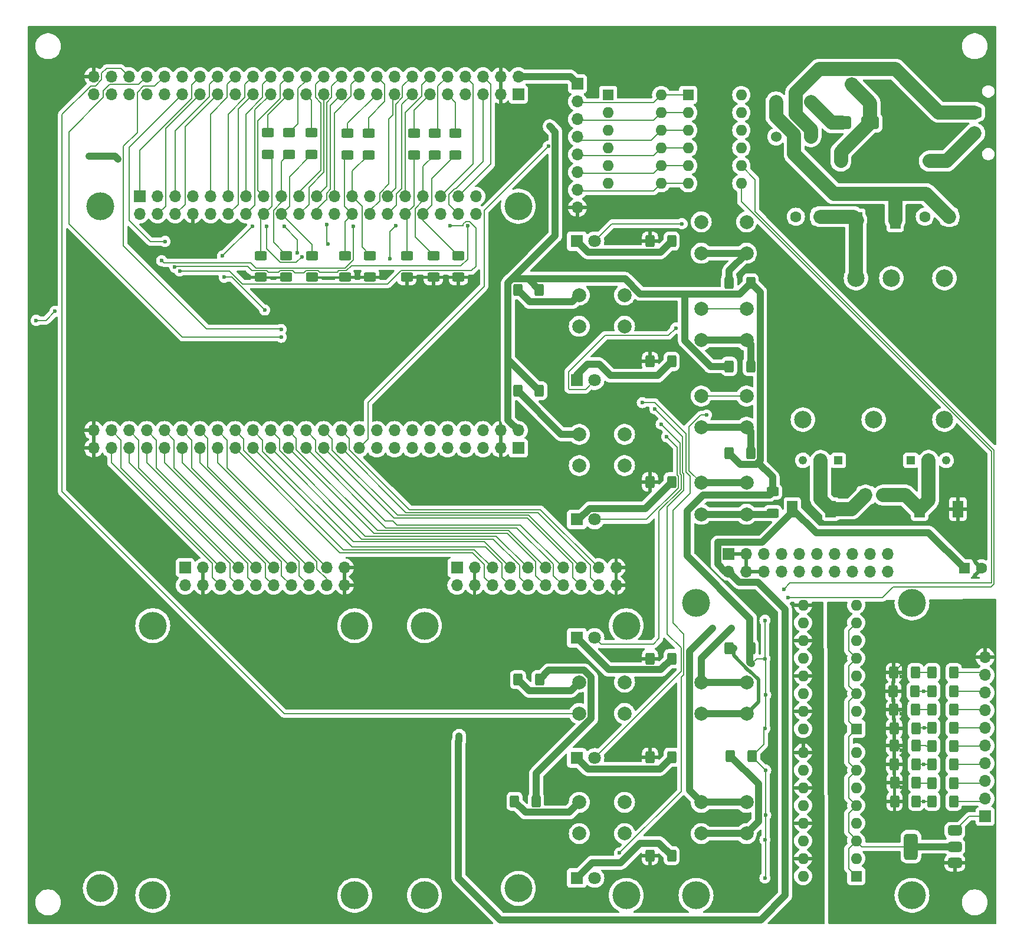
<source format=gbr>
%TF.GenerationSoftware,KiCad,Pcbnew,8.0.7-8.0.7-0~ubuntu24.10.1*%
%TF.CreationDate,2025-01-04T20:14:33+02:00*%
%TF.ProjectId,fpga_board,66706761-5f62-46f6-9172-642e6b696361,rev?*%
%TF.SameCoordinates,Original*%
%TF.FileFunction,Copper,L1,Top*%
%TF.FilePolarity,Positive*%
%FSLAX46Y46*%
G04 Gerber Fmt 4.6, Leading zero omitted, Abs format (unit mm)*
G04 Created by KiCad (PCBNEW 8.0.7-8.0.7-0~ubuntu24.10.1) date 2025-01-04 20:14:33*
%MOMM*%
%LPD*%
G01*
G04 APERTURE LIST*
G04 Aperture macros list*
%AMRoundRect*
0 Rectangle with rounded corners*
0 $1 Rounding radius*
0 $2 $3 $4 $5 $6 $7 $8 $9 X,Y pos of 4 corners*
0 Add a 4 corners polygon primitive as box body*
4,1,4,$2,$3,$4,$5,$6,$7,$8,$9,$2,$3,0*
0 Add four circle primitives for the rounded corners*
1,1,$1+$1,$2,$3*
1,1,$1+$1,$4,$5*
1,1,$1+$1,$6,$7*
1,1,$1+$1,$8,$9*
0 Add four rect primitives between the rounded corners*
20,1,$1+$1,$2,$3,$4,$5,0*
20,1,$1+$1,$4,$5,$6,$7,0*
20,1,$1+$1,$6,$7,$8,$9,0*
20,1,$1+$1,$8,$9,$2,$3,0*%
G04 Aperture macros list end*
%TA.AperFunction,ComponentPad*%
%ADD10R,1.700000X1.700000*%
%TD*%
%TA.AperFunction,ComponentPad*%
%ADD11O,1.700000X1.700000*%
%TD*%
%TA.AperFunction,SMDPad,CuDef*%
%ADD12RoundRect,0.375000X0.625000X0.375000X-0.625000X0.375000X-0.625000X-0.375000X0.625000X-0.375000X0*%
%TD*%
%TA.AperFunction,SMDPad,CuDef*%
%ADD13RoundRect,0.500000X0.500000X1.400000X-0.500000X1.400000X-0.500000X-1.400000X0.500000X-1.400000X0*%
%TD*%
%TA.AperFunction,SMDPad,CuDef*%
%ADD14RoundRect,0.250000X0.400000X0.625000X-0.400000X0.625000X-0.400000X-0.625000X0.400000X-0.625000X0*%
%TD*%
%TA.AperFunction,SMDPad,CuDef*%
%ADD15RoundRect,0.250000X-0.400000X-0.625000X0.400000X-0.625000X0.400000X0.625000X-0.400000X0.625000X0*%
%TD*%
%TA.AperFunction,ComponentPad*%
%ADD16R,1.800000X1.800000*%
%TD*%
%TA.AperFunction,ComponentPad*%
%ADD17C,1.800000*%
%TD*%
%TA.AperFunction,SMDPad,CuDef*%
%ADD18RoundRect,0.250000X-0.625000X0.400000X-0.625000X-0.400000X0.625000X-0.400000X0.625000X0.400000X0*%
%TD*%
%TA.AperFunction,ComponentPad*%
%ADD19R,1.600000X1.600000*%
%TD*%
%TA.AperFunction,ComponentPad*%
%ADD20C,1.600000*%
%TD*%
%TA.AperFunction,SMDPad,CuDef*%
%ADD21RoundRect,0.250000X0.625000X-0.400000X0.625000X0.400000X-0.625000X0.400000X-0.625000X-0.400000X0*%
%TD*%
%TA.AperFunction,ComponentPad*%
%ADD22C,2.000000*%
%TD*%
%TA.AperFunction,ComponentPad*%
%ADD23R,1.218000X1.218000*%
%TD*%
%TA.AperFunction,ComponentPad*%
%ADD24C,1.218000*%
%TD*%
%TA.AperFunction,ComponentPad*%
%ADD25O,1.600000X1.600000*%
%TD*%
%TA.AperFunction,SMDPad,CuDef*%
%ADD26R,1.500000X2.400000*%
%TD*%
%TA.AperFunction,ComponentPad*%
%ADD27C,2.500000*%
%TD*%
%TA.AperFunction,ComponentPad*%
%ADD28O,2.020000X1.500000*%
%TD*%
%TA.AperFunction,ComponentPad*%
%ADD29RoundRect,0.250001X-0.759999X0.499999X-0.759999X-0.499999X0.759999X-0.499999X0.759999X0.499999X0*%
%TD*%
%TA.AperFunction,WasherPad*%
%ADD30C,4.000000*%
%TD*%
%TA.AperFunction,ComponentPad*%
%ADD31C,1.524000*%
%TD*%
%TA.AperFunction,SMDPad,CuDef*%
%ADD32RoundRect,0.250000X-1.000000X-0.650000X1.000000X-0.650000X1.000000X0.650000X-1.000000X0.650000X0*%
%TD*%
%TA.AperFunction,ViaPad*%
%ADD33C,0.600000*%
%TD*%
%TA.AperFunction,Conductor*%
%ADD34C,1.000000*%
%TD*%
%TA.AperFunction,Conductor*%
%ADD35C,0.200000*%
%TD*%
%TA.AperFunction,Conductor*%
%ADD36C,0.500000*%
%TD*%
%TA.AperFunction,Conductor*%
%ADD37C,2.000000*%
%TD*%
G04 APERTURE END LIST*
D10*
%TO.P,J9,1,Pin_1*%
%TO.N,VDD*%
X156000000Y-123660000D03*
D11*
%TO.P,J9,2,Pin_2*%
%TO.N,Net-(J9-Pin_2)*%
X156000000Y-121120000D03*
%TO.P,J9,3,Pin_3*%
%TO.N,Net-(J9-Pin_3)*%
X156000000Y-118580000D03*
%TO.P,J9,4,Pin_4*%
%TO.N,Net-(J9-Pin_4)*%
X156000000Y-116040000D03*
%TO.P,J9,5,Pin_5*%
%TO.N,Net-(J9-Pin_5)*%
X156000000Y-113500000D03*
%TO.P,J9,6,Pin_6*%
%TO.N,Net-(J9-Pin_6)*%
X156000000Y-110960000D03*
%TO.P,J9,7,Pin_7*%
%TO.N,Net-(J9-Pin_7)*%
X156000000Y-108420000D03*
%TO.P,J9,8,Pin_8*%
%TO.N,Net-(J9-Pin_8)*%
X156000000Y-105880000D03*
%TO.P,J9,9,Pin_9*%
%TO.N,Net-(J9-Pin_9)*%
X156000000Y-103340000D03*
%TO.P,J9,10,Pin_10*%
%TO.N,GND2*%
X156000000Y-100800000D03*
%TD*%
D12*
%TO.P,U4,1,GND*%
%TO.N,GND2*%
X151650000Y-130300000D03*
%TO.P,U4,2,VO*%
%TO.N,+VDC*%
X151650000Y-128000000D03*
D13*
X145350000Y-128000000D03*
D12*
%TO.P,U4,3,VI*%
%TO.N,VDD*%
X151650000Y-125700000D03*
%TD*%
D14*
%TO.P,R63,1*%
%TO.N,Net-(Q8-G)*%
X146000000Y-103000000D03*
%TO.P,R63,2*%
%TO.N,GND2*%
X142900000Y-103000000D03*
%TD*%
D15*
%TO.P,R62,1*%
%TO.N,Net-(Q8-G)*%
X148400000Y-103000000D03*
%TO.P,R62,2*%
%TO.N,Net-(J9-Pin_9)*%
X151500000Y-103000000D03*
%TD*%
D14*
%TO.P,R60,1*%
%TO.N,Net-(Q7-G)*%
X146100000Y-121500000D03*
%TO.P,R60,2*%
%TO.N,GND2*%
X143000000Y-121500000D03*
%TD*%
D15*
%TO.P,R59,1*%
%TO.N,Net-(Q7-G)*%
X148400000Y-121500000D03*
%TO.P,R59,2*%
%TO.N,Net-(J9-Pin_2)*%
X151500000Y-121500000D03*
%TD*%
D14*
%TO.P,R57,1*%
%TO.N,Net-(Q6-G)*%
X145900000Y-105700000D03*
%TO.P,R57,2*%
%TO.N,GND2*%
X142800000Y-105700000D03*
%TD*%
D15*
%TO.P,R56,1*%
%TO.N,Net-(Q6-G)*%
X148400000Y-105642857D03*
%TO.P,R56,2*%
%TO.N,Net-(J9-Pin_8)*%
X151500000Y-105642857D03*
%TD*%
D14*
%TO.P,R54,1*%
%TO.N,Net-(Q5-G)*%
X146000000Y-108300000D03*
%TO.P,R54,2*%
%TO.N,GND2*%
X142900000Y-108300000D03*
%TD*%
D15*
%TO.P,R53,1*%
%TO.N,Net-(Q5-G)*%
X148400000Y-108285714D03*
%TO.P,R53,2*%
%TO.N,Net-(J9-Pin_7)*%
X151500000Y-108285714D03*
%TD*%
D14*
%TO.P,R51,1*%
%TO.N,Net-(Q4-G)*%
X146050000Y-111000000D03*
%TO.P,R51,2*%
%TO.N,GND2*%
X142950000Y-111000000D03*
%TD*%
D15*
%TO.P,R50,1*%
%TO.N,Net-(Q4-G)*%
X148400000Y-110928571D03*
%TO.P,R50,2*%
%TO.N,Net-(J9-Pin_6)*%
X151500000Y-110928571D03*
%TD*%
D14*
%TO.P,R48,1*%
%TO.N,Net-(Q3-G)*%
X146050000Y-113500000D03*
%TO.P,R48,2*%
%TO.N,GND2*%
X142950000Y-113500000D03*
%TD*%
D15*
%TO.P,R47,1*%
%TO.N,Net-(Q3-G)*%
X148400000Y-113571428D03*
%TO.P,R47,2*%
%TO.N,Net-(J9-Pin_5)*%
X151500000Y-113571428D03*
%TD*%
D14*
%TO.P,R45,1*%
%TO.N,Net-(Q2-G)*%
X146050000Y-116200000D03*
%TO.P,R45,2*%
%TO.N,GND2*%
X142950000Y-116200000D03*
%TD*%
%TO.P,R43,1*%
%TO.N,Net-(Q1-G)*%
X146100000Y-118800000D03*
%TO.P,R43,2*%
%TO.N,GND2*%
X143000000Y-118800000D03*
%TD*%
D15*
%TO.P,R42,1*%
%TO.N,Net-(Q1-G)*%
X148400000Y-118857142D03*
%TO.P,R42,2*%
%TO.N,Net-(J9-Pin_3)*%
X151500000Y-118857142D03*
%TD*%
D16*
%TO.P,D2,1,K*%
%TO.N,Net-(D2-K)*%
X97400000Y-61000000D03*
D17*
%TO.P,D2,2,A*%
%TO.N,Net-(D2-A)*%
X99940000Y-61000000D03*
%TD*%
D18*
%TO.P,R3,1*%
%TO.N,/R3*%
X59340000Y-25450000D03*
%TO.P,R3,2*%
%TO.N,/LCD/R7*%
X59340000Y-28550000D03*
%TD*%
D19*
%TO.P,C3,1*%
%TO.N,Net-(C3-Pad1)*%
X150840000Y-37500000D03*
D20*
%TO.P,C3,2*%
%TO.N,Net-(U1--Vin)*%
X147340000Y-37500000D03*
%TD*%
D21*
%TO.P,R10,1*%
%TO.N,GND*%
X55700000Y-46200000D03*
%TO.P,R10,2*%
%TO.N,/LCD/R6*%
X55700000Y-43100000D03*
%TD*%
%TO.P,R9,1*%
%TO.N,GND*%
X52000000Y-46200000D03*
%TO.P,R9,2*%
%TO.N,/LCD/R5*%
X52000000Y-43100000D03*
%TD*%
D15*
%TO.P,R27,1*%
%TO.N,Net-(R27-Pad1)*%
X119250000Y-99500000D03*
%TO.P,R27,2*%
%TO.N,+3.3V*%
X122350000Y-99500000D03*
%TD*%
D19*
%TO.P,RV1,1*%
%TO.N,Net-(D7-A)*%
X136840000Y-18500000D03*
D20*
%TO.P,RV1,2*%
%TO.N,GND1*%
X144340000Y-17500000D03*
%TD*%
D22*
%TO.P,SW10,1,1*%
%TO.N,Net-(SW10-Pad1)*%
X115250000Y-121625000D03*
X121750000Y-121625000D03*
%TO.P,SW10,2,2*%
%TO.N,Net-(R28-Pad1)*%
X115250000Y-126125000D03*
X121750000Y-126125000D03*
%TD*%
D23*
%TO.P,RV3,1,1*%
%TO.N,Net-(U1-Trim)*%
X134920000Y-72500000D03*
D24*
%TO.P,RV3,2,2*%
%TO.N,Net-(U1-+Vout)*%
X132380000Y-72500000D03*
%TO.P,RV3,3,3*%
X129840000Y-72500000D03*
%TD*%
D22*
%TO.P,SW9,1,1*%
%TO.N,Net-(SW12-Pad8)*%
X115250000Y-104375000D03*
X121750000Y-104375000D03*
%TO.P,SW9,2,2*%
%TO.N,Net-(R27-Pad1)*%
X115250000Y-108875000D03*
X121750000Y-108875000D03*
%TD*%
%TO.P,SW7,1,1*%
%TO.N,Net-(SW12-Pad10)*%
X115250000Y-63250000D03*
X121750000Y-63250000D03*
%TO.P,SW7,2,2*%
%TO.N,Net-(R25-Pad1)*%
X115250000Y-67750000D03*
X121750000Y-67750000D03*
%TD*%
D25*
%TO.P,U3,16*%
%TO.N,/V4*%
X129880000Y-132240000D03*
%TO.P,U3,15*%
%TO.N,GND*%
X129880000Y-129700000D03*
%TO.P,U3,14*%
%TO.N,/U4*%
X129880000Y-127160000D03*
%TO.P,U3,13*%
%TO.N,GND*%
X129880000Y-124620000D03*
%TO.P,U3,12*%
%TO.N,/T7*%
X129880000Y-122080000D03*
%TO.P,U3,11*%
%TO.N,GND*%
X129880000Y-119540000D03*
%TO.P,U3,10*%
%TO.N,/R7*%
X129880000Y-117000000D03*
%TO.P,U3,9*%
%TO.N,GND*%
X129880000Y-114460000D03*
%TO.P,U3,8*%
%TO.N,Net-(R49-Pad2)*%
X137500000Y-114460000D03*
%TO.P,U3,7*%
%TO.N,+VDC*%
X137500000Y-117000000D03*
%TO.P,U3,6*%
%TO.N,Net-(R46-Pad2)*%
X137500000Y-119540000D03*
%TO.P,U3,5*%
%TO.N,+VDC*%
X137500000Y-122080000D03*
%TO.P,U3,4*%
%TO.N,Net-(R44-Pad2)*%
X137500000Y-124620000D03*
%TO.P,U3,3*%
%TO.N,+VDC*%
X137500000Y-127160000D03*
%TO.P,U3,2*%
%TO.N,Net-(R61-Pad2)*%
X137500000Y-129700000D03*
D19*
%TO.P,U3,1*%
%TO.N,+VDC*%
X137500000Y-132240000D03*
%TD*%
D26*
%TO.P,L3,1,1*%
%TO.N,Net-(U1-+Vout)*%
X133840000Y-79500000D03*
%TO.P,L3,2,2*%
%TO.N,+5V*%
X128340000Y-79500000D03*
%TD*%
D22*
%TO.P,SW2,1,1*%
%TO.N,Net-(R30-Pad1)*%
X97750000Y-68750000D03*
X104250000Y-68750000D03*
%TO.P,SW2,2,2*%
%TO.N,/K6*%
X97750000Y-73250000D03*
X104250000Y-73250000D03*
%TD*%
D18*
%TO.P,R1,1*%
%TO.N,/N4*%
X53000000Y-25450000D03*
%TO.P,R1,2*%
%TO.N,/LCD/R5*%
X53000000Y-28550000D03*
%TD*%
D15*
%TO.P,R23,1*%
%TO.N,Net-(R23-Pad1)*%
X119250000Y-47000000D03*
%TO.P,R23,2*%
%TO.N,+3.3V*%
X122350000Y-47000000D03*
%TD*%
%TO.P,R32,1*%
%TO.N,Net-(R32-Pad1)*%
X88450000Y-121500000D03*
%TO.P,R32,2*%
%TO.N,+3.3V*%
X91550000Y-121500000D03*
%TD*%
D21*
%TO.P,R7,1*%
%TO.N,/LCD/G6*%
X67500000Y-28600000D03*
%TO.P,R7,2*%
%TO.N,/U4*%
X67500000Y-25500000D03*
%TD*%
D22*
%TO.P,SW6,1,1*%
%TO.N,Net-(SW12-Pad11)*%
X115250000Y-50750000D03*
X121750000Y-50750000D03*
%TO.P,SW6,2,2*%
%TO.N,Net-(R24-Pad1)*%
X115250000Y-55250000D03*
X121750000Y-55250000D03*
%TD*%
%TO.P,SW8,1,1*%
%TO.N,Net-(SW12-Pad9)*%
X115250000Y-75750000D03*
X121750000Y-75750000D03*
%TO.P,SW8,2,2*%
%TO.N,Net-(R26-Pad1)*%
X115250000Y-80250000D03*
X121750000Y-80250000D03*
%TD*%
D10*
%TO.P,J2,1,Pin_1*%
%TO.N,+5V*%
X89000000Y-19900000D03*
D11*
%TO.P,J2,2,Pin_2*%
%TO.N,+3.3V*%
X89000000Y-17360000D03*
%TO.P,J2,3,Pin_3*%
%TO.N,GND*%
X86460000Y-19900000D03*
%TO.P,J2,4,Pin_4*%
X86460000Y-17360000D03*
%TO.P,J2,5,Pin_5*%
%TO.N,/V8*%
X83920000Y-19900000D03*
%TO.P,J2,6,Pin_6*%
%TO.N,/V7*%
X83920000Y-17360000D03*
%TO.P,J2,7,Pin_7*%
%TO.N,/U7*%
X81380000Y-19900000D03*
%TO.P,J2,8,Pin_8*%
%TO.N,/V6*%
X81380000Y-17360000D03*
%TO.P,J2,9,Pin_9*%
%TO.N,/T7*%
X78840000Y-19900000D03*
%TO.P,J2,10,Pin_10*%
%TO.N,/R7*%
X78840000Y-17360000D03*
%TO.P,J2,11,Pin_11*%
%TO.N,/R6*%
X76300000Y-19900000D03*
%TO.P,J2,12,Pin_12*%
%TO.N,/T5*%
X76300000Y-17360000D03*
%TO.P,J2,13,Pin_13*%
%TO.N,/R5*%
X73760000Y-19900000D03*
%TO.P,J2,14,Pin_14*%
%TO.N,/T4*%
X73760000Y-17360000D03*
%TO.P,J2,15,Pin_15*%
%TO.N,/U6*%
X71220000Y-19900000D03*
%TO.P,J2,16,Pin_16*%
%TO.N,/U5*%
X71220000Y-17360000D03*
%TO.P,J2,17,Pin_17*%
%TO.N,/V4*%
X68680000Y-19900000D03*
%TO.P,J2,18,Pin_18*%
%TO.N,/U4*%
X68680000Y-17360000D03*
%TO.P,J2,19,Pin_19*%
%TO.N,/V3*%
X66140000Y-19900000D03*
%TO.P,J2,20,Pin_20*%
%TO.N,/V2*%
X66140000Y-17360000D03*
%TO.P,J2,21,Pin_21*%
%TO.N,/U2*%
X63600000Y-19900000D03*
%TO.P,J2,22,Pin_22*%
%TO.N,/U1*%
X63600000Y-17360000D03*
%TO.P,J2,23,Pin_23*%
%TO.N,/P4*%
X61060000Y-19900000D03*
%TO.P,J2,24,Pin_24*%
%TO.N,/T3*%
X61060000Y-17360000D03*
%TO.P,J2,25,Pin_25*%
%TO.N,/R3*%
X58520000Y-19900000D03*
%TO.P,J2,26,Pin_26*%
%TO.N,/T2*%
X58520000Y-17360000D03*
%TO.P,J2,27,Pin_27*%
%TO.N,/N4*%
X55980000Y-19900000D03*
%TO.P,J2,28,Pin_28*%
%TO.N,/P3*%
X55980000Y-17360000D03*
%TO.P,J2,29,Pin_29*%
%TO.N,/M6*%
X53440000Y-19900000D03*
%TO.P,J2,30,Pin_30*%
%TO.N,/M5*%
X53440000Y-17360000D03*
%TO.P,J2,31,Pin_31*%
%TO.N,/L5*%
X50900000Y-19900000D03*
%TO.P,J2,32,Pin_32*%
%TO.N,/L4*%
X50900000Y-17360000D03*
%TO.P,J2,33,Pin_33*%
%TO.N,/K3*%
X48360000Y-19900000D03*
%TO.P,J2,34,Pin_34*%
%TO.N,/K5*%
X48360000Y-17360000D03*
%TO.P,J2,35,Pin_35*%
%TO.N,/P1*%
X45820000Y-19900000D03*
%TO.P,J2,36,Pin_36*%
%TO.N,/R1*%
X45820000Y-17360000D03*
%TO.P,J2,37,Pin_37*%
%TO.N,/N1*%
X43280000Y-19900000D03*
%TO.P,J2,38,Pin_38*%
%TO.N,/N2*%
X43280000Y-17360000D03*
%TO.P,J2,39,Pin_39*%
%TO.N,/M2*%
X40740000Y-19900000D03*
%TO.P,J2,40,Pin_40*%
%TO.N,/M1*%
X40740000Y-17360000D03*
%TO.P,J2,41,Pin_41*%
%TO.N,/J5*%
X38200000Y-19900000D03*
%TO.P,J2,42,Pin_42*%
%TO.N,/J4*%
X38200000Y-17360000D03*
%TO.P,J2,43,Pin_43*%
%TO.N,/J6*%
X35660000Y-19900000D03*
%TO.P,J2,44,Pin_44*%
%TO.N,/K6*%
X35660000Y-17360000D03*
%TO.P,J2,45,Pin_45*%
%TO.N,/L2*%
X33120000Y-19900000D03*
%TO.P,J2,46,Pin_46*%
%TO.N,/L3*%
X33120000Y-17360000D03*
%TO.P,J2,47,Pin_47*%
%TO.N,/K2*%
X30580000Y-19900000D03*
%TO.P,J2,48,Pin_48*%
%TO.N,/K1*%
X30580000Y-17360000D03*
%TO.P,J2,49,Pin_49*%
%TO.N,GND*%
X28040000Y-19900000D03*
%TO.P,J2,50,Pin_50*%
X28040000Y-17360000D03*
D10*
%TO.P,J2,51,Pin_1*%
%TO.N,unconnected-(J2-Pin_1-Pad51)*%
X89000000Y-70740000D03*
D11*
%TO.P,J2,52,Pin_2*%
%TO.N,+3.3V*%
X89000000Y-68200000D03*
%TO.P,J2,53,Pin_3*%
%TO.N,GND*%
X86460000Y-70740000D03*
%TO.P,J2,54,Pin_4*%
X86460000Y-68200000D03*
%TO.P,J2,55,Pin_5*%
%TO.N,/F18*%
X83920000Y-70740000D03*
%TO.P,J2,56,Pin_6*%
%TO.N,/G17*%
X83920000Y-68200000D03*
%TO.P,J2,57,Pin_7*%
%TO.N,/E18*%
X81380000Y-70740000D03*
%TO.P,J2,58,Pin_8*%
%TO.N,/F17*%
X81380000Y-68200000D03*
%TO.P,J2,59,Pin_9*%
%TO.N,/D18*%
X78840000Y-70740000D03*
%TO.P,J2,60,Pin_10*%
%TO.N,/E17*%
X78840000Y-68200000D03*
%TO.P,J2,61,Pin_11*%
%TO.N,/C17*%
X76300000Y-70740000D03*
%TO.P,J2,62,Pin_12*%
%TO.N,/C18*%
X76300000Y-68200000D03*
%TO.P,J2,63,Pin_13*%
%TO.N,/G15*%
X73760000Y-70740000D03*
%TO.P,J2,64,Pin_14*%
%TO.N,/H16*%
X73760000Y-68200000D03*
%TO.P,J2,65,Pin_15*%
%TO.N,/F15*%
X71220000Y-70740000D03*
%TO.P,J2,66,Pin_16*%
%TO.N,/G16*%
X71220000Y-68200000D03*
%TO.P,J2,67,Pin_17*%
%TO.N,/E16*%
X68680000Y-70740000D03*
%TO.P,J2,68,Pin_18*%
%TO.N,/E15*%
X68680000Y-68200000D03*
%TO.P,J2,69,Pin_19*%
%TO.N,/D16*%
X66140000Y-70740000D03*
%TO.P,J2,70,Pin_20*%
%TO.N,/D15*%
X66140000Y-68200000D03*
%TO.P,J2,71,Pin_21*%
%TO.N,/A17*%
X63600000Y-70740000D03*
%TO.P,J2,72,Pin_22*%
%TO.N,/B17*%
X63600000Y-68200000D03*
%TO.P,J2,73,Pin_23*%
%TO.N,/C16*%
X61060000Y-70740000D03*
%TO.P,J2,74,Pin_24*%
%TO.N,/B16*%
X61060000Y-68200000D03*
%TO.P,J2,75,Pin_25*%
%TO.N,/A15*%
X58520000Y-70740000D03*
%TO.P,J2,76,Pin_26*%
%TO.N,/B15*%
X58520000Y-68200000D03*
%TO.P,J2,77,Pin_27*%
%TO.N,/A14*%
X55980000Y-70740000D03*
%TO.P,J2,78,Pin_28*%
%TO.N,/B14*%
X55980000Y-68200000D03*
%TO.P,J2,79,Pin_29*%
%TO.N,/C14*%
X53440000Y-70740000D03*
%TO.P,J2,80,Pin_30*%
%TO.N,/D14*%
X53440000Y-68200000D03*
%TO.P,J2,81,Pin_31*%
%TO.N,/C13*%
X50900000Y-70740000D03*
%TO.P,J2,82,Pin_32*%
%TO.N,/D13*%
X50900000Y-68200000D03*
%TO.P,J2,83,Pin_33*%
%TO.N,/A13*%
X48360000Y-70740000D03*
%TO.P,J2,84,Pin_34*%
%TO.N,/C12*%
X48360000Y-68200000D03*
%TO.P,J2,85,Pin_35*%
%TO.N,/F14*%
X45820000Y-70740000D03*
%TO.P,J2,86,Pin_36*%
%TO.N,/E13*%
X45820000Y-68200000D03*
%TO.P,J2,87,Pin_37*%
%TO.N,/B12*%
X43280000Y-70740000D03*
%TO.P,J2,88,Pin_38*%
%TO.N,/A12*%
X43280000Y-68200000D03*
%TO.P,J2,89,Pin_39*%
%TO.N,/C11*%
X40740000Y-70740000D03*
%TO.P,J2,90,Pin_40*%
%TO.N,/B11*%
X40740000Y-68200000D03*
%TO.P,J2,91,Pin_41*%
%TO.N,/D11*%
X38200000Y-70740000D03*
%TO.P,J2,92,Pin_42*%
%TO.N,/D10*%
X38200000Y-68200000D03*
%TO.P,J2,93,Pin_43*%
%TO.N,/C9*%
X35660000Y-70740000D03*
%TO.P,J2,94,Pin_44*%
%TO.N,/D9*%
X35660000Y-68200000D03*
%TO.P,J2,95,Pin_45*%
%TO.N,/A10*%
X33120000Y-70740000D03*
%TO.P,J2,96,Pin_46*%
%TO.N,/B10*%
X33120000Y-68200000D03*
%TO.P,J2,97,Pin_47*%
%TO.N,/A9*%
X30580000Y-70740000D03*
%TO.P,J2,98,Pin_48*%
%TO.N,/B9*%
X30580000Y-68200000D03*
%TO.P,J2,99,Pin_49*%
%TO.N,GND*%
X28040000Y-70740000D03*
%TO.P,J2,100,Pin_50*%
X28040000Y-68200000D03*
%TD*%
D15*
%TO.P,R30,1*%
%TO.N,Net-(R30-Pad1)*%
X88900000Y-62500000D03*
%TO.P,R30,2*%
%TO.N,+3.3V*%
X92000000Y-62500000D03*
%TD*%
D22*
%TO.P,SW5,1,1*%
%TO.N,Net-(SW12-Pad12)*%
X115250000Y-38250000D03*
X121750000Y-38250000D03*
%TO.P,SW5,2,2*%
%TO.N,Net-(R23-Pad1)*%
X115250000Y-42750000D03*
X121750000Y-42750000D03*
%TD*%
D27*
%TO.P,U1,1,-Vin*%
%TO.N,Net-(U1--Vin)*%
X142540000Y-46340000D03*
%TO.P,U1,2,+Vin*%
%TO.N,Net-(U1-+Vin)*%
X137460000Y-46340000D03*
%TO.P,U1,3,+Vout*%
%TO.N,Net-(U1-+Vout)*%
X129840000Y-66660000D03*
%TO.P,U1,4,Trim*%
%TO.N,Net-(U1-Trim)*%
X140000000Y-66660000D03*
%TO.P,U1,5,-Vout*%
%TO.N,Net-(U1--Vout)*%
X150160000Y-66660000D03*
%TO.P,U1,6,CTRL*%
%TO.N,unconnected-(U1-CTRL-Pad6)*%
X150160000Y-46340000D03*
%TD*%
D21*
%TO.P,R8,1*%
%TO.N,/LCD/G7*%
X64500000Y-28600000D03*
%TO.P,R8,2*%
%TO.N,/V4*%
X64500000Y-25500000D03*
%TD*%
D18*
%TO.P,R2,1*%
%TO.N,/T2*%
X56050000Y-25450000D03*
%TO.P,R2,2*%
%TO.N,/LCD/R6*%
X56050000Y-28550000D03*
%TD*%
D10*
%TO.P,J6,1,Pin_1*%
%TO.N,+3.3V*%
X97500000Y-18420000D03*
D11*
%TO.P,J6,2,Pin_2*%
%TO.N,/D16*%
X97500000Y-20960000D03*
%TO.P,J6,3,Pin_3*%
%TO.N,/M2*%
X97500000Y-23500000D03*
%TO.P,J6,4,Pin_4*%
%TO.N,/J5*%
X97500000Y-26040000D03*
%TO.P,J6,5,Pin_5*%
%TO.N,/J6*%
X97500000Y-28580000D03*
%TO.P,J6,6,Pin_6*%
%TO.N,/L2*%
X97500000Y-31120000D03*
%TO.P,J6,7,Pin_7*%
%TO.N,/K2*%
X97500000Y-33660000D03*
%TO.P,J6,8,Pin_8*%
%TO.N,GND*%
X97500000Y-36200000D03*
%TD*%
D22*
%TO.P,SW4,1,1*%
%TO.N,Net-(R32-Pad1)*%
X97750000Y-121625000D03*
X104250000Y-121625000D03*
%TO.P,SW4,2,2*%
%TO.N,/K1*%
X97750000Y-126125000D03*
X104250000Y-126125000D03*
%TD*%
%TO.P,SW3,1,1*%
%TO.N,Net-(R31-Pad1)*%
X97750000Y-104375000D03*
X104250000Y-104375000D03*
%TO.P,SW3,2,2*%
%TO.N,/L3*%
X97750000Y-108875000D03*
X104250000Y-108875000D03*
%TD*%
D14*
%TO.P,R25,1*%
%TO.N,Net-(R25-Pad1)*%
X122350000Y-71500000D03*
%TO.P,R25,2*%
%TO.N,+3.3V*%
X119250000Y-71500000D03*
%TD*%
D15*
%TO.P,R19,1*%
%TO.N,GND*%
X107900000Y-75600000D03*
%TO.P,R19,2*%
%TO.N,Net-(D3-K)*%
X111000000Y-75600000D03*
%TD*%
D21*
%TO.P,R14,1*%
%TO.N,GND*%
X80400000Y-46200000D03*
%TO.P,R14,2*%
%TO.N,/LCD/B7*%
X80400000Y-43100000D03*
%TD*%
D15*
%TO.P,R29,1*%
%TO.N,Net-(R29-Pad1)*%
X88900000Y-48000000D03*
%TO.P,R29,2*%
%TO.N,+3.3V*%
X92000000Y-48000000D03*
%TD*%
D21*
%TO.P,R12,1*%
%TO.N,GND*%
X73000000Y-46200000D03*
%TO.P,R12,2*%
%TO.N,/LCD/B5*%
X73000000Y-43100000D03*
%TD*%
D20*
%TO.P,F1,1*%
%TO.N,Net-(J7-Pin_2)*%
X148000000Y-29500000D03*
D25*
%TO.P,F1,2*%
%TO.N,Net-(D7-A)*%
X135300000Y-29500000D03*
%TD*%
D23*
%TO.P,RV2,1,1*%
%TO.N,Net-(U1-Trim)*%
X145340000Y-72500000D03*
D24*
%TO.P,RV2,2,2*%
%TO.N,Net-(U1--Vout)*%
X147880000Y-72500000D03*
%TO.P,RV2,3,3*%
X150420000Y-72500000D03*
%TD*%
D16*
%TO.P,D4,1,K*%
%TO.N,Net-(D4-K)*%
X97400000Y-98000000D03*
D17*
%TO.P,D4,2,A*%
%TO.N,Net-(D4-A)*%
X99940000Y-98000000D03*
%TD*%
D19*
%TO.P,C9,1*%
%TO.N,+5V*%
X153000000Y-88000000D03*
D20*
%TO.P,C9,2*%
%TO.N,GND*%
X155500000Y-88000000D03*
%TD*%
D16*
%TO.P,D5,1,K*%
%TO.N,Net-(D5-K)*%
X97400000Y-115250000D03*
D17*
%TO.P,D5,2,A*%
%TO.N,Net-(D5-A)*%
X99940000Y-115250000D03*
%TD*%
D28*
%TO.P,J7,2,Pin_2*%
%TO.N,Net-(J7-Pin_2)*%
X154500000Y-25500000D03*
D29*
%TO.P,J7,1,Pin_1*%
%TO.N,GND1*%
X154500000Y-22500000D03*
%TD*%
D21*
%TO.P,R5,1*%
%TO.N,/LCD/B6*%
X77000000Y-28600000D03*
%TO.P,R5,2*%
%TO.N,/R7*%
X77000000Y-25500000D03*
%TD*%
%TO.P,R11,1*%
%TO.N,GND*%
X59400000Y-46200000D03*
%TO.P,R11,2*%
%TO.N,/LCD/R7*%
X59400000Y-43100000D03*
%TD*%
D11*
%TO.P,J1,40,Pin_40*%
%TO.N,GND*%
X82935000Y-37115000D03*
%TO.P,J1,39,Pin_39*%
%TO.N,/M1*%
X82935000Y-34575000D03*
%TO.P,J1,38,Pin_38*%
%TO.N,/V8*%
X80395000Y-37115000D03*
%TO.P,J1,37,Pin_37*%
%TO.N,/V7*%
X80395000Y-34575000D03*
%TO.P,J1,36,Pin_36*%
%TO.N,/U7*%
X77855000Y-37115000D03*
%TO.P,J1,35,Pin_35*%
%TO.N,/V6*%
X77855000Y-34575000D03*
%TO.P,J1,34,Pin_34*%
%TO.N,/LCD/B7*%
X75315000Y-37115000D03*
%TO.P,J1,33,Pin_33*%
%TO.N,/LCD/B6*%
X75315000Y-34575000D03*
%TO.P,J1,32,Pin_32*%
%TO.N,/LCD/B5*%
X72775000Y-37115000D03*
%TO.P,J1,31,Pin_31*%
%TO.N,/T5*%
X72775000Y-34575000D03*
%TO.P,J1,30,Pin_30*%
%TO.N,/R5*%
X70235000Y-37115000D03*
%TO.P,J1,29,Pin_29*%
%TO.N,/T4*%
X70235000Y-34575000D03*
%TO.P,J1,28,Pin_28*%
%TO.N,/U6*%
X67695000Y-37115000D03*
%TO.P,J1,27,Pin_27*%
%TO.N,/U5*%
X67695000Y-34575000D03*
%TO.P,J1,26,Pin_26*%
%TO.N,/LCD/G7*%
X65155000Y-37115000D03*
%TO.P,J1,25,Pin_25*%
%TO.N,/LCD/G6*%
X65155000Y-34575000D03*
%TO.P,J1,24,Pin_24*%
%TO.N,/V3*%
X62615000Y-37115000D03*
%TO.P,J1,23,Pin_23*%
%TO.N,/V2*%
X62615000Y-34575000D03*
%TO.P,J1,22,Pin_22*%
%TO.N,/U2*%
X60075000Y-37115000D03*
%TO.P,J1,21,Pin_21*%
%TO.N,/U1*%
X60075000Y-34575000D03*
%TO.P,J1,20,Pin_20*%
%TO.N,/P4*%
X57535000Y-37115000D03*
%TO.P,J1,19,Pin_19*%
%TO.N,/T3*%
X57535000Y-34575000D03*
%TO.P,J1,18,Pin_18*%
%TO.N,/LCD/R7*%
X54995000Y-37115000D03*
%TO.P,J1,17,Pin_17*%
%TO.N,/LCD/R6*%
X54995000Y-34575000D03*
%TO.P,J1,16,Pin_16*%
%TO.N,/LCD/R5*%
X52455000Y-37115000D03*
%TO.P,J1,15,Pin_15*%
%TO.N,/P3*%
X52455000Y-34575000D03*
%TO.P,J1,14,Pin_14*%
%TO.N,/M6*%
X49915000Y-37115000D03*
%TO.P,J1,13,Pin_13*%
%TO.N,/M5*%
X49915000Y-34575000D03*
%TO.P,J1,12,Pin_12*%
%TO.N,/L5*%
X47375000Y-37115000D03*
%TO.P,J1,11,Pin_11*%
%TO.N,/L4*%
X47375000Y-34575000D03*
%TO.P,J1,10,Pin_10*%
%TO.N,unconnected-(J1-Pin_10-Pad10)*%
X44835000Y-37115000D03*
%TO.P,J1,9,Pin_9*%
%TO.N,/K5*%
X44835000Y-34575000D03*
%TO.P,J1,8,Pin_8*%
%TO.N,GND*%
X42295000Y-37115000D03*
%TO.P,J1,7,Pin_7*%
%TO.N,/K3*%
X42295000Y-34575000D03*
%TO.P,J1,6,Pin_6*%
%TO.N,/P1*%
X39755000Y-37115000D03*
%TO.P,J1,5,Pin_5*%
%TO.N,/R1*%
X39755000Y-34575000D03*
%TO.P,J1,4,Pin_4*%
%TO.N,/N1*%
X37215000Y-37115000D03*
%TO.P,J1,3,Pin_3*%
%TO.N,unconnected-(J1-Pin_3-Pad3)*%
X37215000Y-34575000D03*
%TO.P,J1,2,Pin_2*%
%TO.N,+5V*%
X34675000Y-37115000D03*
D10*
%TO.P,J1,1,Pin_1*%
%TO.N,/N2*%
X34675000Y-34575000D03*
D30*
%TO.P,J1,*%
%TO.N,*%
X89000000Y-36000000D03*
X29000000Y-36000000D03*
X89000000Y-134000000D03*
X29000000Y-134000000D03*
%TD*%
D15*
%TO.P,R20,1*%
%TO.N,GND*%
X107900000Y-101000000D03*
%TO.P,R20,2*%
%TO.N,Net-(D4-K)*%
X111000000Y-101000000D03*
%TD*%
D16*
%TO.P,D1,1,K*%
%TO.N,Net-(D1-K)*%
X97400000Y-41000000D03*
D17*
%TO.P,D1,2,A*%
%TO.N,Net-(D1-A)*%
X99940000Y-41000000D03*
%TD*%
D21*
%TO.P,R13,1*%
%TO.N,GND*%
X76800000Y-46200000D03*
%TO.P,R13,2*%
%TO.N,/LCD/B6*%
X76800000Y-43100000D03*
%TD*%
D25*
%TO.P,SW12,12*%
%TO.N,Net-(SW12-Pad12)*%
X121000000Y-20000000D03*
%TO.P,SW12,11*%
%TO.N,Net-(SW12-Pad11)*%
X121000000Y-22540000D03*
%TO.P,SW12,10*%
%TO.N,Net-(SW12-Pad10)*%
X121000000Y-25080000D03*
%TO.P,SW12,9*%
%TO.N,Net-(SW12-Pad9)*%
X121000000Y-27620000D03*
%TO.P,SW12,8*%
%TO.N,Net-(SW12-Pad8)*%
X121000000Y-30160000D03*
%TO.P,SW12,7*%
%TO.N,Net-(SW10-Pad1)*%
X121000000Y-32700000D03*
%TO.P,SW12,6*%
%TO.N,/K2*%
X113380000Y-32700000D03*
%TO.P,SW12,5*%
%TO.N,/L2*%
X113380000Y-30160000D03*
%TO.P,SW12,4*%
%TO.N,/J6*%
X113380000Y-27620000D03*
%TO.P,SW12,3*%
%TO.N,/J5*%
X113380000Y-25080000D03*
%TO.P,SW12,2*%
%TO.N,/M2*%
X113380000Y-22540000D03*
D19*
%TO.P,SW12,1*%
%TO.N,/D16*%
X113380000Y-20000000D03*
%TD*%
D21*
%TO.P,R4,1*%
%TO.N,/LCD/B5*%
X74000000Y-28600000D03*
%TO.P,R4,2*%
%TO.N,/R6*%
X74000000Y-25500000D03*
%TD*%
D31*
%TO.P,L1,1,1*%
%TO.N,GND1*%
X131000000Y-26000000D03*
%TO.P,L1,2,2*%
%TO.N,Net-(U1--Vin)*%
X126000000Y-26000000D03*
%TO.P,L1,3,3*%
%TO.N,/Power/+12vInput*%
X131000000Y-21000000D03*
%TO.P,L1,4,4*%
%TO.N,Net-(C3-Pad1)*%
X126000000Y-21000000D03*
%TD*%
D15*
%TO.P,R17,1*%
%TO.N,GND*%
X107900000Y-41000000D03*
%TO.P,R17,2*%
%TO.N,Net-(D1-K)*%
X111000000Y-41000000D03*
%TD*%
D16*
%TO.P,D6,1,K*%
%TO.N,Net-(D6-K)*%
X97400000Y-132500000D03*
D17*
%TO.P,D6,2,A*%
%TO.N,Net-(D6-A)*%
X99940000Y-132500000D03*
%TD*%
D32*
%TO.P,D7,1,K*%
%TO.N,/Power/+12vInput*%
X135500000Y-24000000D03*
%TO.P,D7,2,A*%
%TO.N,Net-(D7-A)*%
X139500000Y-24000000D03*
%TD*%
D25*
%TO.P,U2,16*%
%TO.N,/R6*%
X129880000Y-111080000D03*
%TO.P,U2,15*%
%TO.N,GND*%
X129880000Y-108540000D03*
%TO.P,U2,14*%
%TO.N,/R3*%
X129880000Y-106000000D03*
%TO.P,U2,13*%
%TO.N,GND*%
X129880000Y-103460000D03*
%TO.P,U2,12*%
%TO.N,/T2*%
X129880000Y-100920000D03*
%TO.P,U2,11*%
%TO.N,GND*%
X129880000Y-98380000D03*
%TO.P,U2,10*%
%TO.N,/N4*%
X129880000Y-95840000D03*
%TO.P,U2,9*%
%TO.N,GND*%
X129880000Y-93300000D03*
%TO.P,U2,8*%
%TO.N,Net-(R64-Pad2)*%
X137500000Y-93300000D03*
%TO.P,U2,7*%
%TO.N,+VDC*%
X137500000Y-95840000D03*
%TO.P,U2,6*%
%TO.N,Net-(R58-Pad2)*%
X137500000Y-98380000D03*
%TO.P,U2,5*%
%TO.N,+VDC*%
X137500000Y-100920000D03*
%TO.P,U2,4*%
%TO.N,Net-(R55-Pad2)*%
X137500000Y-103460000D03*
%TO.P,U2,3*%
%TO.N,+VDC*%
X137500000Y-106000000D03*
%TO.P,U2,2*%
%TO.N,Net-(R52-Pad2)*%
X137500000Y-108540000D03*
D19*
%TO.P,U2,1*%
%TO.N,+VDC*%
X137500000Y-111080000D03*
%TD*%
D15*
%TO.P,R28,1*%
%TO.N,Net-(R28-Pad1)*%
X119450000Y-115000000D03*
%TO.P,R28,2*%
%TO.N,+3.3V*%
X122550000Y-115000000D03*
%TD*%
D19*
%TO.P,SW11,1*%
%TO.N,Net-(D1-A)*%
X101880000Y-20000000D03*
D25*
%TO.P,SW11,2*%
%TO.N,Net-(D2-A)*%
X101880000Y-22540000D03*
%TO.P,SW11,3*%
%TO.N,Net-(D3-A)*%
X101880000Y-25080000D03*
%TO.P,SW11,4*%
%TO.N,Net-(D4-A)*%
X101880000Y-27620000D03*
%TO.P,SW11,5*%
%TO.N,Net-(D5-A)*%
X101880000Y-30160000D03*
%TO.P,SW11,6*%
%TO.N,Net-(D6-A)*%
X101880000Y-32700000D03*
%TO.P,SW11,7*%
%TO.N,/K2*%
X109500000Y-32700000D03*
%TO.P,SW11,8*%
%TO.N,/L2*%
X109500000Y-30160000D03*
%TO.P,SW11,9*%
%TO.N,/J6*%
X109500000Y-27620000D03*
%TO.P,SW11,10*%
%TO.N,/J5*%
X109500000Y-25080000D03*
%TO.P,SW11,11*%
%TO.N,/M2*%
X109500000Y-22540000D03*
%TO.P,SW11,12*%
%TO.N,/D16*%
X109500000Y-20000000D03*
%TD*%
D15*
%TO.P,R21,1*%
%TO.N,GND*%
X107900000Y-115150000D03*
%TO.P,R21,2*%
%TO.N,Net-(D5-K)*%
X111000000Y-115150000D03*
%TD*%
%TO.P,R31,1*%
%TO.N,Net-(R31-Pad1)*%
X88950000Y-104000000D03*
%TO.P,R31,2*%
%TO.N,+3.3V*%
X92050000Y-104000000D03*
%TD*%
D21*
%TO.P,R6,1*%
%TO.N,/LCD/B7*%
X80000000Y-28600000D03*
%TO.P,R6,2*%
%TO.N,/T7*%
X80000000Y-25500000D03*
%TD*%
%TO.P,R26,1*%
%TO.N,Net-(R26-Pad1)*%
X125500000Y-80100000D03*
%TO.P,R26,2*%
%TO.N,+3.3V*%
X125500000Y-77000000D03*
%TD*%
%TO.P,R15,1*%
%TO.N,GND*%
X67700000Y-46200000D03*
%TO.P,R15,2*%
%TO.N,/LCD/G6*%
X67700000Y-43100000D03*
%TD*%
D26*
%TO.P,L4,1,1*%
%TO.N,Net-(U1--Vout)*%
X146590000Y-79500000D03*
%TO.P,L4,2,2*%
%TO.N,GND*%
X152090000Y-79500000D03*
%TD*%
D21*
%TO.P,R16,1*%
%TO.N,GND*%
X64100000Y-46200000D03*
%TO.P,R16,2*%
%TO.N,/LCD/G7*%
X64100000Y-43100000D03*
%TD*%
D14*
%TO.P,R24,1*%
%TO.N,Net-(R24-Pad1)*%
X122350000Y-59000000D03*
%TO.P,R24,2*%
%TO.N,+3.3V*%
X119250000Y-59000000D03*
%TD*%
D15*
%TO.P,R18,1*%
%TO.N,GND*%
X107900000Y-58300000D03*
%TO.P,R18,2*%
%TO.N,Net-(D2-K)*%
X111000000Y-58300000D03*
%TD*%
D19*
%TO.P,C5,1*%
%TO.N,Net-(U1-+Vin)*%
X132340000Y-37500000D03*
D20*
%TO.P,C5,2*%
%TO.N,Net-(U1--Vin)*%
X128840000Y-37500000D03*
%TD*%
D16*
%TO.P,D3,1,K*%
%TO.N,Net-(D3-K)*%
X97400000Y-81000000D03*
D17*
%TO.P,D3,2,A*%
%TO.N,Net-(D3-A)*%
X99940000Y-81000000D03*
%TD*%
D19*
%TO.P,C8,1*%
%TO.N,Net-(U1-+Vout)*%
X138840000Y-77500000D03*
D20*
%TO.P,C8,2*%
%TO.N,Net-(U1--Vout)*%
X141340000Y-77500000D03*
%TD*%
D15*
%TO.P,R41,1*%
%TO.N,Net-(Q2-G)*%
X148400000Y-116214285D03*
%TO.P,R41,2*%
%TO.N,Net-(J9-Pin_4)*%
X151500000Y-116214285D03*
%TD*%
D26*
%TO.P,L2,1,1*%
%TO.N,Net-(C3-Pad1)*%
X143090000Y-38000000D03*
%TO.P,L2,2,2*%
%TO.N,Net-(U1-+Vin)*%
X137590000Y-38000000D03*
%TD*%
D15*
%TO.P,R22,1*%
%TO.N,GND*%
X107900000Y-129300000D03*
%TO.P,R22,2*%
%TO.N,Net-(D6-K)*%
X111000000Y-129300000D03*
%TD*%
D22*
%TO.P,SW1,1,1*%
%TO.N,Net-(R29-Pad1)*%
X97750000Y-48750000D03*
X104250000Y-48750000D03*
%TO.P,SW1,2,2*%
%TO.N,/J4*%
X97750000Y-53250000D03*
X104250000Y-53250000D03*
%TD*%
D30*
%TO.P,J4,*%
%TO.N,*%
X104500000Y-96250000D03*
X75525000Y-96250000D03*
X104500000Y-135000000D03*
X75525000Y-135000000D03*
D10*
%TO.P,J4,1,Pin_1*%
%TO.N,+5V*%
X80175000Y-87920000D03*
D11*
%TO.P,J4,2,Pin_2*%
X80175000Y-90460000D03*
%TO.P,J4,3,Pin_3*%
%TO.N,GND*%
X82715000Y-87920000D03*
%TO.P,J4,4,Pin_4*%
X82715000Y-90460000D03*
%TO.P,J4,5,Pin_5*%
%TO.N,/C12*%
X85255000Y-87920000D03*
%TO.P,J4,6,Pin_6*%
%TO.N,/A13*%
X85255000Y-90460000D03*
%TO.P,J4,7,Pin_7*%
%TO.N,/D13*%
X87795000Y-87920000D03*
%TO.P,J4,8,Pin_8*%
%TO.N,/C13*%
X87795000Y-90460000D03*
%TO.P,J4,9,Pin_9*%
%TO.N,/D14*%
X90335000Y-87920000D03*
%TO.P,J4,10,Pin_10*%
%TO.N,/C14*%
X90335000Y-90460000D03*
%TO.P,J4,11,Pin_11*%
%TO.N,/B14*%
X92875000Y-87920000D03*
%TO.P,J4,12,Pin_12*%
%TO.N,/A14*%
X92875000Y-90460000D03*
%TO.P,J4,13,Pin_13*%
%TO.N,/B15*%
X95415000Y-87920000D03*
%TO.P,J4,14,Pin_14*%
%TO.N,/A15*%
X95415000Y-90460000D03*
%TO.P,J4,15,Pin_15*%
%TO.N,/B16*%
X97955000Y-87920000D03*
%TO.P,J4,16,Pin_16*%
%TO.N,/C16*%
X97955000Y-90460000D03*
%TO.P,J4,17,Pin_17*%
%TO.N,/B17*%
X100495000Y-87920000D03*
%TO.P,J4,18,Pin_18*%
%TO.N,/A17*%
X100495000Y-90460000D03*
%TO.P,J4,19,Pin_19*%
%TO.N,GND*%
X103035000Y-87920000D03*
%TO.P,J4,20,Pin_20*%
X103035000Y-90460000D03*
%TD*%
D30*
%TO.P,J3,*%
%TO.N,*%
X145500000Y-93000000D03*
X114500000Y-93000000D03*
X145500000Y-135000000D03*
X114500000Y-135000000D03*
D10*
%TO.P,J3,1,Pin_1*%
%TO.N,GND*%
X119150000Y-85920000D03*
D11*
%TO.P,J3,2,Pin_2*%
%TO.N,+5V*%
X119150000Y-88460000D03*
%TO.P,J3,3,Pin_3*%
%TO.N,GND*%
X121690000Y-85920000D03*
%TO.P,J3,4,Pin_4*%
X121690000Y-88460000D03*
%TO.P,J3,5,Pin_5*%
%TO.N,/D15*%
X124230000Y-85920000D03*
%TO.P,J3,6,Pin_6*%
%TO.N,GND*%
X124230000Y-88460000D03*
%TO.P,J3,7,Pin_7*%
%TO.N,/E15*%
X126770000Y-85920000D03*
%TO.P,J3,8,Pin_8*%
%TO.N,/E16*%
X126770000Y-88460000D03*
%TO.P,J3,9,Pin_9*%
%TO.N,/G16*%
X129310000Y-85920000D03*
%TO.P,J3,10,Pin_10*%
%TO.N,/F15*%
X129310000Y-88460000D03*
%TO.P,J3,11,Pin_11*%
%TO.N,/H16*%
X131850000Y-85920000D03*
%TO.P,J3,12,Pin_12*%
%TO.N,/G15*%
X131850000Y-88460000D03*
%TO.P,J3,13,Pin_13*%
%TO.N,/C18*%
X134390000Y-85920000D03*
%TO.P,J3,14,Pin_14*%
%TO.N,/C17*%
X134390000Y-88460000D03*
%TO.P,J3,15,Pin_15*%
%TO.N,/E17*%
X136930000Y-85920000D03*
%TO.P,J3,16,Pin_16*%
%TO.N,/D18*%
X136930000Y-88460000D03*
%TO.P,J3,17,Pin_17*%
%TO.N,/F17*%
X139470000Y-85920000D03*
%TO.P,J3,18,Pin_18*%
%TO.N,/E18*%
X139470000Y-88460000D03*
%TO.P,J3,19,Pin_19*%
%TO.N,/G17*%
X142010000Y-85920000D03*
%TO.P,J3,20,Pin_20*%
%TO.N,/F18*%
X142010000Y-88460000D03*
%TD*%
%TO.P,J5,20,Pin_20*%
%TO.N,GND*%
X64035000Y-90460000D03*
%TO.P,J5,19,Pin_19*%
X64035000Y-87920000D03*
%TO.P,J5,18,Pin_18*%
%TO.N,/F14*%
X61495000Y-90460000D03*
%TO.P,J5,17,Pin_17*%
%TO.N,/E13*%
X61495000Y-87920000D03*
%TO.P,J5,16,Pin_16*%
%TO.N,/B12*%
X58955000Y-90460000D03*
%TO.P,J5,15,Pin_15*%
%TO.N,/A12*%
X58955000Y-87920000D03*
%TO.P,J5,14,Pin_14*%
%TO.N,/C11*%
X56415000Y-90460000D03*
%TO.P,J5,13,Pin_13*%
%TO.N,/B11*%
X56415000Y-87920000D03*
%TO.P,J5,12,Pin_12*%
%TO.N,/D11*%
X53875000Y-90460000D03*
%TO.P,J5,11,Pin_11*%
%TO.N,/D10*%
X53875000Y-87920000D03*
%TO.P,J5,10,Pin_10*%
%TO.N,/C9*%
X51335000Y-90460000D03*
%TO.P,J5,9,Pin_9*%
%TO.N,/D9*%
X51335000Y-87920000D03*
%TO.P,J5,8,Pin_8*%
%TO.N,/A10*%
X48795000Y-90460000D03*
%TO.P,J5,7,Pin_7*%
%TO.N,/B10*%
X48795000Y-87920000D03*
%TO.P,J5,6,Pin_6*%
%TO.N,/A9*%
X46255000Y-90460000D03*
%TO.P,J5,5,Pin_5*%
%TO.N,/B9*%
X46255000Y-87920000D03*
%TO.P,J5,4,Pin_4*%
%TO.N,GND*%
X43715000Y-90460000D03*
%TO.P,J5,3,Pin_3*%
X43715000Y-87920000D03*
%TO.P,J5,2,Pin_2*%
%TO.N,+5V*%
X41175000Y-90460000D03*
D10*
%TO.P,J5,1,Pin_1*%
X41175000Y-87920000D03*
D30*
%TO.P,J5,*%
%TO.N,*%
X36525000Y-135000000D03*
X65500000Y-135000000D03*
X36525000Y-96250000D03*
X65500000Y-96250000D03*
%TD*%
D33*
%TO.N,/N4*%
X46550000Y-43150000D03*
X46800000Y-46200000D03*
X52600000Y-50900000D03*
X50850000Y-38850000D03*
X53000000Y-25450000D03*
%TO.N,GND*%
X52000000Y-46200000D03*
%TO.N,/V4*%
X61700000Y-41400000D03*
X22500000Y-51100000D03*
X19800000Y-52400000D03*
%TO.N,GND*%
X33400000Y-40100000D03*
X34800000Y-41750000D03*
X37300000Y-45100000D03*
X44700000Y-50700000D03*
X46300000Y-49000000D03*
X43700000Y-49600000D03*
X41500000Y-48500000D03*
X67700000Y-46200000D03*
X64100000Y-46200000D03*
X59400000Y-46200000D03*
%TO.N,/T7*%
X81700000Y-38800000D03*
%TO.N,/T2*%
X57944905Y-43240537D03*
%TO.N,/R3*%
X57313942Y-42670984D03*
%TO.N,/R6*%
X70600000Y-43500000D03*
%TO.N,/R7*%
X40400000Y-45300000D03*
%TO.N,/T7*%
X39700000Y-44750000D03*
%TO.N,/U4*%
X37800000Y-43800000D03*
%TO.N,/R3*%
X55400000Y-38900000D03*
%TO.N,/R7*%
X79200000Y-38800000D03*
%TO.N,/R6*%
X71400000Y-38800000D03*
%TO.N,/U4*%
X65300000Y-38900000D03*
%TO.N,/V4*%
X61500000Y-38600000D03*
%TO.N,/T2*%
X52900000Y-38900000D03*
X56150000Y-25350000D03*
%TO.N,/R3*%
X59340000Y-25450000D03*
%TO.N,/V4*%
X64499992Y-25500000D03*
%TO.N,/U4*%
X67500000Y-25500000D03*
%TO.N,/R6*%
X74000000Y-25400000D03*
%TO.N,/R7*%
X77150000Y-25350000D03*
%TO.N,/T7*%
X80000000Y-25500000D03*
%TO.N,Net-(SW12-Pad8)*%
X127699998Y-92200000D03*
%TO.N,Net-(SW10-Pad1)*%
X127100000Y-91000000D03*
%TO.N,Net-(SW12-Pad8)*%
X119600000Y-96600000D03*
%TO.N,Net-(SW10-Pad1)*%
X116900000Y-96600000D03*
%TO.N,+3.3V*%
X124500000Y-106200000D03*
X124400000Y-101000000D03*
X124400000Y-132500000D03*
X124400000Y-127000000D03*
X124500000Y-123500000D03*
X124500000Y-117000000D03*
X124400000Y-111000000D03*
X124400000Y-95500000D03*
%TO.N,GND2*%
X151650000Y-130300000D03*
X144000000Y-103550000D03*
X144000000Y-108866666D03*
X144000000Y-114183332D03*
X144000000Y-119500000D03*
%TO.N,Net-(Q7-G)*%
X147200000Y-121500000D03*
%TO.N,Net-(Q2-G)*%
X147200000Y-116214285D03*
%TO.N,Net-(Q4-G)*%
X147300000Y-110928571D03*
%TO.N,Net-(Q6-G)*%
X147200000Y-105642857D03*
%TO.N,Net-(Q1-G)*%
X148400000Y-118857142D03*
%TO.N,Net-(Q3-G)*%
X148400000Y-113571428D03*
%TO.N,Net-(Q5-G)*%
X148400000Y-108285714D03*
%TO.N,Net-(Q8-G)*%
X148400000Y-103000000D03*
%TO.N,+5V*%
X31500000Y-29200000D03*
X80398959Y-112898959D03*
X80500000Y-112100000D03*
X27400000Y-28800000D03*
%TO.N,GND*%
X107740379Y-100840381D03*
X107900000Y-41000000D03*
X107900000Y-58300000D03*
X107900000Y-115150000D03*
X107900000Y-129300000D03*
%TO.N,/M2*%
X38300000Y-41050000D03*
%TO.N,/K6*%
X54950000Y-54800000D03*
%TO.N,/J4*%
X54950000Y-53700000D03*
%TO.N,+3.3V*%
X122470694Y-101731389D03*
X92050000Y-104000000D03*
X93500000Y-24500000D03*
%TO.N,/D16*%
X93300000Y-27400000D03*
%TO.N,Net-(D6-A)*%
X106800000Y-64200000D03*
X103519999Y-128920001D03*
%TO.N,Net-(D2-A)*%
X111600000Y-53500000D03*
%TO.N,Net-(D4-A)*%
X109500000Y-67300000D03*
%TO.N,Net-(D1-A)*%
X112500000Y-38500000D03*
%TO.N,Net-(D3-A)*%
X110300000Y-69100000D03*
%TO.N,Net-(D5-A)*%
X108600000Y-65100000D03*
%TO.N,Net-(SW12-Pad9)*%
X116000000Y-66000000D03*
%TD*%
D34*
%TO.N,+VDC*%
X151650000Y-128000000D02*
X145350000Y-128000000D01*
D35*
%TO.N,/N4*%
X50850000Y-38850000D02*
X46550000Y-43150000D01*
%TO.N,/T7*%
X50750000Y-45250000D02*
X50150000Y-44650000D01*
X81700000Y-38800000D02*
X81700000Y-43609744D01*
X53109744Y-45500000D02*
X52859744Y-45250000D01*
X50150000Y-44650000D02*
X39800000Y-44650000D01*
%TO.N,/U4*%
X38100000Y-44100000D02*
X50624570Y-44100000D01*
%TO.N,/T7*%
X52859744Y-45250000D02*
X50750000Y-45250000D01*
X81700000Y-43609744D02*
X80759744Y-44550000D01*
X62990256Y-45500000D02*
X60509744Y-45500000D01*
X39800000Y-44650000D02*
X39700000Y-44750000D01*
X58540256Y-45250000D02*
X58190256Y-45600000D01*
X54590256Y-45500000D02*
X53109744Y-45500000D01*
X64325430Y-45250000D02*
X63240256Y-45250000D01*
X56559744Y-45250000D02*
X54840256Y-45250000D01*
X80759744Y-44550000D02*
X65025430Y-44550000D01*
X56909744Y-45600000D02*
X56559744Y-45250000D01*
X60259744Y-45250000D02*
X58540256Y-45250000D01*
X65025430Y-44550000D02*
X64325430Y-45250000D01*
X58190256Y-45600000D02*
X56909744Y-45600000D01*
X54840256Y-45250000D02*
X54590256Y-45500000D01*
X60509744Y-45500000D02*
X60259744Y-45250000D01*
X63240256Y-45250000D02*
X62990256Y-45500000D01*
%TO.N,/U4*%
X37800000Y-43800000D02*
X38100000Y-44100000D01*
X50624570Y-44100000D02*
X51374570Y-44850000D01*
X51374570Y-44850000D02*
X64159744Y-44850000D01*
X64159744Y-44850000D02*
X64954872Y-44054872D01*
%TO.N,/R7*%
X47565686Y-45300000D02*
X40400000Y-45300000D01*
%TO.N,/N4*%
X52600000Y-50900000D02*
X47900000Y-46200000D01*
%TO.N,/R7*%
X70240256Y-47150000D02*
X49415686Y-47150000D01*
X81070711Y-38800000D02*
X81100000Y-38770711D01*
X81100000Y-38551471D02*
X81451471Y-38200000D01*
X81451471Y-38200000D02*
X82000000Y-38200000D01*
X82000000Y-38200000D02*
X82900000Y-39100000D01*
X81100000Y-38770711D02*
X81100000Y-38551471D01*
X49415686Y-47150000D02*
X47565686Y-45300000D01*
X82900000Y-44600000D02*
X82250000Y-45250000D01*
X82250000Y-45250000D02*
X72140256Y-45250000D01*
X79200000Y-38800000D02*
X81070711Y-38800000D01*
X82900000Y-39100000D02*
X82900000Y-44600000D01*
X72140256Y-45250000D02*
X70240256Y-47150000D01*
%TO.N,/N4*%
X47900000Y-46200000D02*
X46800000Y-46200000D01*
%TO.N,/K6*%
X35660000Y-17360000D02*
X34510000Y-18510000D01*
X34510000Y-18510000D02*
X30343654Y-18510000D01*
X30343654Y-18510000D02*
X29430000Y-19423654D01*
X29430000Y-19423654D02*
X29430000Y-20376346D01*
X29430000Y-20376346D02*
X24500000Y-25306346D01*
X24500000Y-25306346D02*
X24500000Y-38500000D01*
X24500000Y-38500000D02*
X40800000Y-54800000D01*
X40800000Y-54800000D02*
X54950000Y-54800000D01*
%TO.N,/V4*%
X61500000Y-38600000D02*
X61500000Y-41200000D01*
X61500000Y-41200000D02*
X61700000Y-41400000D01*
%TO.N,/R3*%
X55400000Y-38900000D02*
X57313942Y-40813942D01*
X57313942Y-40813942D02*
X57313942Y-42670984D01*
%TO.N,/T2*%
X57135442Y-44050000D02*
X57944905Y-43240537D01*
X52900000Y-38900000D02*
X52900000Y-42109744D01*
X54840256Y-44050000D02*
X57135442Y-44050000D01*
X52900000Y-42109744D02*
X54840256Y-44050000D01*
%TO.N,/V4*%
X19800000Y-52400000D02*
X21200000Y-52400000D01*
X21200000Y-52400000D02*
X22500000Y-51100000D01*
%TO.N,+3.3V*%
X124400000Y-101000000D02*
X123202083Y-101000000D01*
D34*
X113250000Y-79750000D02*
X113250000Y-86250000D01*
D36*
%TO.N,Net-(R27-Pad1)*%
X121750000Y-108875000D02*
X123450000Y-107175000D01*
D34*
%TO.N,+3.3V*%
X113250000Y-86250000D02*
X122242458Y-95242458D01*
X125050000Y-77450000D02*
X115550000Y-77450000D01*
X115550000Y-77450000D02*
X113250000Y-79750000D01*
X125500000Y-77000000D02*
X125050000Y-77450000D01*
X122242458Y-95242458D02*
X122242458Y-101503153D01*
D36*
%TO.N,Net-(R27-Pad1)*%
X119900000Y-100551044D02*
X119900000Y-99500000D01*
X122136998Y-102681389D02*
X122030345Y-102681389D01*
X123450000Y-103994391D02*
X122136998Y-102681389D01*
X122030345Y-102681389D02*
X119900000Y-100551044D01*
X123450000Y-107175000D02*
X123450000Y-103994391D01*
D35*
%TO.N,+3.3V*%
X123202083Y-101000000D02*
X122470694Y-101731389D01*
D34*
X122242458Y-101503153D02*
X122470694Y-101731389D01*
D35*
%TO.N,/U4*%
X65300000Y-43709744D02*
X65300000Y-38900000D01*
X64859744Y-44150000D02*
X65300000Y-43709744D01*
%TO.N,/R6*%
X70600000Y-43500000D02*
X70600000Y-39600000D01*
X70600000Y-39600000D02*
X71400000Y-38800000D01*
%TO.N,/J4*%
X44234315Y-53600000D02*
X54850000Y-53600000D01*
X36810000Y-18750000D02*
X35183654Y-18750000D01*
X32300000Y-27400000D02*
X32300000Y-41665685D01*
X34300000Y-19633654D02*
X34300000Y-25400000D01*
X54850000Y-53600000D02*
X54950000Y-53700000D01*
X35183654Y-18750000D02*
X34300000Y-19633654D01*
X32300000Y-41665685D02*
X44234315Y-53600000D01*
X34300000Y-25400000D02*
X32300000Y-27400000D01*
X38200000Y-17360000D02*
X36810000Y-18750000D01*
%TO.N,/LCD/B7*%
X80400000Y-43100000D02*
X75315000Y-38015000D01*
X75315000Y-38015000D02*
X75315000Y-37115000D01*
%TO.N,/V4*%
X68680000Y-19900000D02*
X64499992Y-24080008D01*
X64499992Y-24080008D02*
X64499992Y-25500000D01*
X64500000Y-25500000D02*
X64499992Y-25500000D01*
%TO.N,/N4*%
X53000000Y-25400000D02*
X53000000Y-22880000D01*
%TO.N,/T2*%
X56150000Y-25350000D02*
X57370000Y-24130000D01*
%TO.N,/R6*%
X74000000Y-25400000D02*
X74000000Y-22200000D01*
%TO.N,/R7*%
X77150000Y-25350000D02*
X77450000Y-25050000D01*
D34*
%TO.N,+5V*%
X127300000Y-93900000D02*
X127300000Y-135000000D01*
X80398959Y-132498959D02*
X80398959Y-112898959D01*
X80500000Y-112100000D02*
X80500000Y-112797918D01*
X127300000Y-135000000D02*
X123800000Y-138500000D01*
X119150000Y-88460000D02*
X120700000Y-90010000D01*
X120700000Y-90010000D02*
X123410000Y-90010000D01*
X123800000Y-138500000D02*
X86400000Y-138500000D01*
X86400000Y-138500000D02*
X80398959Y-132498959D01*
X80500000Y-112797918D02*
X80398959Y-112898959D01*
X123410000Y-90010000D02*
X127300000Y-93900000D01*
D35*
%TO.N,Net-(SW12-Pad8)*%
X127699998Y-92200000D02*
X141300000Y-92200000D01*
X123000000Y-32160000D02*
X121000000Y-30160000D01*
X141300000Y-92200000D02*
X142800000Y-90700000D01*
X123000000Y-36742282D02*
X123000000Y-32160000D01*
X142800000Y-90700000D02*
X156865685Y-90700000D01*
X156865685Y-90700000D02*
X157300000Y-90265685D01*
X157300000Y-90265685D02*
X157300000Y-71042282D01*
X157300000Y-71042282D02*
X123000000Y-36742282D01*
%TO.N,Net-(SW10-Pad1)*%
X121000000Y-32700000D02*
X121000000Y-35307968D01*
X121000000Y-35307968D02*
X156900000Y-71207968D01*
X156900000Y-71207968D02*
X156900000Y-90100000D01*
X156900000Y-90100000D02*
X128000000Y-90100000D01*
X128000000Y-90100000D02*
X127100000Y-91000000D01*
D34*
X115250000Y-121625000D02*
X113550000Y-119925000D01*
X113550000Y-119925000D02*
X113550000Y-99950000D01*
X113550000Y-99950000D02*
X116900000Y-96600000D01*
%TO.N,Net-(SW12-Pad8)*%
X115250000Y-104375000D02*
X115250000Y-100950000D01*
X115250000Y-100950000D02*
X119600000Y-96600000D01*
D35*
%TO.N,Net-(D6-A)*%
X112750000Y-103339466D02*
X112400000Y-103689466D01*
%TO.N,Net-(D5-A)*%
X112750000Y-74408884D02*
X112750000Y-76791116D01*
X112350000Y-102840000D02*
X99940000Y-115250000D01*
%TO.N,Net-(D6-A)*%
X112400000Y-103689466D02*
X112400000Y-120040000D01*
X111200000Y-79700000D02*
X111200000Y-95900000D01*
%TO.N,Net-(D5-A)*%
X112600000Y-69100000D02*
X112600000Y-74258884D01*
%TO.N,Net-(D6-A)*%
X113700000Y-74765686D02*
X113700000Y-77200000D01*
%TO.N,Net-(D5-A)*%
X112600000Y-74258884D02*
X112750000Y-74408884D01*
X112350000Y-99452943D02*
X112350000Y-102840000D01*
X112750000Y-76791116D02*
X110400000Y-79141116D01*
%TO.N,Net-(D6-A)*%
X111200000Y-95900000D02*
X112750000Y-97450000D01*
%TO.N,Net-(D5-A)*%
X110400000Y-79141116D02*
X110400000Y-97502943D01*
X110400000Y-97502943D02*
X112350000Y-99452943D01*
%TO.N,Net-(D6-A)*%
X112750000Y-97450000D02*
X112750000Y-103339466D01*
X112400000Y-120040000D02*
X103519999Y-128920001D01*
%TO.N,Net-(D5-A)*%
X108600000Y-65100000D02*
X112600000Y-69100000D01*
%TO.N,Net-(D6-A)*%
X113700000Y-77200000D02*
X111200000Y-79700000D01*
X113100000Y-74165686D02*
X113700000Y-74765686D01*
X113100000Y-68700000D02*
X113100000Y-74165686D01*
X108600000Y-64200000D02*
X113100000Y-68700000D01*
X106800000Y-64200000D02*
X108600000Y-64200000D01*
%TO.N,+3.3V*%
X124400000Y-101000000D02*
X124400000Y-95500000D01*
X124500000Y-117000000D02*
X124500000Y-132400000D01*
X124500000Y-132400000D02*
X124400000Y-132500000D01*
X122550000Y-115000000D02*
X122550000Y-115050000D01*
X122550000Y-115050000D02*
X124500000Y-117000000D01*
X124500000Y-106200000D02*
X124500000Y-101100000D01*
X124400000Y-111000000D02*
X124500000Y-110900000D01*
X124500000Y-110900000D02*
X124500000Y-106200000D01*
X124500000Y-101100000D02*
X124400000Y-101000000D01*
D34*
%TO.N,Net-(R27-Pad1)*%
X119900000Y-99500000D02*
X119250000Y-99500000D01*
D35*
%TO.N,+3.3V*%
X124250000Y-111150000D02*
X124400000Y-111000000D01*
%TO.N,GND2*%
X143000000Y-118800000D02*
X143300000Y-118800000D01*
X143300000Y-118800000D02*
X144000000Y-119500000D01*
X142950000Y-113500000D02*
X143316668Y-113500000D01*
X143316668Y-113500000D02*
X144000000Y-114183332D01*
X142900000Y-108300000D02*
X143433334Y-108300000D01*
X143433334Y-108300000D02*
X144000000Y-108866666D01*
X142900000Y-103000000D02*
X143450000Y-103000000D01*
X143450000Y-103000000D02*
X144000000Y-103550000D01*
%TO.N,Net-(Q7-G)*%
X147200000Y-121500000D02*
X146100000Y-121500000D01*
%TO.N,Net-(Q2-G)*%
X147200000Y-116214285D02*
X146064285Y-116214285D01*
%TO.N,Net-(Q4-G)*%
X147300000Y-110928571D02*
X146121429Y-110928571D01*
%TO.N,Net-(Q6-G)*%
X147200000Y-105642857D02*
X145957143Y-105642857D01*
%TO.N,GND2*%
X156000000Y-100800000D02*
X145100000Y-100800000D01*
X145100000Y-100800000D02*
X142900000Y-103000000D01*
X143000000Y-121500000D02*
X143000000Y-121200000D01*
X143000000Y-121200000D02*
X142900000Y-121100000D01*
X142900000Y-121100000D02*
X142900000Y-103000000D01*
%TO.N,Net-(Q7-G)*%
X148400000Y-121500000D02*
X147200000Y-121500000D01*
%TO.N,Net-(Q1-G)*%
X148400000Y-118857142D02*
X146157142Y-118857142D01*
X146157142Y-118857142D02*
X146100000Y-118800000D01*
%TO.N,Net-(Q2-G)*%
X148400000Y-116214285D02*
X147200000Y-116214285D01*
X146064285Y-116214285D02*
X146050000Y-116200000D01*
%TO.N,Net-(Q3-G)*%
X148400000Y-113571428D02*
X147528572Y-113571428D01*
X147528572Y-113571428D02*
X147457144Y-113500000D01*
X147457144Y-113500000D02*
X146050000Y-113500000D01*
%TO.N,Net-(Q4-G)*%
X148400000Y-110928571D02*
X147300000Y-110928571D01*
X146121429Y-110928571D02*
X146050000Y-111000000D01*
%TO.N,Net-(Q5-G)*%
X148400000Y-108285714D02*
X146014286Y-108285714D01*
X146014286Y-108285714D02*
X146000000Y-108300000D01*
%TO.N,Net-(Q6-G)*%
X148400000Y-105642857D02*
X147200000Y-105642857D01*
X145957143Y-105642857D02*
X145900000Y-105700000D01*
%TO.N,Net-(Q8-G)*%
X148400000Y-103000000D02*
X146000000Y-103000000D01*
%TO.N,+VDC*%
X137500000Y-100920000D02*
X136400000Y-99820000D01*
X136400000Y-99820000D02*
X136400000Y-96940000D01*
X136400000Y-96940000D02*
X137500000Y-95840000D01*
X137500000Y-106000000D02*
X136400000Y-104900000D01*
X136400000Y-104900000D02*
X136400000Y-102020000D01*
X136400000Y-102020000D02*
X137500000Y-100920000D01*
X137500000Y-111080000D02*
X136400000Y-109980000D01*
X136400000Y-109980000D02*
X136400000Y-107100000D01*
X136400000Y-107100000D02*
X137500000Y-106000000D01*
X137500000Y-117000000D02*
X136400000Y-115900000D01*
X136400000Y-115900000D02*
X136400000Y-112180000D01*
X136400000Y-112180000D02*
X137500000Y-111080000D01*
X137500000Y-122080000D02*
X136400000Y-120980000D01*
X136400000Y-120980000D02*
X136400000Y-118100000D01*
X136400000Y-118100000D02*
X137500000Y-117000000D01*
X137500000Y-127160000D02*
X137500000Y-127000000D01*
X137500000Y-127000000D02*
X136400000Y-125900000D01*
X136400000Y-125900000D02*
X136400000Y-123180000D01*
X136400000Y-123180000D02*
X137500000Y-122080000D01*
X137500000Y-132240000D02*
X136400000Y-131140000D01*
X136400000Y-131140000D02*
X136400000Y-128260000D01*
X136400000Y-128260000D02*
X137500000Y-127160000D01*
X145350000Y-128000000D02*
X138340000Y-128000000D01*
X138340000Y-128000000D02*
X137500000Y-127160000D01*
%TO.N,VDD*%
X156000000Y-123660000D02*
X153690000Y-123660000D01*
X153690000Y-123660000D02*
X151650000Y-125700000D01*
%TO.N,Net-(J9-Pin_2)*%
X151500000Y-121500000D02*
X155620000Y-121500000D01*
X155620000Y-121500000D02*
X156000000Y-121120000D01*
%TO.N,Net-(J9-Pin_3)*%
X151500000Y-118857142D02*
X155722858Y-118857142D01*
X155722858Y-118857142D02*
X156000000Y-118580000D01*
%TO.N,Net-(J9-Pin_4)*%
X151500000Y-116214285D02*
X155825715Y-116214285D01*
X155825715Y-116214285D02*
X156000000Y-116040000D01*
%TO.N,Net-(J9-Pin_5)*%
X151500000Y-113571428D02*
X155928572Y-113571428D01*
X155928572Y-113571428D02*
X156000000Y-113500000D01*
%TO.N,Net-(J9-Pin_6)*%
X151500000Y-110928571D02*
X155968571Y-110928571D01*
X155968571Y-110928571D02*
X156000000Y-110960000D01*
%TO.N,Net-(J9-Pin_7)*%
X151500000Y-108285714D02*
X155865714Y-108285714D01*
X155865714Y-108285714D02*
X156000000Y-108420000D01*
%TO.N,Net-(J9-Pin_8)*%
X151500000Y-105642857D02*
X155762857Y-105642857D01*
X155762857Y-105642857D02*
X156000000Y-105880000D01*
%TO.N,Net-(J9-Pin_9)*%
X151500000Y-103000000D02*
X155660000Y-103000000D01*
X155660000Y-103000000D02*
X156000000Y-103340000D01*
D34*
%TO.N,+5V*%
X147900000Y-82900000D02*
X131740000Y-82900000D01*
X153000000Y-88000000D02*
X147900000Y-82900000D01*
X128340000Y-79950000D02*
X123990000Y-84300000D01*
X27400000Y-28800000D02*
X31100000Y-28800000D01*
X117600000Y-84370000D02*
X117600000Y-87402944D01*
X128340000Y-79500000D02*
X128340000Y-79950000D01*
X117670000Y-84300000D02*
X117600000Y-84370000D01*
X123990000Y-84300000D02*
X117670000Y-84300000D01*
X31100000Y-28800000D02*
X31500000Y-29200000D01*
X117600000Y-87402944D02*
X118657056Y-88460000D01*
X131740000Y-82900000D02*
X128340000Y-79500000D01*
X118657056Y-88460000D02*
X119150000Y-88460000D01*
D35*
%TO.N,/M6*%
X51205000Y-35825000D02*
X51205000Y-22135000D01*
X49915000Y-37115000D02*
X51205000Y-35825000D01*
X51205000Y-22135000D02*
X53440000Y-19900000D01*
%TO.N,/N1*%
X38365000Y-24815000D02*
X43280000Y-19900000D01*
X37215000Y-37115000D02*
X38365000Y-35965000D01*
X38365000Y-35965000D02*
X38365000Y-24815000D01*
%TO.N,/R7*%
X77450000Y-18750000D02*
X78840000Y-17360000D01*
X77450000Y-25050000D02*
X77450000Y-18750000D01*
X77000000Y-25500000D02*
X77150000Y-25350000D01*
%TO.N,/L3*%
X23500000Y-77000000D02*
X23500000Y-22813654D01*
X23500000Y-22813654D02*
X27613654Y-18700000D01*
X55375000Y-108875000D02*
X23500000Y-77000000D01*
X97750000Y-108875000D02*
X55375000Y-108875000D01*
X27613654Y-18700000D02*
X28326346Y-18700000D01*
X29200000Y-17826346D02*
X29200000Y-16900000D01*
X29200000Y-16900000D02*
X29900000Y-16200000D01*
X31960000Y-16200000D02*
X33120000Y-17360000D01*
X29900000Y-16200000D02*
X31960000Y-16200000D01*
X28326346Y-18700000D02*
X29200000Y-17826346D01*
%TO.N,/L2*%
X97640000Y-31260000D02*
X97500000Y-31120000D01*
X109500000Y-30160000D02*
X108400000Y-31260000D01*
X108400000Y-31260000D02*
X97640000Y-31260000D01*
X113380000Y-30160000D02*
X109500000Y-30160000D01*
%TO.N,/U6*%
X69085000Y-34098654D02*
X70400000Y-32783654D01*
X67695000Y-36605000D02*
X69085000Y-35215000D01*
X67695000Y-37115000D02*
X67695000Y-36605000D01*
X71000000Y-22900000D02*
X71000000Y-20120000D01*
X70400000Y-32783654D02*
X70400000Y-23500000D01*
X71000000Y-20120000D02*
X71220000Y-19900000D01*
X70400000Y-23500000D02*
X71000000Y-22900000D01*
X69085000Y-35215000D02*
X69085000Y-34098654D01*
%TO.N,/N2*%
X34675000Y-27939314D02*
X42100000Y-20514314D01*
X42100000Y-18540000D02*
X43280000Y-17360000D01*
X42100000Y-20514314D02*
X42100000Y-18540000D01*
X34675000Y-34575000D02*
X34675000Y-27939314D01*
%TO.N,/T2*%
X58520000Y-17925686D02*
X58520000Y-17360000D01*
X56050000Y-25450000D02*
X56150000Y-25350000D01*
X57370000Y-19075686D02*
X58520000Y-17925686D01*
X57370000Y-24130000D02*
X57370000Y-19075686D01*
%TO.N,/P3*%
X52455000Y-34575000D02*
X51605000Y-33725000D01*
X54830000Y-18510000D02*
X55980000Y-17360000D01*
X51605000Y-33725000D02*
X51605000Y-23695000D01*
X51605000Y-23695000D02*
X54830000Y-20470000D01*
X54830000Y-20470000D02*
X54830000Y-18510000D01*
%TO.N,/V6*%
X77855000Y-34575000D02*
X82530000Y-29900000D01*
X82530000Y-18510000D02*
X81380000Y-17360000D01*
X82530000Y-29900000D02*
X82530000Y-18510000D01*
%TO.N,/M2*%
X36150000Y-41050000D02*
X38300000Y-41050000D01*
X97640000Y-23640000D02*
X108400000Y-23640000D01*
X108400000Y-23640000D02*
X109500000Y-22540000D01*
X40740000Y-19900000D02*
X33100000Y-27540000D01*
X113380000Y-22540000D02*
X109500000Y-22540000D01*
X33100000Y-38000000D02*
X36150000Y-41050000D01*
X33100000Y-27540000D02*
X33100000Y-38000000D01*
X97500000Y-23500000D02*
X97640000Y-23640000D01*
%TO.N,/V7*%
X85070000Y-29900000D02*
X85070000Y-18510000D01*
X80395000Y-34575000D02*
X85070000Y-29900000D01*
X85070000Y-18510000D02*
X83920000Y-17360000D01*
%TO.N,/T3*%
X57535000Y-34575000D02*
X57535000Y-33965000D01*
X59910000Y-18510000D02*
X61060000Y-17360000D01*
X60700000Y-30800000D02*
X60700000Y-21166346D01*
X60700000Y-21166346D02*
X59910000Y-20376346D01*
X57535000Y-33965000D02*
X60700000Y-30800000D01*
X59910000Y-20376346D02*
X59910000Y-18510000D01*
%TO.N,/K2*%
X97640000Y-33800000D02*
X97500000Y-33660000D01*
X113380000Y-32700000D02*
X109500000Y-32700000D01*
X109500000Y-32700000D02*
X108400000Y-33800000D01*
X108400000Y-33800000D02*
X97640000Y-33800000D01*
%TO.N,/T7*%
X80000000Y-25500000D02*
X80000000Y-21060000D01*
X80000000Y-21060000D02*
X78840000Y-19900000D01*
%TO.N,/P4*%
X57535000Y-37115000D02*
X58925000Y-35725000D01*
X61100000Y-31100000D02*
X61100000Y-19940000D01*
X58925000Y-35725000D02*
X58925000Y-33275000D01*
X61100000Y-19940000D02*
X61060000Y-19900000D01*
X58925000Y-33275000D02*
X61100000Y-31100000D01*
%TO.N,/T5*%
X75100000Y-18560000D02*
X76300000Y-17360000D01*
X72775000Y-34575000D02*
X72775000Y-22511346D01*
X72775000Y-22511346D02*
X75100000Y-20186346D01*
X75100000Y-20186346D02*
X75100000Y-18560000D01*
%TO.N,/K5*%
X44835000Y-34575000D02*
X44835000Y-22751346D01*
X44835000Y-22751346D02*
X47210000Y-20376346D01*
X47210000Y-18510000D02*
X48360000Y-17360000D01*
X47210000Y-20376346D02*
X47210000Y-18510000D01*
%TO.N,/L5*%
X48765000Y-35725000D02*
X48765000Y-22035000D01*
X47375000Y-37115000D02*
X48765000Y-35725000D01*
X48765000Y-22035000D02*
X50900000Y-19900000D01*
%TO.N,/U1*%
X61500000Y-33150000D02*
X61500000Y-21086346D01*
X62210000Y-20376346D02*
X62210000Y-18750000D01*
X60075000Y-34575000D02*
X61500000Y-33150000D01*
X61500000Y-21086346D02*
X62210000Y-20376346D01*
X62210000Y-18750000D02*
X63600000Y-17360000D01*
%TO.N,/N4*%
X53000000Y-22880000D02*
X55980000Y-19900000D01*
X53000000Y-25450000D02*
X53000000Y-25400000D01*
%TO.N,/R6*%
X74000000Y-25500000D02*
X74000000Y-25400000D01*
X74000000Y-22200000D02*
X76300000Y-19900000D01*
%TO.N,/R3*%
X59340000Y-20720000D02*
X58520000Y-19900000D01*
X59340000Y-25450000D02*
X59340000Y-20720000D01*
%TO.N,/U4*%
X69830000Y-18510000D02*
X68680000Y-17360000D01*
X67500000Y-25500000D02*
X67500000Y-23300000D01*
X67500000Y-23300000D02*
X69830000Y-20970000D01*
X69830000Y-20970000D02*
X69830000Y-18510000D01*
%TO.N,/V2*%
X62615000Y-34575000D02*
X62615000Y-22585000D01*
X64990000Y-20210000D02*
X64990000Y-18510000D01*
X62615000Y-22585000D02*
X64990000Y-20210000D01*
X64990000Y-18510000D02*
X66140000Y-17360000D01*
%TO.N,/P1*%
X41145000Y-35725000D02*
X41145000Y-24575000D01*
X39755000Y-37115000D02*
X41145000Y-35725000D01*
X41145000Y-24575000D02*
X45820000Y-19900000D01*
%TO.N,/J6*%
X109500000Y-27620000D02*
X108400000Y-28720000D01*
X108400000Y-28720000D02*
X97640000Y-28720000D01*
X113380000Y-27620000D02*
X109500000Y-27620000D01*
X97640000Y-28720000D02*
X97500000Y-28580000D01*
%TO.N,/J5*%
X97980000Y-26520000D02*
X108060000Y-26520000D01*
X108060000Y-26520000D02*
X109500000Y-25080000D01*
X97500000Y-26040000D02*
X97980000Y-26520000D01*
X109500000Y-25080000D02*
X113380000Y-25080000D01*
%TO.N,/T4*%
X71400000Y-21346346D02*
X72370000Y-20376346D01*
X72370000Y-20376346D02*
X72370000Y-18750000D01*
X71400000Y-33410000D02*
X71400000Y-21346346D01*
X70235000Y-34575000D02*
X71400000Y-33410000D01*
X72370000Y-18750000D02*
X73760000Y-17360000D01*
%TO.N,/V8*%
X80075000Y-33425000D02*
X83920000Y-29580000D01*
X83920000Y-29580000D02*
X83920000Y-19900000D01*
X79918654Y-33425000D02*
X80075000Y-33425000D01*
X79005000Y-34338654D02*
X79918654Y-33425000D01*
X80395000Y-37115000D02*
X79005000Y-35725000D01*
X79005000Y-35725000D02*
X79005000Y-34338654D01*
%TO.N,/L4*%
X47375000Y-22751346D02*
X49750000Y-20376346D01*
X49750000Y-18510000D02*
X50900000Y-17360000D01*
X47375000Y-34575000D02*
X47375000Y-22751346D01*
X49750000Y-20376346D02*
X49750000Y-18510000D01*
%TO.N,/R5*%
X71500000Y-35850000D02*
X70235000Y-37115000D01*
X72298654Y-21361346D02*
X72298654Y-33425000D01*
X73760000Y-19900000D02*
X72298654Y-21361346D01*
X71500000Y-34223654D02*
X71500000Y-35850000D01*
X72298654Y-33425000D02*
X71500000Y-34223654D01*
%TO.N,/U2*%
X62000000Y-21500000D02*
X63600000Y-19900000D01*
X60075000Y-36425000D02*
X61448654Y-35051346D01*
X61448654Y-35051346D02*
X61465000Y-35051346D01*
X62000000Y-33563654D02*
X62000000Y-21500000D01*
X61465000Y-34098654D02*
X62000000Y-33563654D01*
X60075000Y-37115000D02*
X60075000Y-36425000D01*
X61465000Y-35051346D02*
X61465000Y-34098654D01*
%TO.N,/M5*%
X52290000Y-18510000D02*
X53440000Y-17360000D01*
X52290000Y-20376346D02*
X52290000Y-18510000D01*
X49915000Y-34575000D02*
X49915000Y-22751346D01*
X49915000Y-22751346D02*
X52290000Y-20376346D01*
D34*
%TO.N,+3.3V*%
X104329164Y-46425000D02*
X90425000Y-46425000D01*
X119250000Y-59000000D02*
X116595836Y-59000000D01*
X90425000Y-46425000D02*
X88099570Y-46425000D01*
X116595836Y-59000000D02*
X112900000Y-55304164D01*
X99450000Y-109579164D02*
X99450000Y-103670836D01*
X87500000Y-47024570D02*
X87500000Y-58000000D01*
X88099570Y-46425000D02*
X87500000Y-47024570D01*
X119250000Y-71500000D02*
X120825000Y-73075000D01*
X94500000Y-17360000D02*
X93000000Y-17360000D01*
D35*
X124250000Y-113300000D02*
X124250000Y-111150000D01*
D34*
X123700000Y-48350000D02*
X122350000Y-47000000D01*
X91550000Y-121500000D02*
X91550000Y-117479164D01*
X92000000Y-48000000D02*
X90425000Y-46425000D01*
X112900000Y-48575000D02*
X106479164Y-48575000D01*
X125500000Y-77000000D02*
X125500000Y-74900000D01*
X87500000Y-66700000D02*
X87500000Y-58000000D01*
X88099570Y-46425000D02*
X94300000Y-40224570D01*
X123150430Y-73075000D02*
X123412715Y-72812715D01*
X96440000Y-17360000D02*
X94500000Y-17360000D01*
X112900000Y-55304164D02*
X112900000Y-48575000D01*
X120775000Y-48575000D02*
X112900000Y-48575000D01*
X106479164Y-48575000D02*
X104329164Y-46425000D01*
X99450000Y-103670836D02*
X98454164Y-102675000D01*
X123412715Y-72812715D02*
X123700000Y-72525430D01*
X93375000Y-102675000D02*
X92050000Y-104000000D01*
X123700000Y-72525430D02*
X123700000Y-48350000D01*
X93000000Y-17360000D02*
X89000000Y-17360000D01*
X94300000Y-25300000D02*
X93500000Y-24500000D01*
X125500000Y-74900000D02*
X123412715Y-72812715D01*
X94300000Y-40224570D02*
X94300000Y-25300000D01*
X97500000Y-18420000D02*
X96440000Y-17360000D01*
X91550000Y-117479164D02*
X99450000Y-109579164D01*
X120825000Y-73075000D02*
X123150430Y-73075000D01*
X122350000Y-47000000D02*
X120775000Y-48575000D01*
X87500000Y-58000000D02*
X92000000Y-62500000D01*
D35*
X122550000Y-115000000D02*
X124250000Y-113300000D01*
D34*
X89000000Y-68200000D02*
X87500000Y-66700000D01*
X98454164Y-102675000D02*
X93375000Y-102675000D01*
D35*
%TO.N,/A17*%
X91800000Y-80000000D02*
X72860000Y-80000000D01*
X99345000Y-89310000D02*
X99345000Y-87545000D01*
X72860000Y-80000000D02*
X63600000Y-70740000D01*
X100495000Y-90460000D02*
X99345000Y-89310000D01*
X99345000Y-87545000D02*
X91800000Y-80000000D01*
%TO.N,/A15*%
X88800000Y-82200000D02*
X69980000Y-82200000D01*
X95415000Y-90460000D02*
X94025000Y-89070000D01*
X94025000Y-87425000D02*
X88800000Y-82200000D01*
X69980000Y-82200000D02*
X58520000Y-70740000D01*
X94025000Y-89070000D02*
X94025000Y-87425000D01*
%TO.N,/B11*%
X42130000Y-69590000D02*
X40740000Y-68200000D01*
X42130000Y-73635000D02*
X42130000Y-69590000D01*
X56415000Y-87920000D02*
X42130000Y-73635000D01*
%TO.N,/D16*%
X84085000Y-47515000D02*
X67400000Y-64200000D01*
X113380000Y-20000000D02*
X109500000Y-20000000D01*
X97500000Y-20960000D02*
X97640000Y-21100000D01*
X97640000Y-21100000D02*
X108400000Y-21100000D01*
X108400000Y-21100000D02*
X109500000Y-20000000D01*
X84085000Y-46500000D02*
X84085000Y-47515000D01*
X84085000Y-36615000D02*
X84085000Y-46500000D01*
X93300000Y-27400000D02*
X84085000Y-36615000D01*
X67400000Y-69480000D02*
X66140000Y-70740000D01*
X67400000Y-64200000D02*
X67400000Y-69480000D01*
%TO.N,/D14*%
X67013654Y-83400000D02*
X54700000Y-71086346D01*
X85815000Y-83400000D02*
X67013654Y-83400000D01*
X54700000Y-69460000D02*
X53440000Y-68200000D01*
X54700000Y-71086346D02*
X54700000Y-69460000D01*
X90335000Y-87920000D02*
X85815000Y-83400000D01*
%TO.N,/A12*%
X44430000Y-73395000D02*
X44430000Y-69350000D01*
X44430000Y-69350000D02*
X43280000Y-68200000D01*
X58955000Y-87920000D02*
X44430000Y-73395000D01*
%TO.N,/D10*%
X53875000Y-87920000D02*
X39590000Y-73635000D01*
X39590000Y-73635000D02*
X39590000Y-69590000D01*
X39590000Y-69590000D02*
X38200000Y-68200000D01*
%TO.N,/A10*%
X33120000Y-72810686D02*
X33120000Y-70740000D01*
X47645000Y-89310000D02*
X47645000Y-87335686D01*
X47645000Y-87335686D02*
X33120000Y-72810686D01*
X48795000Y-90460000D02*
X47645000Y-89310000D01*
%TO.N,/D11*%
X38200000Y-72810686D02*
X38200000Y-70740000D01*
X53875000Y-90460000D02*
X52725000Y-89310000D01*
X52725000Y-87335686D02*
X38200000Y-72810686D01*
X52725000Y-89310000D02*
X52725000Y-87335686D01*
%TO.N,/B9*%
X31970000Y-73635000D02*
X31970000Y-69590000D01*
X31970000Y-69590000D02*
X30580000Y-68200000D01*
X46255000Y-87920000D02*
X31970000Y-73635000D01*
%TO.N,/C12*%
X82680343Y-85345343D02*
X63878997Y-85345343D01*
X49600000Y-69440000D02*
X48360000Y-68200000D01*
X49600000Y-71066346D02*
X49600000Y-69440000D01*
X63878997Y-85345343D02*
X49600000Y-71066346D01*
X85255000Y-87920000D02*
X82680343Y-85345343D01*
%TO.N,/C13*%
X86645000Y-87335686D02*
X84254657Y-84945343D01*
X86645000Y-89310000D02*
X86645000Y-87335686D01*
X84254657Y-84945343D02*
X65105343Y-84945343D01*
X87795000Y-90460000D02*
X86645000Y-89310000D01*
X65105343Y-84945343D02*
X50900000Y-70740000D01*
%TO.N,/D13*%
X87795000Y-87920000D02*
X84075000Y-84200000D01*
X65273654Y-84200000D02*
X52290000Y-71216346D01*
X84075000Y-84200000D02*
X65273654Y-84200000D01*
X52290000Y-71216346D02*
X52290000Y-69590000D01*
X52290000Y-69590000D02*
X50900000Y-68200000D01*
%TO.N,/F14*%
X60105000Y-88156346D02*
X60105000Y-87095686D01*
X45820000Y-72810686D02*
X45820000Y-70740000D01*
X61495000Y-89546346D02*
X60105000Y-88156346D01*
X60105000Y-87095686D02*
X45820000Y-72810686D01*
X61495000Y-90460000D02*
X61495000Y-89546346D01*
%TO.N,/D9*%
X51335000Y-87920000D02*
X37050000Y-73635000D01*
X37050000Y-69590000D02*
X35660000Y-68200000D01*
X37050000Y-73635000D02*
X37050000Y-69590000D01*
%TO.N,/B14*%
X57130000Y-69350000D02*
X55980000Y-68200000D01*
X68753654Y-82600000D02*
X57130000Y-70976346D01*
X92875000Y-87920000D02*
X87555000Y-82600000D01*
X57130000Y-70976346D02*
X57130000Y-69350000D01*
X87555000Y-82600000D02*
X68753654Y-82600000D01*
%TO.N,/B16*%
X62300000Y-69440000D02*
X61060000Y-68200000D01*
X71633654Y-80400000D02*
X62300000Y-71066346D01*
X90435000Y-80400000D02*
X71633654Y-80400000D01*
X97955000Y-87920000D02*
X90435000Y-80400000D01*
X62300000Y-71066346D02*
X62300000Y-69440000D01*
%TO.N,/C16*%
X71120000Y-80800000D02*
X61060000Y-70740000D01*
X96805000Y-89310000D02*
X96805000Y-87335686D01*
X97955000Y-90460000D02*
X96805000Y-89310000D01*
X90269314Y-80800000D02*
X71120000Y-80800000D01*
X96805000Y-87335686D02*
X90269314Y-80800000D01*
%TO.N,/A9*%
X46255000Y-90460000D02*
X45105000Y-89310000D01*
X30580000Y-72810686D02*
X30580000Y-70740000D01*
X45105000Y-87335686D02*
X30580000Y-72810686D01*
X45105000Y-89310000D02*
X45105000Y-87335686D01*
%TO.N,/A14*%
X92875000Y-90460000D02*
X91485000Y-89070000D01*
X68240000Y-83000000D02*
X55980000Y-70740000D01*
X91485000Y-87095686D02*
X87389314Y-83000000D01*
X87389314Y-83000000D02*
X68240000Y-83000000D01*
X91485000Y-89070000D02*
X91485000Y-87095686D01*
%TO.N,/C14*%
X89185000Y-87585000D02*
X85400000Y-83800000D01*
X90335000Y-90460000D02*
X89185000Y-89310000D01*
X89185000Y-89310000D02*
X89185000Y-87585000D01*
X85400000Y-83800000D02*
X66500000Y-83800000D01*
X66500000Y-83800000D02*
X53440000Y-70740000D01*
%TO.N,/C11*%
X55025000Y-87095686D02*
X40740000Y-72810686D01*
X55025000Y-89070000D02*
X55025000Y-87095686D01*
X56415000Y-90460000D02*
X55025000Y-89070000D01*
X40740000Y-72810686D02*
X40740000Y-70740000D01*
%TO.N,/A13*%
X85255000Y-90460000D02*
X84105000Y-89310000D01*
X82500000Y-85900000D02*
X82500000Y-85745343D01*
X82500000Y-85745343D02*
X63365343Y-85745343D01*
X84105000Y-89310000D02*
X84105000Y-87505000D01*
X63365343Y-85745343D02*
X48360000Y-70740000D01*
X84105000Y-87505000D02*
X82500000Y-85900000D01*
%TO.N,/B15*%
X59910000Y-71216346D02*
X59910000Y-69590000D01*
X70954314Y-81200000D02*
X69893654Y-81200000D01*
X71554315Y-81800000D02*
X70954314Y-81200000D01*
X69893654Y-81200000D02*
X59910000Y-71216346D01*
X95415000Y-87920000D02*
X89295000Y-81800000D01*
X59910000Y-69590000D02*
X58520000Y-68200000D01*
X89295000Y-81800000D02*
X71554315Y-81800000D01*
%TO.N,/C9*%
X50185000Y-87335686D02*
X35660000Y-72810686D01*
X50185000Y-89310000D02*
X50185000Y-87335686D01*
X51335000Y-90460000D02*
X50185000Y-89310000D01*
X35660000Y-72810686D02*
X35660000Y-70740000D01*
%TO.N,/E13*%
X47210000Y-69590000D02*
X45820000Y-68200000D01*
X61495000Y-87920000D02*
X47210000Y-73635000D01*
X47210000Y-73635000D02*
X47210000Y-69590000D01*
%TO.N,/B17*%
X64750000Y-69350000D02*
X63600000Y-68200000D01*
X100495000Y-87920000D02*
X92175000Y-79600000D01*
X64750000Y-70976346D02*
X64750000Y-69350000D01*
X73373654Y-79600000D02*
X64750000Y-70976346D01*
X92175000Y-79600000D02*
X73373654Y-79600000D01*
%TO.N,/B10*%
X34510000Y-73635000D02*
X34510000Y-69590000D01*
X48795000Y-87920000D02*
X34510000Y-73635000D01*
X34510000Y-69590000D02*
X33120000Y-68200000D01*
%TO.N,/B12*%
X57565000Y-89070000D02*
X57565000Y-87095686D01*
X57565000Y-87095686D02*
X43280000Y-72810686D01*
X58955000Y-90460000D02*
X57565000Y-89070000D01*
X43280000Y-72810686D02*
X43280000Y-70740000D01*
%TO.N,/R1*%
X44670000Y-18510000D02*
X45820000Y-17360000D01*
X39755000Y-25145000D02*
X44670000Y-20230000D01*
X44670000Y-20230000D02*
X44670000Y-18510000D01*
X39755000Y-34575000D02*
X39755000Y-25145000D01*
%TO.N,/LCD/G7*%
X64005000Y-35965000D02*
X64005000Y-29095000D01*
X64005000Y-29095000D02*
X64500000Y-28600000D01*
X64100000Y-38170000D02*
X65155000Y-37115000D01*
X64100000Y-43100000D02*
X64100000Y-38170000D01*
X65155000Y-37115000D02*
X64005000Y-35965000D01*
%TO.N,/LCD/R5*%
X52000000Y-42950000D02*
X52000000Y-37570000D01*
X53605000Y-35965000D02*
X53605000Y-29155000D01*
X52455000Y-37115000D02*
X53605000Y-35965000D01*
X52000000Y-37570000D02*
X52455000Y-37115000D01*
X53605000Y-29155000D02*
X53000000Y-28550000D01*
%TO.N,/LCD/G6*%
X65155000Y-30945000D02*
X67500000Y-28600000D01*
X66545000Y-35965000D02*
X65155000Y-34575000D01*
X66545000Y-41845000D02*
X66545000Y-35965000D01*
X67700000Y-43000000D02*
X66545000Y-41845000D01*
X65155000Y-34575000D02*
X65155000Y-30945000D01*
%TO.N,/LCD/B7*%
X75315000Y-37115000D02*
X76615686Y-35814314D01*
X76615686Y-35814314D02*
X76615686Y-31984314D01*
X76615686Y-31984314D02*
X80000000Y-28600000D01*
%TO.N,/LCD/B5*%
X73000000Y-37340000D02*
X72775000Y-37115000D01*
X73000000Y-43000000D02*
X73000000Y-37340000D01*
X72775000Y-37115000D02*
X74000000Y-35890000D01*
X74000000Y-35890000D02*
X74000000Y-28600000D01*
%TO.N,/LCD/B6*%
X75315000Y-35185000D02*
X75315000Y-34575000D01*
X76800000Y-43000000D02*
X74165000Y-40365000D01*
X75315000Y-34575000D02*
X75315000Y-30285000D01*
X74165000Y-36335000D02*
X75315000Y-35185000D01*
X75315000Y-30285000D02*
X77000000Y-28600000D01*
X74165000Y-40365000D02*
X74165000Y-36335000D01*
%TO.N,/LCD/R7*%
X59400000Y-41520000D02*
X54995000Y-37115000D01*
X59400000Y-43000000D02*
X59400000Y-41520000D01*
X54995000Y-37115000D02*
X56145000Y-35965000D01*
X56145000Y-31745000D02*
X59340000Y-28550000D01*
X56145000Y-35965000D02*
X56145000Y-31745000D01*
%TO.N,/LCD/R6*%
X53845000Y-41145000D02*
X53845000Y-36555000D01*
X54995000Y-29605000D02*
X56050000Y-28550000D01*
X54995000Y-34575000D02*
X54995000Y-29605000D01*
X53845000Y-36555000D02*
X54995000Y-35405000D01*
X55700000Y-43000000D02*
X53845000Y-41145000D01*
X54995000Y-35405000D02*
X54995000Y-34575000D01*
%TO.N,Net-(D2-A)*%
X101450000Y-54550000D02*
X96200000Y-59800000D01*
X96200000Y-59800000D02*
X96200000Y-62200000D01*
X96300000Y-62300000D02*
X98640000Y-62300000D01*
X96200000Y-62200000D02*
X96300000Y-62300000D01*
X111600000Y-53500000D02*
X110550000Y-54550000D01*
X110550000Y-54550000D02*
X101450000Y-54550000D01*
X98640000Y-62300000D02*
X99940000Y-61000000D01*
%TO.N,Net-(D4-A)*%
X109200000Y-98100000D02*
X108400000Y-98900000D01*
X112200000Y-74424570D02*
X112350000Y-74574570D01*
X112350000Y-74574570D02*
X112350000Y-76625430D01*
X112200000Y-70000000D02*
X112200000Y-74424570D01*
X108400000Y-98900000D02*
X100840000Y-98900000D01*
X112350000Y-76625430D02*
X109200000Y-79775430D01*
X100840000Y-98900000D02*
X99940000Y-98000000D01*
X109500000Y-67300000D02*
X112200000Y-70000000D01*
X109200000Y-79775430D02*
X109200000Y-98100000D01*
%TO.N,Net-(D1-A)*%
X102440000Y-38500000D02*
X99940000Y-41000000D01*
X112500000Y-38500000D02*
X102440000Y-38500000D01*
%TO.N,Net-(D3-A)*%
X110300000Y-69100000D02*
X111800000Y-70600000D01*
X111800000Y-74590256D02*
X111950000Y-74740256D01*
X107409744Y-81000000D02*
X99940000Y-81000000D01*
X111950000Y-74740256D02*
X111950000Y-76459744D01*
X111800000Y-70600000D02*
X111800000Y-74590256D01*
X111950000Y-76459744D02*
X107409744Y-81000000D01*
%TO.N,Net-(SW12-Pad11)*%
X115500000Y-51000000D02*
X115750000Y-50750000D01*
X115250000Y-50750000D02*
X115500000Y-51000000D01*
X115750000Y-50750000D02*
X121750000Y-50750000D01*
D34*
%TO.N,Net-(SW10-Pad1)*%
X115250000Y-121625000D02*
X121750000Y-121625000D01*
D35*
%TO.N,Net-(SW12-Pad10)*%
X115250000Y-63250000D02*
X121750000Y-63250000D01*
%TO.N,Net-(SW12-Pad9)*%
X115161522Y-66000000D02*
X113500000Y-67661522D01*
D34*
X121750000Y-75750000D02*
X115250000Y-75750000D01*
D35*
X116000000Y-66000000D02*
X115161522Y-66000000D01*
X113500000Y-67661522D02*
X113500000Y-74000000D01*
X113500000Y-74000000D02*
X115250000Y-75750000D01*
D34*
%TO.N,Net-(SW12-Pad8)*%
X115250000Y-104375000D02*
X121750000Y-104375000D01*
%TO.N,Net-(D1-K)*%
X99000000Y-42600000D02*
X97400000Y-41000000D01*
X109400000Y-42600000D02*
X99000000Y-42600000D01*
X111000000Y-41000000D02*
X109400000Y-42600000D01*
%TO.N,Net-(D2-K)*%
X100600000Y-58700000D02*
X98900000Y-58700000D01*
X102237258Y-60337258D02*
X100600000Y-58700000D01*
X98900000Y-58700000D02*
X97400000Y-60200000D01*
X111000000Y-58300000D02*
X108962742Y-60337258D01*
X97400000Y-60200000D02*
X97400000Y-61000000D01*
X108962742Y-60337258D02*
X102237258Y-60337258D01*
%TO.N,Net-(D3-K)*%
X111000000Y-75600000D02*
X107200000Y-79400000D01*
X107200000Y-79400000D02*
X99277258Y-79400000D01*
X97677258Y-81000000D02*
X97400000Y-81000000D01*
X99277258Y-79400000D02*
X97677258Y-81000000D01*
%TO.N,Net-(D4-K)*%
X101975000Y-102575000D02*
X97400000Y-98000000D01*
X111000000Y-101000000D02*
X109425000Y-102575000D01*
X109425000Y-102575000D02*
X101975000Y-102575000D01*
%TO.N,Net-(D5-K)*%
X109300000Y-116850000D02*
X99000000Y-116850000D01*
X111000000Y-115150000D02*
X109300000Y-116850000D01*
X99000000Y-116850000D02*
X97400000Y-115250000D01*
%TO.N,Net-(R23-Pad1)*%
X119250000Y-47000000D02*
X119250000Y-45250000D01*
X121750000Y-42750000D02*
X115250000Y-42750000D01*
X119250000Y-45250000D02*
X121750000Y-42750000D01*
%TO.N,Net-(R24-Pad1)*%
X121750000Y-55250000D02*
X115250000Y-55250000D01*
X122350000Y-59000000D02*
X122350000Y-55850000D01*
X122350000Y-55850000D02*
X121750000Y-55250000D01*
%TO.N,Net-(R25-Pad1)*%
X122350000Y-71500000D02*
X122350000Y-68350000D01*
X122350000Y-68350000D02*
X121750000Y-67750000D01*
X121750000Y-67750000D02*
X115250000Y-67750000D01*
%TO.N,Net-(R26-Pad1)*%
X121750000Y-80250000D02*
X115250000Y-80250000D01*
X121750000Y-80250000D02*
X125350000Y-80250000D01*
X125350000Y-80250000D02*
X125500000Y-80100000D01*
%TO.N,Net-(R27-Pad1)*%
X115250000Y-108875000D02*
X121750000Y-108875000D01*
%TO.N,Net-(R28-Pad1)*%
X121750000Y-126125000D02*
X115250000Y-126125000D01*
X123450000Y-124425000D02*
X123450000Y-119000000D01*
X121750000Y-126125000D02*
X123450000Y-124425000D01*
X123450000Y-119000000D02*
X119450000Y-115000000D01*
%TO.N,Net-(R29-Pad1)*%
X96750000Y-49750000D02*
X90650000Y-49750000D01*
X90650000Y-49750000D02*
X88900000Y-48000000D01*
X97750000Y-48750000D02*
X96750000Y-49750000D01*
%TO.N,Net-(R30-Pad1)*%
X97750000Y-68750000D02*
X95150000Y-68750000D01*
X95150000Y-68750000D02*
X88900000Y-62500000D01*
%TO.N,Net-(R31-Pad1)*%
X96550000Y-105575000D02*
X90525000Y-105575000D01*
X90525000Y-105575000D02*
X88950000Y-104000000D01*
X97750000Y-104375000D02*
X96550000Y-105575000D01*
%TO.N,Net-(R32-Pad1)*%
X97750000Y-121625000D02*
X96300000Y-123075000D01*
X96300000Y-123075000D02*
X90025000Y-123075000D01*
X90025000Y-123075000D02*
X88450000Y-121500000D01*
D37*
%TO.N,GND1*%
X131000000Y-25000000D02*
X131000000Y-26000000D01*
X128800000Y-22800000D02*
X131000000Y-25000000D01*
X143140000Y-16300000D02*
X132200000Y-16300000D01*
X132200000Y-16300000D02*
X128800000Y-19700000D01*
X154500000Y-22500000D02*
X149340000Y-22500000D01*
X149340000Y-22500000D02*
X144340000Y-17500000D01*
X128800000Y-19700000D02*
X128800000Y-22800000D01*
X144340000Y-17500000D02*
X143140000Y-16300000D01*
%TO.N,Net-(D7-A)*%
X139500000Y-21160000D02*
X136840000Y-18500000D01*
X139500000Y-24000000D02*
X139500000Y-21160000D01*
X135300000Y-29500000D02*
X135300000Y-28200000D01*
X135300000Y-28200000D02*
X139500000Y-24000000D01*
%TO.N,/Power/+12vInput*%
X134000000Y-24000000D02*
X131000000Y-21000000D01*
X135500000Y-24000000D02*
X134000000Y-24000000D01*
%TO.N,Net-(C3-Pad1)*%
X128600000Y-28500000D02*
X128600000Y-25711270D01*
X139290000Y-34200000D02*
X134300000Y-34200000D01*
X134300000Y-34200000D02*
X128600000Y-28500000D01*
X126000000Y-23111270D02*
X126000000Y-21000000D01*
X147540000Y-34200000D02*
X139290000Y-34200000D01*
X143090000Y-34200000D02*
X143090000Y-38000000D01*
X150840000Y-37500000D02*
X147540000Y-34200000D01*
X128600000Y-25711270D02*
X126000000Y-23111270D01*
X139290000Y-34200000D02*
X143090000Y-34200000D01*
%TO.N,Net-(U1-+Vin)*%
X132340000Y-37500000D02*
X137090000Y-37500000D01*
X137090000Y-37500000D02*
X137590000Y-38000000D01*
X137460000Y-38130000D02*
X137590000Y-38000000D01*
X137460000Y-46340000D02*
X137460000Y-38130000D01*
%TO.N,Net-(U1--Vout)*%
X146590000Y-79500000D02*
X147880000Y-78210000D01*
X147880000Y-78210000D02*
X147880000Y-72500000D01*
X144590000Y-77500000D02*
X146590000Y-79500000D01*
X141340000Y-77500000D02*
X144590000Y-77500000D01*
%TO.N,Net-(U1-+Vout)*%
X132380000Y-78040000D02*
X133840000Y-79500000D01*
X133840000Y-79500000D02*
X136840000Y-79500000D01*
X136840000Y-79500000D02*
X138840000Y-77500000D01*
X132380000Y-72500000D02*
X132380000Y-78040000D01*
%TO.N,Net-(J7-Pin_2)*%
X148000000Y-29500000D02*
X150500000Y-29500000D01*
X150500000Y-29500000D02*
X154500000Y-25500000D01*
D34*
%TO.N,Net-(D6-K)*%
X106500000Y-127500000D02*
X103700000Y-130300000D01*
X111000000Y-129300000D02*
X109200000Y-127500000D01*
X109200000Y-127500000D02*
X106500000Y-127500000D01*
X103700000Y-130300000D02*
X99600000Y-130300000D01*
X99600000Y-130300000D02*
X97400000Y-132500000D01*
%TD*%
%TA.AperFunction,Conductor*%
%TO.N,GND*%
G36*
X157542539Y-10120185D02*
G01*
X157588294Y-10172989D01*
X157599500Y-10224500D01*
X157599500Y-70193185D01*
X157579815Y-70260224D01*
X157527011Y-70305979D01*
X157457853Y-70315923D01*
X157394297Y-70286898D01*
X157387819Y-70280866D01*
X124606951Y-37499998D01*
X127534532Y-37499998D01*
X127534532Y-37500001D01*
X127554364Y-37726686D01*
X127554366Y-37726697D01*
X127613258Y-37946488D01*
X127613261Y-37946497D01*
X127709431Y-38152732D01*
X127709432Y-38152734D01*
X127839954Y-38339141D01*
X128000858Y-38500045D01*
X128034831Y-38523833D01*
X128187266Y-38630568D01*
X128393504Y-38726739D01*
X128613308Y-38785635D01*
X128766528Y-38799040D01*
X128839998Y-38805468D01*
X128840000Y-38805468D01*
X128840002Y-38805468D01*
X128913472Y-38799040D01*
X129066692Y-38785635D01*
X129286496Y-38726739D01*
X129492734Y-38630568D01*
X129679139Y-38500047D01*
X129840047Y-38339139D01*
X129970568Y-38152734D01*
X130066739Y-37946496D01*
X130125635Y-37726692D01*
X130145468Y-37500000D01*
X130143076Y-37472665D01*
X130135135Y-37381902D01*
X130839500Y-37381902D01*
X130839500Y-37618097D01*
X130876446Y-37851368D01*
X130949433Y-38075996D01*
X130988920Y-38153493D01*
X131025985Y-38226238D01*
X131039500Y-38282529D01*
X131039500Y-38347869D01*
X131039501Y-38347876D01*
X131045908Y-38407483D01*
X131096202Y-38542328D01*
X131096206Y-38542335D01*
X131182452Y-38657544D01*
X131182455Y-38657547D01*
X131297664Y-38743793D01*
X131297671Y-38743797D01*
X131432516Y-38794091D01*
X131458419Y-38796875D01*
X131492127Y-38800500D01*
X131557468Y-38800499D01*
X131613763Y-38814013D01*
X131629598Y-38822082D01*
X131764003Y-38890566D01*
X131764005Y-38890566D01*
X131764008Y-38890568D01*
X131793037Y-38900000D01*
X131988631Y-38963553D01*
X132221903Y-39000500D01*
X132221908Y-39000500D01*
X135835500Y-39000500D01*
X135902539Y-39020185D01*
X135948294Y-39072989D01*
X135959500Y-39124500D01*
X135959500Y-45404717D01*
X135942887Y-45466717D01*
X135878432Y-45578356D01*
X135782582Y-45822578D01*
X135782576Y-45822597D01*
X135724197Y-46078374D01*
X135724196Y-46078379D01*
X135704592Y-46339995D01*
X135704592Y-46340004D01*
X135724196Y-46601620D01*
X135724197Y-46601625D01*
X135782576Y-46857402D01*
X135782578Y-46857411D01*
X135782580Y-46857416D01*
X135878432Y-47101643D01*
X136009614Y-47328857D01*
X136095621Y-47436706D01*
X136173198Y-47533985D01*
X136288243Y-47640730D01*
X136365521Y-47712433D01*
X136582296Y-47860228D01*
X136582301Y-47860230D01*
X136582302Y-47860231D01*
X136582303Y-47860232D01*
X136631069Y-47883716D01*
X136818673Y-47974061D01*
X136818674Y-47974061D01*
X136818677Y-47974063D01*
X137069385Y-48051396D01*
X137328818Y-48090500D01*
X137591182Y-48090500D01*
X137850615Y-48051396D01*
X138101323Y-47974063D01*
X138304762Y-47876092D01*
X138337696Y-47860232D01*
X138337696Y-47860231D01*
X138337704Y-47860228D01*
X138554479Y-47712433D01*
X138704903Y-47572860D01*
X138746801Y-47533985D01*
X138746801Y-47533983D01*
X138746805Y-47533981D01*
X138910386Y-47328857D01*
X139041568Y-47101643D01*
X139137420Y-46857416D01*
X139195802Y-46601630D01*
X139199622Y-46550656D01*
X139215408Y-46340004D01*
X139215408Y-46339995D01*
X140784592Y-46339995D01*
X140784592Y-46340004D01*
X140804196Y-46601620D01*
X140804197Y-46601625D01*
X140862576Y-46857402D01*
X140862578Y-46857411D01*
X140862580Y-46857416D01*
X140958432Y-47101643D01*
X141089614Y-47328857D01*
X141175621Y-47436706D01*
X141253198Y-47533985D01*
X141368243Y-47640730D01*
X141445521Y-47712433D01*
X141662296Y-47860228D01*
X141662301Y-47860230D01*
X141662302Y-47860231D01*
X141662303Y-47860232D01*
X141711069Y-47883716D01*
X141898673Y-47974061D01*
X141898674Y-47974061D01*
X141898677Y-47974063D01*
X142149385Y-48051396D01*
X142408818Y-48090500D01*
X142671182Y-48090500D01*
X142930615Y-48051396D01*
X143181323Y-47974063D01*
X143384762Y-47876092D01*
X143417696Y-47860232D01*
X143417696Y-47860231D01*
X143417704Y-47860228D01*
X143634479Y-47712433D01*
X143784903Y-47572860D01*
X143826801Y-47533985D01*
X143826801Y-47533983D01*
X143826805Y-47533981D01*
X143990386Y-47328857D01*
X144121568Y-47101643D01*
X144217420Y-46857416D01*
X144275802Y-46601630D01*
X144279622Y-46550656D01*
X144295408Y-46340004D01*
X144295408Y-46339995D01*
X148404592Y-46339995D01*
X148404592Y-46340004D01*
X148424196Y-46601620D01*
X148424197Y-46601625D01*
X148482576Y-46857402D01*
X148482578Y-46857411D01*
X148482580Y-46857416D01*
X148578432Y-47101643D01*
X148709614Y-47328857D01*
X148795621Y-47436706D01*
X148873198Y-47533985D01*
X148988243Y-47640730D01*
X149065521Y-47712433D01*
X149282296Y-47860228D01*
X149282301Y-47860230D01*
X149282302Y-47860231D01*
X149282303Y-47860232D01*
X149331069Y-47883716D01*
X149518673Y-47974061D01*
X149518674Y-47974061D01*
X149518677Y-47974063D01*
X149769385Y-48051396D01*
X150028818Y-48090500D01*
X150291182Y-48090500D01*
X150550615Y-48051396D01*
X150801323Y-47974063D01*
X151004762Y-47876092D01*
X151037696Y-47860232D01*
X151037696Y-47860231D01*
X151037704Y-47860228D01*
X151254479Y-47712433D01*
X151404903Y-47572860D01*
X151446801Y-47533985D01*
X151446801Y-47533983D01*
X151446805Y-47533981D01*
X151610386Y-47328857D01*
X151741568Y-47101643D01*
X151837420Y-46857416D01*
X151895802Y-46601630D01*
X151899622Y-46550656D01*
X151915408Y-46340004D01*
X151915408Y-46339995D01*
X151895803Y-46078379D01*
X151895802Y-46078374D01*
X151895802Y-46078370D01*
X151837420Y-45822584D01*
X151741568Y-45578357D01*
X151610386Y-45351143D01*
X151446805Y-45146019D01*
X151446804Y-45146018D01*
X151446801Y-45146014D01*
X151254479Y-44967567D01*
X151240686Y-44958163D01*
X151037704Y-44819772D01*
X151037700Y-44819770D01*
X151037697Y-44819768D01*
X151037696Y-44819767D01*
X150801325Y-44705938D01*
X150801327Y-44705938D01*
X150550623Y-44628606D01*
X150550619Y-44628605D01*
X150550615Y-44628604D01*
X150425823Y-44609794D01*
X150291187Y-44589500D01*
X150291182Y-44589500D01*
X150028818Y-44589500D01*
X150028812Y-44589500D01*
X149878090Y-44612219D01*
X149769385Y-44628604D01*
X149769382Y-44628605D01*
X149769376Y-44628606D01*
X149518673Y-44705938D01*
X149282303Y-44819767D01*
X149282302Y-44819768D01*
X149065520Y-44967567D01*
X148873198Y-45146014D01*
X148709614Y-45351143D01*
X148578432Y-45578356D01*
X148482582Y-45822578D01*
X148482576Y-45822597D01*
X148424197Y-46078374D01*
X148424196Y-46078379D01*
X148404592Y-46339995D01*
X144295408Y-46339995D01*
X144275803Y-46078379D01*
X144275802Y-46078374D01*
X144275802Y-46078370D01*
X144217420Y-45822584D01*
X144121568Y-45578357D01*
X143990386Y-45351143D01*
X143826805Y-45146019D01*
X143826804Y-45146018D01*
X143826801Y-45146014D01*
X143634479Y-44967567D01*
X143620686Y-44958163D01*
X143417704Y-44819772D01*
X143417700Y-44819770D01*
X143417697Y-44819768D01*
X143417696Y-44819767D01*
X143181325Y-44705938D01*
X143181327Y-44705938D01*
X142930623Y-44628606D01*
X142930619Y-44628605D01*
X142930615Y-44628604D01*
X142805823Y-44609794D01*
X142671187Y-44589500D01*
X142671182Y-44589500D01*
X142408818Y-44589500D01*
X142408812Y-44589500D01*
X142258090Y-44612219D01*
X142149385Y-44628604D01*
X142149382Y-44628605D01*
X142149376Y-44628606D01*
X141898673Y-44705938D01*
X141662303Y-44819767D01*
X141662302Y-44819768D01*
X141445520Y-44967567D01*
X141253198Y-45146014D01*
X141089614Y-45351143D01*
X140958432Y-45578356D01*
X140862582Y-45822578D01*
X140862576Y-45822597D01*
X140804197Y-46078374D01*
X140804196Y-46078379D01*
X140784592Y-46339995D01*
X139215408Y-46339995D01*
X139195803Y-46078379D01*
X139195802Y-46078374D01*
X139195802Y-46078370D01*
X139137420Y-45822584D01*
X139041568Y-45578357D01*
X138987691Y-45485039D01*
X138977113Y-45466717D01*
X138960500Y-45404717D01*
X138960500Y-38645146D01*
X138974017Y-38588848D01*
X138980568Y-38575992D01*
X139053553Y-38351369D01*
X139073372Y-38226235D01*
X139090500Y-38118097D01*
X139090500Y-37881903D01*
X139070049Y-37752782D01*
X139069543Y-37749587D01*
X139053553Y-37648631D01*
X138980568Y-37424008D01*
X138873343Y-37213566D01*
X138873341Y-37213562D01*
X138864180Y-37200953D01*
X138840701Y-37135146D01*
X138840499Y-37128069D01*
X138840499Y-36752129D01*
X138840498Y-36752123D01*
X138834091Y-36692516D01*
X138783797Y-36557671D01*
X138783793Y-36557664D01*
X138697547Y-36442455D01*
X138697544Y-36442452D01*
X138582335Y-36356206D01*
X138582328Y-36356202D01*
X138447482Y-36305908D01*
X138447483Y-36305908D01*
X138387883Y-36299501D01*
X138387881Y-36299500D01*
X138387873Y-36299500D01*
X138387865Y-36299500D01*
X138030747Y-36299500D01*
X137963708Y-36279815D01*
X137957862Y-36275818D01*
X137903468Y-36236299D01*
X137876434Y-36216657D01*
X137842763Y-36199501D01*
X137665996Y-36109433D01*
X137441368Y-36036446D01*
X137208097Y-35999500D01*
X137208092Y-35999500D01*
X132221908Y-35999500D01*
X132221903Y-35999500D01*
X131988630Y-36036447D01*
X131988627Y-36036447D01*
X131764011Y-36109430D01*
X131764010Y-36109430D01*
X131613761Y-36185985D01*
X131557469Y-36199500D01*
X131492130Y-36199500D01*
X131492123Y-36199501D01*
X131432516Y-36205908D01*
X131297671Y-36256202D01*
X131297664Y-36256206D01*
X131182455Y-36342452D01*
X131182452Y-36342455D01*
X131096206Y-36457664D01*
X131096202Y-36457671D01*
X131045908Y-36592517D01*
X131039828Y-36649075D01*
X131039501Y-36652123D01*
X131039500Y-36652135D01*
X131039500Y-36717468D01*
X131025985Y-36773763D01*
X130949434Y-36924003D01*
X130876446Y-37148631D01*
X130839500Y-37381902D01*
X130135135Y-37381902D01*
X130130176Y-37325215D01*
X130125635Y-37273308D01*
X130066739Y-37053504D01*
X129970568Y-36847266D01*
X129840047Y-36660861D01*
X129840045Y-36660858D01*
X129679141Y-36499954D01*
X129492734Y-36369432D01*
X129492732Y-36369431D01*
X129286497Y-36273261D01*
X129286488Y-36273258D01*
X129066697Y-36214366D01*
X129066693Y-36214365D01*
X129066692Y-36214365D01*
X129066691Y-36214364D01*
X129066686Y-36214364D01*
X128840002Y-36194532D01*
X128839998Y-36194532D01*
X128613313Y-36214364D01*
X128613302Y-36214366D01*
X128393511Y-36273258D01*
X128393502Y-36273261D01*
X128187267Y-36369431D01*
X128187265Y-36369432D01*
X128000858Y-36499954D01*
X127839954Y-36660858D01*
X127709432Y-36847265D01*
X127709431Y-36847267D01*
X127613261Y-37053502D01*
X127613258Y-37053511D01*
X127554366Y-37273302D01*
X127554364Y-37273313D01*
X127534532Y-37499998D01*
X124606951Y-37499998D01*
X123636819Y-36529866D01*
X123603334Y-36468543D01*
X123600500Y-36442185D01*
X123600500Y-32080944D01*
X123600500Y-32080943D01*
X123591476Y-32047266D01*
X123559577Y-31928215D01*
X123520482Y-31860501D01*
X123480520Y-31791284D01*
X123368716Y-31679480D01*
X123368715Y-31679479D01*
X123364385Y-31675149D01*
X123364374Y-31675139D01*
X122291941Y-30602706D01*
X122258456Y-30541383D01*
X122259847Y-30482931D01*
X122285635Y-30386692D01*
X122303682Y-30180417D01*
X122305468Y-30160001D01*
X122305468Y-30159998D01*
X122298118Y-30075992D01*
X122285635Y-29933308D01*
X122226739Y-29713504D01*
X122130568Y-29507266D01*
X122000047Y-29320861D01*
X122000045Y-29320858D01*
X121839141Y-29159954D01*
X121652734Y-29029432D01*
X121652728Y-29029429D01*
X121594725Y-29002382D01*
X121542285Y-28956210D01*
X121523133Y-28889017D01*
X121543348Y-28822135D01*
X121594725Y-28777618D01*
X121652734Y-28750568D01*
X121839139Y-28620047D01*
X122000047Y-28459139D01*
X122130568Y-28272734D01*
X122226739Y-28066496D01*
X122285635Y-27846692D01*
X122305468Y-27620000D01*
X122301849Y-27578640D01*
X122293137Y-27479057D01*
X122285635Y-27393308D01*
X122235645Y-27206743D01*
X122226741Y-27173511D01*
X122226738Y-27173502D01*
X122211202Y-27140185D01*
X122130568Y-26967266D01*
X122000047Y-26780861D01*
X122000045Y-26780858D01*
X121839141Y-26619954D01*
X121652734Y-26489432D01*
X121652728Y-26489429D01*
X121594725Y-26462382D01*
X121542285Y-26416210D01*
X121523133Y-26349017D01*
X121543348Y-26282135D01*
X121594725Y-26237618D01*
X121652734Y-26210568D01*
X121839139Y-26080047D01*
X122000047Y-25919139D01*
X122130568Y-25732734D01*
X122226739Y-25526496D01*
X122285635Y-25306692D01*
X122305468Y-25080000D01*
X122285635Y-24853308D01*
X122226739Y-24633504D01*
X122130568Y-24427266D01*
X122018376Y-24267038D01*
X122000045Y-24240858D01*
X121839141Y-24079954D01*
X121652734Y-23949432D01*
X121652728Y-23949429D01*
X121594725Y-23922382D01*
X121542285Y-23876210D01*
X121523133Y-23809017D01*
X121543348Y-23742135D01*
X121594725Y-23697618D01*
X121652734Y-23670568D01*
X121839139Y-23540047D01*
X122000047Y-23379139D01*
X122130568Y-23192734D01*
X122226739Y-22986496D01*
X122285635Y-22766692D01*
X122305468Y-22540000D01*
X122300202Y-22479815D01*
X122294306Y-22412415D01*
X122285635Y-22313308D01*
X122226739Y-22093504D01*
X122130568Y-21887266D01*
X122000047Y-21700861D01*
X122000045Y-21700858D01*
X121839141Y-21539954D01*
X121652734Y-21409432D01*
X121652728Y-21409429D01*
X121594725Y-21382382D01*
X121542285Y-21336210D01*
X121523133Y-21269017D01*
X121543348Y-21202135D01*
X121594725Y-21157618D01*
X121652734Y-21130568D01*
X121839139Y-21000047D01*
X121957284Y-20881902D01*
X124499500Y-20881902D01*
X124499500Y-23229367D01*
X124536446Y-23462638D01*
X124609433Y-23687266D01*
X124713020Y-23890566D01*
X124716657Y-23897704D01*
X124849070Y-24079954D01*
X124855484Y-24088781D01*
X125447643Y-24680940D01*
X125481128Y-24742263D01*
X125476144Y-24811955D01*
X125434272Y-24867888D01*
X125412367Y-24881003D01*
X125366340Y-24902465D01*
X125366338Y-24902466D01*
X125185377Y-25029175D01*
X125029175Y-25185377D01*
X124902466Y-25366338D01*
X124902465Y-25366340D01*
X124809107Y-25566548D01*
X124809104Y-25566554D01*
X124751930Y-25779929D01*
X124751929Y-25779937D01*
X124732677Y-25999997D01*
X124732677Y-26000002D01*
X124751929Y-26220062D01*
X124751930Y-26220070D01*
X124809104Y-26433445D01*
X124809105Y-26433447D01*
X124809106Y-26433450D01*
X124887002Y-26600499D01*
X124902466Y-26633662D01*
X124902468Y-26633666D01*
X125029170Y-26814615D01*
X125029175Y-26814621D01*
X125185378Y-26970824D01*
X125185384Y-26970829D01*
X125366333Y-27097531D01*
X125366335Y-27097532D01*
X125366338Y-27097534D01*
X125566550Y-27190894D01*
X125779932Y-27248070D01*
X125937123Y-27261822D01*
X125999998Y-27267323D01*
X126000000Y-27267323D01*
X126000002Y-27267323D01*
X126059163Y-27262147D01*
X126220068Y-27248070D01*
X126433450Y-27190894D01*
X126633662Y-27097534D01*
X126814620Y-26970826D01*
X126887819Y-26897627D01*
X126949142Y-26864142D01*
X127018834Y-26869126D01*
X127074767Y-26910998D01*
X127099184Y-26976462D01*
X127099500Y-26985308D01*
X127099500Y-28618097D01*
X127136446Y-28851368D01*
X127209433Y-29075996D01*
X127302085Y-29257834D01*
X127316657Y-29286434D01*
X127455483Y-29477510D01*
X133322490Y-35344517D01*
X133367090Y-35376921D01*
X133513567Y-35483344D01*
X133710560Y-35583716D01*
X133724008Y-35590568D01*
X133724010Y-35590568D01*
X133724013Y-35590570D01*
X133832779Y-35625910D01*
X133948632Y-35663553D01*
X134031539Y-35676684D01*
X134181903Y-35700500D01*
X134181908Y-35700500D01*
X139171908Y-35700500D01*
X141465500Y-35700500D01*
X141532539Y-35720185D01*
X141578294Y-35772989D01*
X141589500Y-35824500D01*
X141589500Y-38118097D01*
X141626446Y-38351368D01*
X141699433Y-38575996D01*
X141799345Y-38772082D01*
X141806657Y-38786433D01*
X141815816Y-38799040D01*
X141815818Y-38799042D01*
X141839298Y-38864848D01*
X141839500Y-38871927D01*
X141839500Y-39247869D01*
X141839501Y-39247876D01*
X141845908Y-39307483D01*
X141896202Y-39442328D01*
X141896206Y-39442335D01*
X141982452Y-39557544D01*
X141982455Y-39557547D01*
X142097664Y-39643793D01*
X142097671Y-39643797D01*
X142232517Y-39694091D01*
X142232516Y-39694091D01*
X142239444Y-39694835D01*
X142292127Y-39700500D01*
X143887872Y-39700499D01*
X143947483Y-39694091D01*
X144082331Y-39643796D01*
X144197546Y-39557546D01*
X144283796Y-39442331D01*
X144334091Y-39307483D01*
X144340500Y-39247873D01*
X144340499Y-38871927D01*
X144360183Y-38804889D01*
X144364183Y-38799040D01*
X144373343Y-38786433D01*
X144480568Y-38575992D01*
X144553553Y-38351368D01*
X144553968Y-38348746D01*
X144590500Y-38118097D01*
X144590500Y-35824500D01*
X144610185Y-35757461D01*
X144662989Y-35711706D01*
X144714500Y-35700500D01*
X146867111Y-35700500D01*
X146934150Y-35720185D01*
X146954792Y-35736819D01*
X147218639Y-36000666D01*
X147252124Y-36061989D01*
X147247140Y-36131681D01*
X147205268Y-36187614D01*
X147141767Y-36211875D01*
X147113312Y-36214364D01*
X147113302Y-36214366D01*
X146893511Y-36273258D01*
X146893502Y-36273261D01*
X146687267Y-36369431D01*
X146687265Y-36369432D01*
X146500858Y-36499954D01*
X146339954Y-36660858D01*
X146209432Y-36847265D01*
X146209431Y-36847267D01*
X146113261Y-37053502D01*
X146113258Y-37053511D01*
X146054366Y-37273302D01*
X146054364Y-37273313D01*
X146034532Y-37499998D01*
X146034532Y-37500001D01*
X146054364Y-37726686D01*
X146054366Y-37726697D01*
X146113258Y-37946488D01*
X146113261Y-37946497D01*
X146209431Y-38152732D01*
X146209432Y-38152734D01*
X146339954Y-38339141D01*
X146500858Y-38500045D01*
X146534831Y-38523833D01*
X146687266Y-38630568D01*
X146893504Y-38726739D01*
X147113308Y-38785635D01*
X147266528Y-38799040D01*
X147339998Y-38805468D01*
X147340000Y-38805468D01*
X147340002Y-38805468D01*
X147413472Y-38799040D01*
X147566692Y-38785635D01*
X147786496Y-38726739D01*
X147992734Y-38630568D01*
X148179139Y-38500047D01*
X148340047Y-38339139D01*
X148470568Y-38152734D01*
X148566739Y-37946496D01*
X148625635Y-37726692D01*
X148628124Y-37698235D01*
X148653575Y-37633168D01*
X148710165Y-37592188D01*
X148779927Y-37588309D01*
X148839333Y-37621361D01*
X149505395Y-38287423D01*
X149538880Y-38348746D01*
X149541004Y-38361852D01*
X149545908Y-38407483D01*
X149596202Y-38542328D01*
X149596206Y-38542335D01*
X149682452Y-38657544D01*
X149682455Y-38657547D01*
X149797664Y-38743793D01*
X149797671Y-38743797D01*
X149932516Y-38794091D01*
X149958419Y-38796875D01*
X149992127Y-38800500D01*
X150057468Y-38800499D01*
X150113763Y-38814013D01*
X150129598Y-38822082D01*
X150264003Y-38890566D01*
X150264005Y-38890566D01*
X150264008Y-38890568D01*
X150293037Y-38900000D01*
X150488631Y-38963553D01*
X150721903Y-39000500D01*
X150721908Y-39000500D01*
X150958097Y-39000500D01*
X151092229Y-38979255D01*
X151191369Y-38963553D01*
X151415992Y-38890568D01*
X151566238Y-38814013D01*
X151622533Y-38800499D01*
X151687871Y-38800499D01*
X151687872Y-38800499D01*
X151747483Y-38794091D01*
X151882331Y-38743796D01*
X151997546Y-38657546D01*
X152083796Y-38542331D01*
X152134091Y-38407483D01*
X152135190Y-38397265D01*
X152140499Y-38347886D01*
X152140499Y-38347882D01*
X152140500Y-38347873D01*
X152140499Y-38282530D01*
X152154014Y-38226236D01*
X152230568Y-38075992D01*
X152303553Y-37851369D01*
X152325210Y-37714630D01*
X152340500Y-37618097D01*
X152340500Y-37381902D01*
X152303553Y-37148631D01*
X152271237Y-37049174D01*
X152230568Y-36924008D01*
X152171456Y-36807993D01*
X152154014Y-36773761D01*
X152140499Y-36717466D01*
X152140499Y-36652129D01*
X152140498Y-36652123D01*
X152140497Y-36652116D01*
X152134091Y-36592517D01*
X152131417Y-36585348D01*
X152083797Y-36457671D01*
X152083793Y-36457664D01*
X151997547Y-36342455D01*
X151997544Y-36342452D01*
X151882335Y-36256206D01*
X151882328Y-36256202D01*
X151747482Y-36205908D01*
X151747484Y-36205908D01*
X151701846Y-36201002D01*
X151637295Y-36174264D01*
X151627421Y-36165394D01*
X148517511Y-33055484D01*
X148457095Y-33011589D01*
X148326434Y-32916657D01*
X148115996Y-32809433D01*
X147891368Y-32736446D01*
X147658097Y-32699500D01*
X147658092Y-32699500D01*
X143208092Y-32699500D01*
X139408092Y-32699500D01*
X134972889Y-32699500D01*
X134905850Y-32679815D01*
X134885208Y-32663181D01*
X130136819Y-27914792D01*
X130103334Y-27853469D01*
X130100500Y-27827111D01*
X130100500Y-27428082D01*
X130120185Y-27361043D01*
X130172989Y-27315288D01*
X130242147Y-27305344D01*
X130280793Y-27317596D01*
X130310043Y-27332500D01*
X130424003Y-27390566D01*
X130424005Y-27390566D01*
X130424008Y-27390568D01*
X130539464Y-27428082D01*
X130648631Y-27463553D01*
X130881903Y-27500500D01*
X130881908Y-27500500D01*
X131118097Y-27500500D01*
X131351368Y-27463553D01*
X131394615Y-27449501D01*
X131575992Y-27390568D01*
X131786433Y-27283343D01*
X131977510Y-27144517D01*
X132144517Y-26977510D01*
X132283343Y-26786433D01*
X132390568Y-26575992D01*
X132463553Y-26351368D01*
X132463925Y-26349017D01*
X132500500Y-26118097D01*
X132500500Y-24921890D01*
X132520185Y-24854851D01*
X132572989Y-24809096D01*
X132642147Y-24799152D01*
X132705703Y-24828177D01*
X132712181Y-24834209D01*
X133022495Y-25144523D01*
X133196226Y-25270744D01*
X133196227Y-25270745D01*
X133213567Y-25283343D01*
X133259402Y-25306697D01*
X133424003Y-25390566D01*
X133424005Y-25390566D01*
X133424008Y-25390568D01*
X133463295Y-25403333D01*
X133648631Y-25463553D01*
X133881903Y-25500500D01*
X135578110Y-25500500D01*
X135645149Y-25520185D01*
X135690904Y-25572989D01*
X135700848Y-25642147D01*
X135671823Y-25705703D01*
X135665791Y-25712181D01*
X134155484Y-27222488D01*
X134016655Y-27413567D01*
X133936646Y-27570597D01*
X133909433Y-27624006D01*
X133836446Y-27848631D01*
X133799500Y-28081902D01*
X133799500Y-29618097D01*
X133836446Y-29851368D01*
X133909433Y-30075996D01*
X134007626Y-30268709D01*
X134016657Y-30286433D01*
X134155483Y-30477510D01*
X134322490Y-30644517D01*
X134513567Y-30783343D01*
X134572512Y-30813377D01*
X134724003Y-30890566D01*
X134724005Y-30890566D01*
X134724008Y-30890568D01*
X134844412Y-30929689D01*
X134948631Y-30963553D01*
X135181903Y-31000500D01*
X135181908Y-31000500D01*
X135418097Y-31000500D01*
X135651368Y-30963553D01*
X135875992Y-30890568D01*
X136086433Y-30783343D01*
X136277510Y-30644517D01*
X136444517Y-30477510D01*
X136583343Y-30286433D01*
X136690568Y-30075992D01*
X136763553Y-29851368D01*
X136768492Y-29820185D01*
X136800500Y-29618097D01*
X136800500Y-28872888D01*
X136820185Y-28805849D01*
X136836814Y-28785212D01*
X140185208Y-25436817D01*
X140246531Y-25403333D01*
X140272889Y-25400499D01*
X140550002Y-25400499D01*
X140550008Y-25400499D01*
X140652797Y-25389999D01*
X140819334Y-25334814D01*
X140968656Y-25242712D01*
X141092712Y-25118656D01*
X141184814Y-24969334D01*
X141239999Y-24802797D01*
X141250500Y-24700009D01*
X141250499Y-23299992D01*
X141239999Y-23197203D01*
X141184814Y-23030666D01*
X141092712Y-22881344D01*
X141036819Y-22825451D01*
X141003334Y-22764128D01*
X141000500Y-22737770D01*
X141000500Y-21041902D01*
X140963553Y-20808631D01*
X140936248Y-20724596D01*
X140890568Y-20584008D01*
X140861403Y-20526769D01*
X140796812Y-20400000D01*
X140783344Y-20373567D01*
X140690134Y-20245276D01*
X140644517Y-20182490D01*
X138474208Y-18012181D01*
X138440723Y-17950858D01*
X138445707Y-17881166D01*
X138487579Y-17825233D01*
X138553043Y-17800816D01*
X138561889Y-17800500D01*
X142467111Y-17800500D01*
X142534150Y-17820185D01*
X142554792Y-17836819D01*
X143195483Y-18477510D01*
X148362491Y-23644519D01*
X148362496Y-23644523D01*
X148504822Y-23747928D01*
X148553567Y-23783343D01*
X148680897Y-23848221D01*
X148764003Y-23890566D01*
X148764005Y-23890566D01*
X148764008Y-23890568D01*
X148861921Y-23922382D01*
X148988631Y-23963553D01*
X149221903Y-24000500D01*
X149221908Y-24000500D01*
X149458092Y-24000500D01*
X153629448Y-24000500D01*
X153696487Y-24020185D01*
X153742242Y-24072989D01*
X153752186Y-24142147D01*
X153723161Y-24205703D01*
X153702336Y-24224816D01*
X153522490Y-24355483D01*
X153522488Y-24355485D01*
X153522487Y-24355485D01*
X149914792Y-27963181D01*
X149853469Y-27996666D01*
X149827111Y-27999500D01*
X147881903Y-27999500D01*
X147648631Y-28036446D01*
X147424003Y-28109433D01*
X147213566Y-28216657D01*
X147136384Y-28272734D01*
X147022490Y-28355483D01*
X147022488Y-28355485D01*
X147022487Y-28355485D01*
X146855485Y-28522487D01*
X146855485Y-28522488D01*
X146855483Y-28522490D01*
X146808455Y-28587218D01*
X146716657Y-28713566D01*
X146609433Y-28924003D01*
X146536446Y-29148631D01*
X146499500Y-29381902D01*
X146499500Y-29618097D01*
X146536446Y-29851368D01*
X146609433Y-30075996D01*
X146707626Y-30268709D01*
X146716657Y-30286433D01*
X146855483Y-30477510D01*
X147022490Y-30644517D01*
X147213567Y-30783343D01*
X147272512Y-30813377D01*
X147424003Y-30890566D01*
X147424005Y-30890566D01*
X147424008Y-30890568D01*
X147544412Y-30929689D01*
X147648631Y-30963553D01*
X147881903Y-31000500D01*
X147881908Y-31000500D01*
X150618097Y-31000500D01*
X150851368Y-30963553D01*
X151075992Y-30890568D01*
X151286434Y-30783343D01*
X151477510Y-30644517D01*
X153709246Y-28412781D01*
X155574500Y-28412781D01*
X155574500Y-28587218D01*
X155608527Y-28758283D01*
X155608529Y-28758291D01*
X155675278Y-28919439D01*
X155675283Y-28919448D01*
X155772186Y-29064473D01*
X155772189Y-29064477D01*
X155895522Y-29187810D01*
X155895526Y-29187813D01*
X156040551Y-29284716D01*
X156040557Y-29284719D01*
X156040558Y-29284720D01*
X156201709Y-29351471D01*
X156354728Y-29381908D01*
X156372781Y-29385499D01*
X156372785Y-29385500D01*
X156372786Y-29385500D01*
X156547215Y-29385500D01*
X156547216Y-29385499D01*
X156718291Y-29351471D01*
X156879442Y-29284720D01*
X157024474Y-29187813D01*
X157147813Y-29064474D01*
X157244720Y-28919442D01*
X157311471Y-28758291D01*
X157345500Y-28587214D01*
X157345500Y-28412786D01*
X157311471Y-28241709D01*
X157252770Y-28099992D01*
X157244721Y-28080560D01*
X157244716Y-28080551D01*
X157147813Y-27935526D01*
X157147810Y-27935522D01*
X157024477Y-27812189D01*
X157024473Y-27812186D01*
X156879448Y-27715283D01*
X156879439Y-27715278D01*
X156718291Y-27648529D01*
X156718283Y-27648527D01*
X156547218Y-27614500D01*
X156547214Y-27614500D01*
X156372786Y-27614500D01*
X156372781Y-27614500D01*
X156201716Y-27648527D01*
X156201708Y-27648529D01*
X156040560Y-27715278D01*
X156040551Y-27715283D01*
X155895526Y-27812186D01*
X155895522Y-27812189D01*
X155772189Y-27935522D01*
X155772186Y-27935526D01*
X155675283Y-28080551D01*
X155675278Y-28080560D01*
X155608529Y-28241708D01*
X155608527Y-28241716D01*
X155574500Y-28412781D01*
X153709246Y-28412781D01*
X155644517Y-26477510D01*
X155783343Y-26286434D01*
X155890568Y-26075992D01*
X155963552Y-25851369D01*
X155964749Y-25843804D01*
X155969292Y-25824884D01*
X155979709Y-25792826D01*
X155996504Y-25686784D01*
X156010500Y-25598422D01*
X156010500Y-25401577D01*
X155991773Y-25283343D01*
X155979709Y-25207174D01*
X155969291Y-25175111D01*
X155964749Y-25156188D01*
X155963553Y-25148637D01*
X155963552Y-25148631D01*
X155890569Y-24924010D01*
X155890568Y-24924007D01*
X155833474Y-24811955D01*
X155783343Y-24713567D01*
X155644517Y-24522490D01*
X155477510Y-24355483D01*
X155286433Y-24216657D01*
X155078057Y-24110484D01*
X155027262Y-24062511D01*
X155010467Y-23994690D01*
X155033004Y-23928555D01*
X155078057Y-23889515D01*
X155286433Y-23783343D01*
X155308139Y-23767571D01*
X155368424Y-23744531D01*
X155412797Y-23739999D01*
X155579334Y-23684814D01*
X155728655Y-23592711D01*
X155852711Y-23468655D01*
X155944814Y-23319334D01*
X155999999Y-23152797D01*
X156010500Y-23050008D01*
X156010500Y-21949992D01*
X155999999Y-21847203D01*
X155944814Y-21680666D01*
X155918392Y-21637830D01*
X155852713Y-21531348D01*
X155852710Y-21531344D01*
X155728655Y-21407289D01*
X155728651Y-21407286D01*
X155579337Y-21315187D01*
X155579335Y-21315186D01*
X155412798Y-21260001D01*
X155412791Y-21260000D01*
X155368421Y-21255467D01*
X155308141Y-21232428D01*
X155286435Y-21216658D01*
X155075996Y-21109433D01*
X154851368Y-21036446D01*
X154618097Y-20999500D01*
X154618092Y-20999500D01*
X150012890Y-20999500D01*
X149945851Y-20979815D01*
X149925209Y-20963181D01*
X148374809Y-19412781D01*
X155574500Y-19412781D01*
X155574500Y-19587218D01*
X155608527Y-19758283D01*
X155608529Y-19758291D01*
X155675278Y-19919439D01*
X155675283Y-19919448D01*
X155772186Y-20064473D01*
X155772189Y-20064477D01*
X155895522Y-20187810D01*
X155895526Y-20187813D01*
X156040551Y-20284716D01*
X156040557Y-20284719D01*
X156040558Y-20284720D01*
X156201709Y-20351471D01*
X156372781Y-20385499D01*
X156372785Y-20385500D01*
X156372786Y-20385500D01*
X156547215Y-20385500D01*
X156547216Y-20385499D01*
X156718291Y-20351471D01*
X156879442Y-20284720D01*
X157024474Y-20187813D01*
X157147813Y-20064474D01*
X157244720Y-19919442D01*
X157311471Y-19758291D01*
X157345500Y-19587214D01*
X157345500Y-19412786D01*
X157311471Y-19241709D01*
X157244720Y-19080558D01*
X157244719Y-19080557D01*
X157244716Y-19080551D01*
X157147813Y-18935526D01*
X157147810Y-18935522D01*
X157024477Y-18812189D01*
X157024473Y-18812186D01*
X156879448Y-18715283D01*
X156879439Y-18715278D01*
X156718291Y-18648529D01*
X156718283Y-18648527D01*
X156547218Y-18614500D01*
X156547214Y-18614500D01*
X156372786Y-18614500D01*
X156372781Y-18614500D01*
X156201716Y-18648527D01*
X156201708Y-18648529D01*
X156040560Y-18715278D01*
X156040551Y-18715283D01*
X155895526Y-18812186D01*
X155895522Y-18812189D01*
X155772189Y-18935522D01*
X155772186Y-18935526D01*
X155675283Y-19080551D01*
X155675278Y-19080560D01*
X155608529Y-19241708D01*
X155608527Y-19241716D01*
X155574500Y-19412781D01*
X148374809Y-19412781D01*
X145317510Y-16355483D01*
X144117511Y-15155484D01*
X143926434Y-15016657D01*
X143715996Y-14909433D01*
X143491368Y-14836446D01*
X143258097Y-14799500D01*
X143258092Y-14799500D01*
X132318092Y-14799500D01*
X132081908Y-14799500D01*
X132081903Y-14799500D01*
X131848634Y-14836446D01*
X131624005Y-14909433D01*
X131413565Y-15016657D01*
X131222488Y-15155484D01*
X127655484Y-18722488D01*
X127516659Y-18913562D01*
X127516658Y-18913564D01*
X127474335Y-18996629D01*
X127409433Y-19124003D01*
X127336446Y-19348631D01*
X127299500Y-19581902D01*
X127299500Y-19878111D01*
X127279815Y-19945150D01*
X127227011Y-19990905D01*
X127157853Y-20000849D01*
X127094297Y-19971824D01*
X127087819Y-19965792D01*
X126977512Y-19855485D01*
X126977511Y-19855484D01*
X126977510Y-19855483D01*
X126786433Y-19716657D01*
X126767494Y-19707007D01*
X126575996Y-19609433D01*
X126351368Y-19536446D01*
X126118097Y-19499500D01*
X126118092Y-19499500D01*
X125881908Y-19499500D01*
X125881903Y-19499500D01*
X125648631Y-19536446D01*
X125424003Y-19609433D01*
X125213566Y-19716657D01*
X125118173Y-19785965D01*
X125022490Y-19855483D01*
X125022488Y-19855485D01*
X125022487Y-19855485D01*
X124855485Y-20022487D01*
X124855485Y-20022488D01*
X124855483Y-20022490D01*
X124824980Y-20064474D01*
X124716657Y-20213566D01*
X124609433Y-20424003D01*
X124536446Y-20648631D01*
X124499500Y-20881902D01*
X121957284Y-20881902D01*
X122000047Y-20839139D01*
X122130568Y-20652734D01*
X122226739Y-20446496D01*
X122285635Y-20226692D01*
X122305468Y-20000000D01*
X122285635Y-19773308D01*
X122226739Y-19553504D01*
X122130568Y-19347266D01*
X122000047Y-19160861D01*
X122000045Y-19160858D01*
X121839141Y-18999954D01*
X121652734Y-18869432D01*
X121652732Y-18869431D01*
X121446497Y-18773261D01*
X121446488Y-18773258D01*
X121226697Y-18714366D01*
X121226693Y-18714365D01*
X121226692Y-18714365D01*
X121226691Y-18714364D01*
X121226686Y-18714364D01*
X121000002Y-18694532D01*
X120999998Y-18694532D01*
X120773313Y-18714364D01*
X120773302Y-18714366D01*
X120553511Y-18773258D01*
X120553502Y-18773261D01*
X120347267Y-18869431D01*
X120347265Y-18869432D01*
X120160858Y-18999954D01*
X119999954Y-19160858D01*
X119869432Y-19347265D01*
X119869431Y-19347267D01*
X119773261Y-19553502D01*
X119773258Y-19553511D01*
X119714366Y-19773302D01*
X119714364Y-19773313D01*
X119694532Y-19999998D01*
X119694532Y-20000001D01*
X119714364Y-20226686D01*
X119714366Y-20226697D01*
X119773258Y-20446488D01*
X119773261Y-20446497D01*
X119869431Y-20652732D01*
X119869432Y-20652734D01*
X119999954Y-20839141D01*
X120160858Y-21000045D01*
X120207693Y-21032839D01*
X120347266Y-21130568D01*
X120405275Y-21157618D01*
X120457714Y-21203791D01*
X120476866Y-21270984D01*
X120456650Y-21337865D01*
X120405275Y-21382382D01*
X120347267Y-21409431D01*
X120347265Y-21409432D01*
X120160858Y-21539954D01*
X119999954Y-21700858D01*
X119869432Y-21887265D01*
X119869431Y-21887267D01*
X119773261Y-22093502D01*
X119773258Y-22093511D01*
X119714366Y-22313302D01*
X119714364Y-22313313D01*
X119694532Y-22539998D01*
X119694532Y-22540001D01*
X119714364Y-22766686D01*
X119714366Y-22766697D01*
X119773258Y-22986488D01*
X119773260Y-22986493D01*
X119773261Y-22986496D01*
X119850809Y-23152797D01*
X119869431Y-23192732D01*
X119869432Y-23192734D01*
X119999954Y-23379141D01*
X120160858Y-23540045D01*
X120160861Y-23540047D01*
X120347266Y-23670568D01*
X120383075Y-23687266D01*
X120405275Y-23697618D01*
X120457714Y-23743791D01*
X120476866Y-23810984D01*
X120456650Y-23877865D01*
X120405275Y-23922382D01*
X120347267Y-23949431D01*
X120347265Y-23949432D01*
X120160858Y-24079954D01*
X119999954Y-24240858D01*
X119869432Y-24427265D01*
X119869431Y-24427267D01*
X119773261Y-24633502D01*
X119773258Y-24633511D01*
X119714366Y-24853302D01*
X119714364Y-24853313D01*
X119694532Y-25079998D01*
X119694532Y-25080001D01*
X119714364Y-25306686D01*
X119714366Y-25306697D01*
X119773258Y-25526488D01*
X119773261Y-25526497D01*
X119869431Y-25732732D01*
X119869432Y-25732734D01*
X119999954Y-25919141D01*
X120160858Y-26080045D01*
X120160861Y-26080047D01*
X120347266Y-26210568D01*
X120405275Y-26237618D01*
X120457714Y-26283791D01*
X120476866Y-26350984D01*
X120456650Y-26417865D01*
X120405275Y-26462382D01*
X120347267Y-26489431D01*
X120347265Y-26489432D01*
X120160858Y-26619954D01*
X119999954Y-26780858D01*
X119869432Y-26967265D01*
X119869431Y-26967267D01*
X119773261Y-27173502D01*
X119773258Y-27173511D01*
X119714366Y-27393302D01*
X119714364Y-27393313D01*
X119694532Y-27619998D01*
X119694532Y-27620001D01*
X119714364Y-27846686D01*
X119714366Y-27846697D01*
X119773258Y-28066488D01*
X119773261Y-28066497D01*
X119869431Y-28272732D01*
X119869432Y-28272734D01*
X119999954Y-28459141D01*
X120160858Y-28620045D01*
X120160861Y-28620047D01*
X120347266Y-28750568D01*
X120405275Y-28777618D01*
X120457714Y-28823791D01*
X120476866Y-28890984D01*
X120456650Y-28957865D01*
X120405275Y-29002382D01*
X120347267Y-29029431D01*
X120347265Y-29029432D01*
X120160858Y-29159954D01*
X119999954Y-29320858D01*
X119869432Y-29507265D01*
X119869431Y-29507267D01*
X119773261Y-29713502D01*
X119773258Y-29713511D01*
X119714366Y-29933302D01*
X119714364Y-29933313D01*
X119694532Y-30159998D01*
X119694532Y-30160001D01*
X119714364Y-30386686D01*
X119714366Y-30386697D01*
X119773258Y-30606488D01*
X119773261Y-30606497D01*
X119869431Y-30812732D01*
X119869432Y-30812734D01*
X119999954Y-30999141D01*
X120160858Y-31160045D01*
X120160861Y-31160047D01*
X120347266Y-31290568D01*
X120405275Y-31317618D01*
X120457714Y-31363791D01*
X120476866Y-31430984D01*
X120456650Y-31497865D01*
X120405275Y-31542382D01*
X120347267Y-31569431D01*
X120347265Y-31569432D01*
X120160858Y-31699954D01*
X119999954Y-31860858D01*
X119908553Y-31991395D01*
X119869432Y-32047266D01*
X119861922Y-32063371D01*
X119773261Y-32253502D01*
X119773258Y-32253511D01*
X119714366Y-32473302D01*
X119714364Y-32473313D01*
X119694532Y-32699998D01*
X119694532Y-32700001D01*
X119714364Y-32926686D01*
X119714366Y-32926697D01*
X119773258Y-33146488D01*
X119773261Y-33146497D01*
X119869431Y-33352732D01*
X119869432Y-33352734D01*
X119999954Y-33539141D01*
X120160858Y-33700045D01*
X120160861Y-33700047D01*
X120346624Y-33830118D01*
X120390248Y-33884693D01*
X120399500Y-33931692D01*
X120399500Y-35221298D01*
X120399499Y-35221316D01*
X120399499Y-35387022D01*
X120399498Y-35387022D01*
X120440423Y-35539755D01*
X120448485Y-35553717D01*
X120448484Y-35553717D01*
X120448486Y-35553719D01*
X120519475Y-35676677D01*
X120519481Y-35676685D01*
X120638349Y-35795553D01*
X120638355Y-35795558D01*
X121428145Y-36585348D01*
X121461630Y-36646671D01*
X121456646Y-36716363D01*
X121414774Y-36772296D01*
X121380727Y-36790310D01*
X121145197Y-36871168D01*
X121145188Y-36871172D01*
X120926493Y-36989524D01*
X120730257Y-37142261D01*
X120561833Y-37325217D01*
X120425826Y-37533393D01*
X120325936Y-37761118D01*
X120264892Y-38002175D01*
X120264890Y-38002187D01*
X120244357Y-38249994D01*
X120244357Y-38250005D01*
X120264890Y-38497812D01*
X120264892Y-38497824D01*
X120325936Y-38738881D01*
X120425826Y-38966606D01*
X120561833Y-39174782D01*
X120561836Y-39174785D01*
X120730256Y-39357738D01*
X120926491Y-39510474D01*
X120926493Y-39510475D01*
X121137192Y-39624500D01*
X121145190Y-39628828D01*
X121380386Y-39709571D01*
X121625665Y-39750500D01*
X121874335Y-39750500D01*
X122119614Y-39709571D01*
X122354810Y-39628828D01*
X122573509Y-39510474D01*
X122769744Y-39357738D01*
X122938164Y-39174785D01*
X123074173Y-38966607D01*
X123174063Y-38738881D01*
X123202855Y-38625184D01*
X123238393Y-38565030D01*
X123300813Y-38533637D01*
X123370297Y-38540975D01*
X123410741Y-38567944D01*
X149640696Y-64797899D01*
X149674181Y-64859222D01*
X149669197Y-64928914D01*
X149627325Y-64984847D01*
X149589565Y-65004071D01*
X149518673Y-65025938D01*
X149282303Y-65139767D01*
X149282302Y-65139768D01*
X149065520Y-65287567D01*
X148873198Y-65466014D01*
X148709614Y-65671143D01*
X148578432Y-65898356D01*
X148482582Y-66142578D01*
X148482576Y-66142597D01*
X148424197Y-66398374D01*
X148424196Y-66398379D01*
X148404592Y-66659995D01*
X148404592Y-66660004D01*
X148424196Y-66921620D01*
X148424197Y-66921625D01*
X148482576Y-67177402D01*
X148482578Y-67177411D01*
X148482580Y-67177416D01*
X148578432Y-67421643D01*
X148709614Y-67648857D01*
X148841736Y-67814533D01*
X148873198Y-67853985D01*
X149038118Y-68007007D01*
X149065521Y-68032433D01*
X149282296Y-68180228D01*
X149282301Y-68180230D01*
X149282302Y-68180231D01*
X149282303Y-68180232D01*
X149407843Y-68240688D01*
X149518673Y-68294061D01*
X149518674Y-68294061D01*
X149518677Y-68294063D01*
X149769385Y-68371396D01*
X150028818Y-68410500D01*
X150291182Y-68410500D01*
X150550615Y-68371396D01*
X150801323Y-68294063D01*
X151037704Y-68180228D01*
X151254479Y-68032433D01*
X151446805Y-67853981D01*
X151610386Y-67648857D01*
X151741568Y-67421643D01*
X151819749Y-67222438D01*
X151862565Y-67167226D01*
X151928434Y-67143925D01*
X151996445Y-67159936D01*
X152022858Y-67180061D01*
X156263181Y-71420384D01*
X156296666Y-71481707D01*
X156299500Y-71508065D01*
X156299500Y-86743780D01*
X156279815Y-86810819D01*
X156227011Y-86856574D01*
X156157853Y-86866518D01*
X156123096Y-86856162D01*
X155946331Y-86773735D01*
X155946317Y-86773730D01*
X155726610Y-86714860D01*
X155726599Y-86714858D01*
X155500002Y-86695034D01*
X155499998Y-86695034D01*
X155273400Y-86714858D01*
X155273389Y-86714860D01*
X155053682Y-86773730D01*
X155053673Y-86773734D01*
X154847516Y-86869866D01*
X154847512Y-86869868D01*
X154774526Y-86920973D01*
X154774526Y-86920974D01*
X155453553Y-87600000D01*
X155447339Y-87600000D01*
X155345606Y-87627259D01*
X155254394Y-87679920D01*
X155179920Y-87754394D01*
X155127259Y-87845606D01*
X155100000Y-87947339D01*
X155100000Y-87953552D01*
X154415799Y-87269351D01*
X154366805Y-87259505D01*
X154316622Y-87210889D01*
X154301981Y-87155366D01*
X154300900Y-87155423D01*
X154300854Y-87155429D01*
X154300853Y-87155426D01*
X154300676Y-87155436D01*
X154300499Y-87152141D01*
X154300499Y-87152128D01*
X154294091Y-87092517D01*
X154277830Y-87048920D01*
X154243797Y-86957671D01*
X154243793Y-86957664D01*
X154157547Y-86842455D01*
X154157544Y-86842452D01*
X154042335Y-86756206D01*
X154042328Y-86756202D01*
X153907482Y-86705908D01*
X153907483Y-86705908D01*
X153847883Y-86699501D01*
X153847881Y-86699500D01*
X153847873Y-86699500D01*
X153847865Y-86699500D01*
X153165782Y-86699500D01*
X153098743Y-86679815D01*
X153078101Y-86663181D01*
X148681479Y-82266559D01*
X148681459Y-82266537D01*
X148537785Y-82122863D01*
X148537781Y-82122860D01*
X148373920Y-82013371D01*
X148373907Y-82013364D01*
X148215795Y-81947873D01*
X148191839Y-81937950D01*
X148191829Y-81937947D01*
X148071301Y-81913973D01*
X148047047Y-81909148D01*
X147998543Y-81899500D01*
X147998541Y-81899500D01*
X132205782Y-81899500D01*
X132138743Y-81879815D01*
X132118101Y-81863181D01*
X129626818Y-79371898D01*
X129593333Y-79310575D01*
X129590499Y-79284217D01*
X129590499Y-78252129D01*
X129590498Y-78252123D01*
X129590497Y-78252116D01*
X129584091Y-78192517D01*
X129581965Y-78186818D01*
X129533797Y-78057671D01*
X129533793Y-78057664D01*
X129447547Y-77942455D01*
X129447544Y-77942452D01*
X129332335Y-77856206D01*
X129332328Y-77856202D01*
X129197482Y-77805908D01*
X129197483Y-77805908D01*
X129137883Y-77799501D01*
X129137881Y-77799500D01*
X129137873Y-77799500D01*
X129137864Y-77799500D01*
X127542129Y-77799500D01*
X127542123Y-77799501D01*
X127482516Y-77805908D01*
X127347671Y-77856202D01*
X127347664Y-77856206D01*
X127232455Y-77942452D01*
X127232452Y-77942455D01*
X127146206Y-78057664D01*
X127146202Y-78057671D01*
X127095908Y-78192517D01*
X127092186Y-78227141D01*
X127089501Y-78252123D01*
X127089500Y-78252135D01*
X127089500Y-79456277D01*
X127069815Y-79523316D01*
X127017011Y-79569071D01*
X126947853Y-79579015D01*
X126884297Y-79549990D01*
X126847794Y-79495282D01*
X126809814Y-79380666D01*
X126717712Y-79231344D01*
X126593656Y-79107288D01*
X126448105Y-79017512D01*
X126444336Y-79015187D01*
X126444331Y-79015185D01*
X126442862Y-79014698D01*
X126277797Y-78960001D01*
X126277795Y-78960000D01*
X126175010Y-78949500D01*
X124824998Y-78949500D01*
X124824981Y-78949501D01*
X124722203Y-78960000D01*
X124722200Y-78960001D01*
X124555668Y-79015185D01*
X124555663Y-79015187D01*
X124406345Y-79107287D01*
X124300450Y-79213182D01*
X124239127Y-79246666D01*
X124212769Y-79249500D01*
X122922855Y-79249500D01*
X122855816Y-79229815D01*
X122831626Y-79209483D01*
X122769747Y-79142265D01*
X122769744Y-79142262D01*
X122724808Y-79107287D01*
X122573509Y-78989526D01*
X122573507Y-78989525D01*
X122573506Y-78989524D01*
X122354811Y-78871172D01*
X122354802Y-78871169D01*
X122119616Y-78790429D01*
X121874335Y-78749500D01*
X121625665Y-78749500D01*
X121380383Y-78790429D01*
X121145197Y-78871169D01*
X121145188Y-78871172D01*
X120926493Y-78989524D01*
X120730255Y-79142262D01*
X120730252Y-79142265D01*
X120668374Y-79209483D01*
X120608487Y-79245474D01*
X120577145Y-79249500D01*
X116422855Y-79249500D01*
X116355816Y-79229815D01*
X116331626Y-79209483D01*
X116269747Y-79142265D01*
X116269744Y-79142262D01*
X116224808Y-79107287D01*
X116073509Y-78989526D01*
X116073507Y-78989525D01*
X116073506Y-78989524D01*
X115854811Y-78871172D01*
X115854802Y-78871169D01*
X115811124Y-78856174D01*
X115754108Y-78815788D01*
X115727978Y-78750989D01*
X115741030Y-78682349D01*
X115763699Y-78651219D01*
X115928102Y-78486816D01*
X115989425Y-78453334D01*
X116015782Y-78450500D01*
X125148542Y-78450500D01*
X125167870Y-78446655D01*
X125245188Y-78431275D01*
X125341836Y-78412051D01*
X125395165Y-78389961D01*
X125523914Y-78336632D01*
X125687782Y-78227139D01*
X125722405Y-78192516D01*
X125728103Y-78186818D01*
X125789426Y-78153333D01*
X125815784Y-78150499D01*
X126175002Y-78150499D01*
X126175008Y-78150499D01*
X126277797Y-78139999D01*
X126444334Y-78084814D01*
X126593656Y-77992712D01*
X126717712Y-77868656D01*
X126809814Y-77719334D01*
X126864999Y-77552797D01*
X126875500Y-77450009D01*
X126875499Y-76549992D01*
X126869463Y-76490907D01*
X126864999Y-76447203D01*
X126864998Y-76447200D01*
X126841967Y-76377697D01*
X126809814Y-76280666D01*
X126717712Y-76131344D01*
X126593656Y-76007288D01*
X126593653Y-76007285D01*
X126559401Y-75986158D01*
X126512678Y-75934210D01*
X126500500Y-75880621D01*
X126500500Y-74801456D01*
X126471637Y-74656356D01*
X126471637Y-74656355D01*
X126462052Y-74608170D01*
X126462051Y-74608164D01*
X126439961Y-74554834D01*
X126421587Y-74510474D01*
X126386635Y-74426092D01*
X126386628Y-74426079D01*
X126277140Y-74262219D01*
X126226517Y-74211596D01*
X126137782Y-74122861D01*
X126137781Y-74122860D01*
X124736445Y-72721525D01*
X124702961Y-72660203D01*
X124701213Y-72630063D01*
X124700500Y-72630063D01*
X124700500Y-72499999D01*
X128725747Y-72499999D01*
X128725747Y-72500000D01*
X128744718Y-72704742D01*
X128744719Y-72704745D01*
X128800987Y-72902510D01*
X128800990Y-72902515D01*
X128892643Y-73086579D01*
X129016053Y-73250000D01*
X129016558Y-73250668D01*
X129168512Y-73389192D01*
X129168514Y-73389194D01*
X129343331Y-73497436D01*
X129343332Y-73497436D01*
X129343335Y-73497438D01*
X129535070Y-73571717D01*
X129737190Y-73609500D01*
X129737192Y-73609500D01*
X129942808Y-73609500D01*
X129942810Y-73609500D01*
X130144930Y-73571717D01*
X130336665Y-73497438D01*
X130511487Y-73389193D01*
X130663443Y-73250667D01*
X130663455Y-73250650D01*
X130663855Y-73250214D01*
X130664111Y-73250058D01*
X130667680Y-73246805D01*
X130668316Y-73247502D01*
X130723563Y-73213927D01*
X130793411Y-73215681D01*
X130851222Y-73254920D01*
X130878642Y-73319184D01*
X130879500Y-73333744D01*
X130879500Y-78158097D01*
X130916446Y-78391368D01*
X130989433Y-78615996D01*
X131083759Y-78801120D01*
X131096657Y-78826434D01*
X131223124Y-79000500D01*
X131235484Y-79017511D01*
X131235485Y-79017512D01*
X132553181Y-80335209D01*
X132586666Y-80396532D01*
X132589500Y-80422890D01*
X132589500Y-80747869D01*
X132589501Y-80747876D01*
X132595908Y-80807483D01*
X132646202Y-80942328D01*
X132646206Y-80942335D01*
X132732452Y-81057544D01*
X132732455Y-81057547D01*
X132847664Y-81143793D01*
X132847671Y-81143797D01*
X132982517Y-81194091D01*
X132982516Y-81194091D01*
X132989444Y-81194835D01*
X133042127Y-81200500D01*
X134637872Y-81200499D01*
X134697483Y-81194091D01*
X134832331Y-81143796D01*
X134947546Y-81057546D01*
X134953052Y-81050191D01*
X135008985Y-81008319D01*
X135052320Y-81000500D01*
X136958097Y-81000500D01*
X137191368Y-80963553D01*
X137233098Y-80949994D01*
X137415992Y-80890568D01*
X137626434Y-80783343D01*
X137817510Y-80644517D01*
X139627422Y-78834603D01*
X139688743Y-78801120D01*
X139701839Y-78798997D01*
X139747483Y-78794091D01*
X139882331Y-78743796D01*
X139997546Y-78657546D01*
X140073604Y-78555945D01*
X140129536Y-78514076D01*
X140199228Y-78509092D01*
X140260550Y-78542577D01*
X140362490Y-78644517D01*
X140553567Y-78783343D01*
X140617244Y-78815788D01*
X140764003Y-78890566D01*
X140764005Y-78890566D01*
X140764008Y-78890568D01*
X140884412Y-78929689D01*
X140988631Y-78963553D01*
X141221903Y-79000500D01*
X141221908Y-79000500D01*
X143917111Y-79000500D01*
X143984150Y-79020185D01*
X144004792Y-79036819D01*
X145303181Y-80335208D01*
X145336666Y-80396531D01*
X145339500Y-80422889D01*
X145339500Y-80747869D01*
X145339501Y-80747876D01*
X145345908Y-80807483D01*
X145396202Y-80942328D01*
X145396206Y-80942335D01*
X145482452Y-81057544D01*
X145482455Y-81057547D01*
X145597664Y-81143793D01*
X145597671Y-81143797D01*
X145732517Y-81194091D01*
X145732516Y-81194091D01*
X145739444Y-81194835D01*
X145792127Y-81200500D01*
X147387872Y-81200499D01*
X147447483Y-81194091D01*
X147582331Y-81143796D01*
X147697546Y-81057546D01*
X147783796Y-80942331D01*
X147834091Y-80807483D01*
X147840500Y-80747873D01*
X147840500Y-80747844D01*
X150840000Y-80747844D01*
X150846401Y-80807372D01*
X150846403Y-80807379D01*
X150896645Y-80942086D01*
X150896649Y-80942093D01*
X150982809Y-81057187D01*
X150982812Y-81057190D01*
X151097906Y-81143350D01*
X151097913Y-81143354D01*
X151232620Y-81193596D01*
X151232627Y-81193598D01*
X151292155Y-81199999D01*
X151292172Y-81200000D01*
X151840000Y-81200000D01*
X152340000Y-81200000D01*
X152887828Y-81200000D01*
X152887844Y-81199999D01*
X152947372Y-81193598D01*
X152947379Y-81193596D01*
X153082086Y-81143354D01*
X153082093Y-81143350D01*
X153197187Y-81057190D01*
X153197190Y-81057187D01*
X153283350Y-80942093D01*
X153283354Y-80942086D01*
X153333596Y-80807379D01*
X153333598Y-80807372D01*
X153339999Y-80747844D01*
X153340000Y-80747827D01*
X153340000Y-79750000D01*
X152340000Y-79750000D01*
X152340000Y-81200000D01*
X151840000Y-81200000D01*
X151840000Y-79750000D01*
X150840000Y-79750000D01*
X150840000Y-80747844D01*
X147840500Y-80747844D01*
X147840499Y-80422887D01*
X147860183Y-80355849D01*
X147876813Y-80335212D01*
X149024517Y-79187510D01*
X149163343Y-78996434D01*
X149270568Y-78785993D01*
X149284278Y-78743797D01*
X149321068Y-78630569D01*
X149326689Y-78613268D01*
X149343553Y-78561368D01*
X149364158Y-78431273D01*
X149380500Y-78328097D01*
X149380500Y-78252155D01*
X150840000Y-78252155D01*
X150840000Y-79250000D01*
X151840000Y-79250000D01*
X152340000Y-79250000D01*
X153340000Y-79250000D01*
X153340000Y-78252172D01*
X153339999Y-78252155D01*
X153333598Y-78192627D01*
X153333596Y-78192620D01*
X153283354Y-78057913D01*
X153283350Y-78057906D01*
X153197190Y-77942812D01*
X153197187Y-77942809D01*
X153082093Y-77856649D01*
X153082086Y-77856645D01*
X152947379Y-77806403D01*
X152947372Y-77806401D01*
X152887844Y-77800000D01*
X152340000Y-77800000D01*
X152340000Y-79250000D01*
X151840000Y-79250000D01*
X151840000Y-77800000D01*
X151292155Y-77800000D01*
X151232627Y-77806401D01*
X151232620Y-77806403D01*
X151097913Y-77856645D01*
X151097906Y-77856649D01*
X150982812Y-77942809D01*
X150982809Y-77942812D01*
X150896649Y-78057906D01*
X150896645Y-78057913D01*
X150846403Y-78192620D01*
X150846401Y-78192627D01*
X150840000Y-78252155D01*
X149380500Y-78252155D01*
X149380500Y-73333744D01*
X149400185Y-73266705D01*
X149452989Y-73220950D01*
X149522147Y-73211006D01*
X149585703Y-73240031D01*
X149596145Y-73250214D01*
X149596549Y-73250656D01*
X149596557Y-73250667D01*
X149648776Y-73298271D01*
X149748512Y-73389192D01*
X149748514Y-73389194D01*
X149923331Y-73497436D01*
X149923332Y-73497436D01*
X149923335Y-73497438D01*
X150115070Y-73571717D01*
X150317190Y-73609500D01*
X150317192Y-73609500D01*
X150522808Y-73609500D01*
X150522810Y-73609500D01*
X150724930Y-73571717D01*
X150916665Y-73497438D01*
X151091487Y-73389193D01*
X151243443Y-73250667D01*
X151367357Y-73086579D01*
X151459010Y-72902515D01*
X151459010Y-72902512D01*
X151459012Y-72902510D01*
X151491231Y-72789268D01*
X151515281Y-72704743D01*
X151534253Y-72500000D01*
X151527478Y-72426890D01*
X151515281Y-72295257D01*
X151515280Y-72295254D01*
X151459012Y-72097489D01*
X151459009Y-72097483D01*
X151433825Y-72046906D01*
X151367357Y-71913421D01*
X151243443Y-71749333D01*
X151234170Y-71740880D01*
X151091487Y-71610807D01*
X151091485Y-71610805D01*
X150916668Y-71502563D01*
X150916662Y-71502561D01*
X150724930Y-71428283D01*
X150522810Y-71390500D01*
X150317190Y-71390500D01*
X150115070Y-71428283D01*
X150041710Y-71456703D01*
X149923337Y-71502561D01*
X149923331Y-71502563D01*
X149748514Y-71610805D01*
X149748512Y-71610807D01*
X149596558Y-71749331D01*
X149469188Y-71917996D01*
X149467377Y-71916629D01*
X149422689Y-71956653D01*
X149353703Y-71967729D01*
X149289680Y-71939749D01*
X149258851Y-71901013D01*
X149163343Y-71713567D01*
X149024517Y-71522490D01*
X148857510Y-71355483D01*
X148666433Y-71216657D01*
X148657356Y-71212032D01*
X148455996Y-71109433D01*
X148231368Y-71036446D01*
X147998097Y-70999500D01*
X147998092Y-70999500D01*
X147761908Y-70999500D01*
X147761903Y-70999500D01*
X147528631Y-71036446D01*
X147304003Y-71109433D01*
X147093566Y-71216657D01*
X146984550Y-71295862D01*
X146902490Y-71355483D01*
X146902488Y-71355485D01*
X146902487Y-71355485D01*
X146735484Y-71522488D01*
X146613719Y-71690082D01*
X146558388Y-71732747D01*
X146488775Y-71738726D01*
X146426980Y-71706120D01*
X146397218Y-71660526D01*
X146392796Y-71648669D01*
X146392794Y-71648666D01*
X146392793Y-71648664D01*
X146306547Y-71533455D01*
X146306544Y-71533452D01*
X146191335Y-71447206D01*
X146191328Y-71447202D01*
X146056482Y-71396908D01*
X146056483Y-71396908D01*
X145996883Y-71390501D01*
X145996881Y-71390500D01*
X145996873Y-71390500D01*
X145996864Y-71390500D01*
X144683129Y-71390500D01*
X144683123Y-71390501D01*
X144623516Y-71396908D01*
X144488671Y-71447202D01*
X144488664Y-71447206D01*
X144373455Y-71533452D01*
X144373452Y-71533455D01*
X144287206Y-71648664D01*
X144287202Y-71648671D01*
X144236908Y-71783517D01*
X144231660Y-71832335D01*
X144230501Y-71843123D01*
X144230500Y-71843135D01*
X144230500Y-73156870D01*
X144230501Y-73156876D01*
X144236908Y-73216483D01*
X144287202Y-73351328D01*
X144287206Y-73351335D01*
X144373452Y-73466544D01*
X144373455Y-73466547D01*
X144488664Y-73552793D01*
X144488671Y-73552797D01*
X144623517Y-73603091D01*
X144623516Y-73603091D01*
X144630444Y-73603835D01*
X144683127Y-73609500D01*
X145996872Y-73609499D01*
X146056483Y-73603091D01*
X146191331Y-73552796D01*
X146191333Y-73552793D01*
X146196071Y-73550208D01*
X146264344Y-73535355D01*
X146329809Y-73559771D01*
X146371681Y-73615703D01*
X146379500Y-73659039D01*
X146379500Y-76868111D01*
X146359815Y-76935150D01*
X146307011Y-76980905D01*
X146237853Y-76990849D01*
X146174297Y-76961824D01*
X146167819Y-76955792D01*
X145567511Y-76355484D01*
X145567508Y-76355482D01*
X145376434Y-76216657D01*
X145355338Y-76205908D01*
X145165996Y-76109433D01*
X144941368Y-76036446D01*
X144708097Y-75999500D01*
X144708092Y-75999500D01*
X141221908Y-75999500D01*
X141221903Y-75999500D01*
X140988631Y-76036446D01*
X140764003Y-76109433D01*
X140553566Y-76216657D01*
X140362491Y-76355482D01*
X140260550Y-76457423D01*
X140199227Y-76490907D01*
X140129535Y-76485923D01*
X140073603Y-76444052D01*
X139997547Y-76342455D01*
X139997544Y-76342452D01*
X139882335Y-76256206D01*
X139882328Y-76256202D01*
X139747482Y-76205908D01*
X139747483Y-76205908D01*
X139687883Y-76199501D01*
X139687881Y-76199500D01*
X139687873Y-76199500D01*
X139687865Y-76199500D01*
X139622530Y-76199500D01*
X139566235Y-76185985D01*
X139415996Y-76109433D01*
X139191368Y-76036446D01*
X138958097Y-75999500D01*
X138958092Y-75999500D01*
X138721908Y-75999500D01*
X138721903Y-75999500D01*
X138488634Y-76036446D01*
X138264010Y-76109431D01*
X138264000Y-76109435D01*
X138113760Y-76185985D01*
X138057468Y-76199500D01*
X137992130Y-76199500D01*
X137992123Y-76199501D01*
X137932516Y-76205908D01*
X137797671Y-76256202D01*
X137797664Y-76256206D01*
X137682455Y-76342452D01*
X137682452Y-76342455D01*
X137596206Y-76457664D01*
X137596202Y-76457671D01*
X137545908Y-76592516D01*
X137541002Y-76638152D01*
X137514264Y-76702703D01*
X137505394Y-76712577D01*
X136254792Y-77963181D01*
X136193469Y-77996666D01*
X136167111Y-77999500D01*
X135052320Y-77999500D01*
X134985281Y-77979815D01*
X134953052Y-77949809D01*
X134947548Y-77942457D01*
X134947546Y-77942454D01*
X134920100Y-77921908D01*
X134832335Y-77856206D01*
X134832328Y-77856202D01*
X134697482Y-77805908D01*
X134697483Y-77805908D01*
X134637883Y-77799501D01*
X134637881Y-77799500D01*
X134637873Y-77799500D01*
X134637865Y-77799500D01*
X134312889Y-77799500D01*
X134245850Y-77779815D01*
X134225208Y-77763181D01*
X133916819Y-77454791D01*
X133883334Y-77393468D01*
X133880500Y-77367110D01*
X133880500Y-73659039D01*
X133900185Y-73592000D01*
X133952989Y-73546245D01*
X134022147Y-73536301D01*
X134063929Y-73550208D01*
X134068669Y-73552796D01*
X134203517Y-73603091D01*
X134203516Y-73603091D01*
X134210444Y-73603835D01*
X134263127Y-73609500D01*
X135576872Y-73609499D01*
X135636483Y-73603091D01*
X135771331Y-73552796D01*
X135886546Y-73466546D01*
X135972796Y-73351331D01*
X136023091Y-73216483D01*
X136029500Y-73156873D01*
X136029499Y-71843128D01*
X136023091Y-71783517D01*
X136021217Y-71778493D01*
X135972797Y-71648671D01*
X135972793Y-71648664D01*
X135886547Y-71533455D01*
X135886544Y-71533452D01*
X135771335Y-71447206D01*
X135771328Y-71447202D01*
X135636482Y-71396908D01*
X135636483Y-71396908D01*
X135576883Y-71390501D01*
X135576881Y-71390500D01*
X135576873Y-71390500D01*
X135576864Y-71390500D01*
X134263129Y-71390500D01*
X134263123Y-71390501D01*
X134203516Y-71396908D01*
X134068671Y-71447202D01*
X134068664Y-71447206D01*
X133953455Y-71533452D01*
X133953452Y-71533455D01*
X133867206Y-71648664D01*
X133867202Y-71648671D01*
X133862780Y-71660529D01*
X133820909Y-71716463D01*
X133755444Y-71740880D01*
X133687171Y-71726028D01*
X133646280Y-71690082D01*
X133631270Y-71669423D01*
X133524517Y-71522490D01*
X133357510Y-71355483D01*
X133166433Y-71216657D01*
X133157356Y-71212032D01*
X132955996Y-71109433D01*
X132731368Y-71036446D01*
X132498097Y-70999500D01*
X132498092Y-70999500D01*
X132261908Y-70999500D01*
X132261903Y-70999500D01*
X132028631Y-71036446D01*
X131804003Y-71109433D01*
X131593566Y-71216657D01*
X131484550Y-71295862D01*
X131402490Y-71355483D01*
X131402488Y-71355485D01*
X131402487Y-71355485D01*
X131235485Y-71522487D01*
X131235485Y-71522488D01*
X131235483Y-71522490D01*
X131175862Y-71604550D01*
X131096657Y-71713566D01*
X131001148Y-71901013D01*
X130953173Y-71951809D01*
X130885352Y-71968604D01*
X130819217Y-71946066D01*
X130791959Y-71917129D01*
X130790812Y-71917996D01*
X130723553Y-71828931D01*
X130663443Y-71749333D01*
X130654170Y-71740880D01*
X130511487Y-71610807D01*
X130511485Y-71610805D01*
X130336668Y-71502563D01*
X130336662Y-71502561D01*
X130144930Y-71428283D01*
X129942810Y-71390500D01*
X129737190Y-71390500D01*
X129535070Y-71428283D01*
X129461710Y-71456703D01*
X129343337Y-71502561D01*
X129343331Y-71502563D01*
X129168514Y-71610805D01*
X129168512Y-71610807D01*
X129016558Y-71749331D01*
X128892643Y-71913420D01*
X128800990Y-72097483D01*
X128800987Y-72097489D01*
X128744719Y-72295254D01*
X128744718Y-72295257D01*
X128725747Y-72499999D01*
X124700500Y-72499999D01*
X124700500Y-66659995D01*
X128084592Y-66659995D01*
X128084592Y-66660004D01*
X128104196Y-66921620D01*
X128104197Y-66921625D01*
X128162576Y-67177402D01*
X128162578Y-67177411D01*
X128162580Y-67177416D01*
X128258432Y-67421643D01*
X128389614Y-67648857D01*
X128521736Y-67814533D01*
X128553198Y-67853985D01*
X128718118Y-68007007D01*
X128745521Y-68032433D01*
X128962296Y-68180228D01*
X128962301Y-68180230D01*
X128962302Y-68180231D01*
X128962303Y-68180232D01*
X129087843Y-68240688D01*
X129198673Y-68294061D01*
X129198674Y-68294061D01*
X129198677Y-68294063D01*
X129449385Y-68371396D01*
X129708818Y-68410500D01*
X129971182Y-68410500D01*
X130230615Y-68371396D01*
X130481323Y-68294063D01*
X130717704Y-68180228D01*
X130934479Y-68032433D01*
X131126805Y-67853981D01*
X131290386Y-67648857D01*
X131421568Y-67421643D01*
X131517420Y-67177416D01*
X131575802Y-66921630D01*
X131579823Y-66867978D01*
X131595408Y-66660004D01*
X131595408Y-66659995D01*
X138244592Y-66659995D01*
X138244592Y-66660004D01*
X138264196Y-66921620D01*
X138264197Y-66921625D01*
X138322576Y-67177402D01*
X138322578Y-67177411D01*
X138322580Y-67177416D01*
X138418432Y-67421643D01*
X138549614Y-67648857D01*
X138681736Y-67814533D01*
X138713198Y-67853985D01*
X138878118Y-68007007D01*
X138905521Y-68032433D01*
X139122296Y-68180228D01*
X139122301Y-68180230D01*
X139122302Y-68180231D01*
X139122303Y-68180232D01*
X139247843Y-68240688D01*
X139358673Y-68294061D01*
X139358674Y-68294061D01*
X139358677Y-68294063D01*
X139609385Y-68371396D01*
X139868818Y-68410500D01*
X140131182Y-68410500D01*
X140390615Y-68371396D01*
X140641323Y-68294063D01*
X140877704Y-68180228D01*
X141094479Y-68032433D01*
X141286805Y-67853981D01*
X141450386Y-67648857D01*
X141581568Y-67421643D01*
X141677420Y-67177416D01*
X141735802Y-66921630D01*
X141739823Y-66867978D01*
X141755408Y-66660004D01*
X141755408Y-66659995D01*
X141735803Y-66398379D01*
X141735802Y-66398374D01*
X141735802Y-66398370D01*
X141677420Y-66142584D01*
X141581568Y-65898357D01*
X141450386Y-65671143D01*
X141286805Y-65466019D01*
X141286804Y-65466018D01*
X141286801Y-65466014D01*
X141094479Y-65287567D01*
X140877704Y-65139772D01*
X140877700Y-65139770D01*
X140877697Y-65139768D01*
X140877696Y-65139767D01*
X140641325Y-65025938D01*
X140641327Y-65025938D01*
X140390623Y-64948606D01*
X140390619Y-64948605D01*
X140390615Y-64948604D01*
X140259983Y-64928914D01*
X140131187Y-64909500D01*
X140131182Y-64909500D01*
X139868818Y-64909500D01*
X139868812Y-64909500D01*
X139707247Y-64933853D01*
X139609385Y-64948604D01*
X139609382Y-64948605D01*
X139609376Y-64948606D01*
X139358673Y-65025938D01*
X139122303Y-65139767D01*
X139122302Y-65139768D01*
X138905520Y-65287567D01*
X138713198Y-65466014D01*
X138549614Y-65671143D01*
X138418432Y-65898356D01*
X138322582Y-66142578D01*
X138322576Y-66142597D01*
X138264197Y-66398374D01*
X138264196Y-66398379D01*
X138244592Y-66659995D01*
X131595408Y-66659995D01*
X131575803Y-66398379D01*
X131575802Y-66398374D01*
X131575802Y-66398370D01*
X131517420Y-66142584D01*
X131421568Y-65898357D01*
X131290386Y-65671143D01*
X131126805Y-65466019D01*
X131126804Y-65466018D01*
X131126801Y-65466014D01*
X130934479Y-65287567D01*
X130717704Y-65139772D01*
X130717700Y-65139770D01*
X130717697Y-65139768D01*
X130717696Y-65139767D01*
X130481325Y-65025938D01*
X130481327Y-65025938D01*
X130230623Y-64948606D01*
X130230619Y-64948605D01*
X130230615Y-64948604D01*
X130099983Y-64928914D01*
X129971187Y-64909500D01*
X129971182Y-64909500D01*
X129708818Y-64909500D01*
X129708812Y-64909500D01*
X129547247Y-64933853D01*
X129449385Y-64948604D01*
X129449382Y-64948605D01*
X129449376Y-64948606D01*
X129198673Y-65025938D01*
X128962303Y-65139767D01*
X128962302Y-65139768D01*
X128745520Y-65287567D01*
X128553198Y-65466014D01*
X128389614Y-65671143D01*
X128258432Y-65898356D01*
X128162582Y-66142578D01*
X128162576Y-66142597D01*
X128104197Y-66398374D01*
X128104196Y-66398379D01*
X128084592Y-66659995D01*
X124700500Y-66659995D01*
X124700500Y-48251456D01*
X124700499Y-48251454D01*
X124662052Y-48058170D01*
X124662051Y-48058167D01*
X124662051Y-48058165D01*
X124659247Y-48051396D01*
X124640329Y-48005724D01*
X124626717Y-47972860D01*
X124586635Y-47876092D01*
X124586628Y-47876079D01*
X124477140Y-47712219D01*
X124439928Y-47675007D01*
X124337782Y-47572861D01*
X124337781Y-47572860D01*
X123536818Y-46771897D01*
X123503333Y-46710574D01*
X123500499Y-46684216D01*
X123500499Y-46324998D01*
X123500498Y-46324981D01*
X123489999Y-46222203D01*
X123489998Y-46222200D01*
X123469247Y-46159577D01*
X123434814Y-46055666D01*
X123342712Y-45906344D01*
X123218656Y-45782288D01*
X123069334Y-45690186D01*
X122902797Y-45635001D01*
X122902795Y-45635000D01*
X122800010Y-45624500D01*
X121899998Y-45624500D01*
X121899980Y-45624501D01*
X121797203Y-45635000D01*
X121797200Y-45635001D01*
X121630668Y-45690185D01*
X121630663Y-45690187D01*
X121481342Y-45782289D01*
X121357289Y-45906342D01*
X121265187Y-46055663D01*
X121265185Y-46055668D01*
X121255343Y-46085369D01*
X121210001Y-46222203D01*
X121210001Y-46222204D01*
X121210000Y-46222204D01*
X121199500Y-46324983D01*
X121199500Y-46684216D01*
X121179815Y-46751255D01*
X121163181Y-46771897D01*
X120612180Y-47322898D01*
X120550857Y-47356383D01*
X120481165Y-47351399D01*
X120425232Y-47309527D01*
X120400815Y-47244063D01*
X120400499Y-47235217D01*
X120400499Y-46324998D01*
X120400498Y-46324981D01*
X120389999Y-46222203D01*
X120389998Y-46222200D01*
X120369247Y-46159577D01*
X120334814Y-46055666D01*
X120316385Y-46025788D01*
X120268961Y-45948900D01*
X120250500Y-45883804D01*
X120250500Y-45715782D01*
X120270185Y-45648743D01*
X120286819Y-45628101D01*
X121628101Y-44286819D01*
X121689424Y-44253334D01*
X121715782Y-44250500D01*
X121874335Y-44250500D01*
X122119614Y-44209571D01*
X122354810Y-44128828D01*
X122573509Y-44010474D01*
X122769744Y-43857738D01*
X122938164Y-43674785D01*
X123074173Y-43466607D01*
X123174063Y-43238881D01*
X123235108Y-42997821D01*
X123235115Y-42997734D01*
X123255643Y-42750005D01*
X123255643Y-42749994D01*
X123235109Y-42502187D01*
X123235107Y-42502175D01*
X123174063Y-42261118D01*
X123074173Y-42033393D01*
X122938166Y-41825217D01*
X122892663Y-41775788D01*
X122769744Y-41642262D01*
X122573509Y-41489526D01*
X122573507Y-41489525D01*
X122573506Y-41489524D01*
X122354811Y-41371172D01*
X122354802Y-41371169D01*
X122119616Y-41290429D01*
X121874335Y-41249500D01*
X121625665Y-41249500D01*
X121380383Y-41290429D01*
X121145197Y-41371169D01*
X121145188Y-41371172D01*
X120926493Y-41489524D01*
X120730255Y-41642262D01*
X120730252Y-41642265D01*
X120668374Y-41709483D01*
X120608487Y-41745474D01*
X120577145Y-41749500D01*
X116422855Y-41749500D01*
X116355816Y-41729815D01*
X116331626Y-41709483D01*
X116269747Y-41642265D01*
X116269744Y-41642262D01*
X116214239Y-41599061D01*
X116073509Y-41489526D01*
X116073507Y-41489525D01*
X116073506Y-41489524D01*
X115854811Y-41371172D01*
X115854802Y-41371169D01*
X115619616Y-41290429D01*
X115374335Y-41249500D01*
X115125665Y-41249500D01*
X114880383Y-41290429D01*
X114645197Y-41371169D01*
X114645188Y-41371172D01*
X114426493Y-41489524D01*
X114230257Y-41642261D01*
X114061833Y-41825217D01*
X113925826Y-42033393D01*
X113825936Y-42261118D01*
X113764892Y-42502175D01*
X113764890Y-42502187D01*
X113744357Y-42749994D01*
X113744357Y-42750005D01*
X113764890Y-42997812D01*
X113764892Y-42997824D01*
X113825936Y-43238881D01*
X113925826Y-43466606D01*
X114061833Y-43674782D01*
X114061836Y-43674785D01*
X114230256Y-43857738D01*
X114426491Y-44010474D01*
X114645190Y-44128828D01*
X114880386Y-44209571D01*
X115125665Y-44250500D01*
X115374335Y-44250500D01*
X115619614Y-44209571D01*
X115854810Y-44128828D01*
X116073509Y-44010474D01*
X116269744Y-43857738D01*
X116301733Y-43822989D01*
X116331626Y-43790517D01*
X116391513Y-43754526D01*
X116422855Y-43750500D01*
X119035218Y-43750500D01*
X119102257Y-43770185D01*
X119148012Y-43822989D01*
X119157956Y-43892147D01*
X119128931Y-43955703D01*
X119122902Y-43962176D01*
X118612221Y-44472858D01*
X118612218Y-44472861D01*
X118577226Y-44507853D01*
X118472859Y-44612219D01*
X118363371Y-44776080D01*
X118363366Y-44776089D01*
X118312249Y-44899499D01*
X118299924Y-44929255D01*
X118287949Y-44958164D01*
X118271587Y-45040423D01*
X118249500Y-45151456D01*
X118249500Y-45883804D01*
X118231039Y-45948900D01*
X118165189Y-46055659D01*
X118165185Y-46055668D01*
X118155343Y-46085369D01*
X118110001Y-46222203D01*
X118110001Y-46222204D01*
X118110000Y-46222204D01*
X118099500Y-46324983D01*
X118099500Y-46324991D01*
X118099500Y-46926029D01*
X118099501Y-47450500D01*
X118079816Y-47517539D01*
X118027013Y-47563294D01*
X117975501Y-47574500D01*
X106944946Y-47574500D01*
X106877907Y-47554815D01*
X106857265Y-47538181D01*
X105110643Y-45791559D01*
X105110623Y-45791537D01*
X104966949Y-45647863D01*
X104966945Y-45647860D01*
X104803084Y-45538371D01*
X104803075Y-45538366D01*
X104730479Y-45508296D01*
X104674329Y-45485038D01*
X104621000Y-45462949D01*
X104620996Y-45462948D01*
X104620992Y-45462946D01*
X104524352Y-45443724D01*
X104427708Y-45424500D01*
X104427705Y-45424500D01*
X90814352Y-45424500D01*
X90747313Y-45404815D01*
X90701558Y-45352011D01*
X90691614Y-45282853D01*
X90720639Y-45219297D01*
X90726671Y-45212819D01*
X91770656Y-44168834D01*
X94937778Y-41001711D01*
X94937782Y-41001709D01*
X95077139Y-40862352D01*
X95186632Y-40698484D01*
X95262051Y-40516405D01*
X95263183Y-40510717D01*
X95300500Y-40323110D01*
X95300500Y-40126030D01*
X95300500Y-40052135D01*
X95999500Y-40052135D01*
X95999500Y-41947870D01*
X95999501Y-41947876D01*
X96005908Y-42007483D01*
X96056202Y-42142328D01*
X96056206Y-42142335D01*
X96142452Y-42257544D01*
X96142455Y-42257547D01*
X96257664Y-42343793D01*
X96257671Y-42343797D01*
X96392517Y-42394091D01*
X96392516Y-42394091D01*
X96399444Y-42394835D01*
X96452127Y-42400500D01*
X97334216Y-42400499D01*
X97401255Y-42420183D01*
X97421897Y-42436818D01*
X98362215Y-43377137D01*
X98362219Y-43377140D01*
X98526079Y-43486628D01*
X98526088Y-43486633D01*
X98557152Y-43499500D01*
X98708165Y-43562052D01*
X98848969Y-43590059D01*
X98883962Y-43597019D01*
X98901458Y-43600500D01*
X98901459Y-43600500D01*
X109498543Y-43600500D01*
X109570407Y-43586204D01*
X109606341Y-43579057D01*
X109691836Y-43562051D01*
X109767557Y-43530686D01*
X109873914Y-43486632D01*
X110037782Y-43377139D01*
X110177139Y-43237782D01*
X110177139Y-43237780D01*
X110187347Y-43227573D01*
X110187348Y-43227570D01*
X111003102Y-42411818D01*
X111064425Y-42378333D01*
X111090783Y-42375499D01*
X111450002Y-42375499D01*
X111450008Y-42375499D01*
X111552797Y-42364999D01*
X111719334Y-42309814D01*
X111868656Y-42217712D01*
X111992712Y-42093656D01*
X112084814Y-41944334D01*
X112139999Y-41777797D01*
X112150500Y-41675009D01*
X112150499Y-40324992D01*
X112139999Y-40222203D01*
X112084814Y-40055666D01*
X111992712Y-39906344D01*
X111868656Y-39782288D01*
X111756425Y-39713064D01*
X111719336Y-39690187D01*
X111719331Y-39690185D01*
X111685749Y-39679057D01*
X111552797Y-39635001D01*
X111552795Y-39635000D01*
X111450010Y-39624500D01*
X110549998Y-39624500D01*
X110549980Y-39624501D01*
X110447203Y-39635000D01*
X110447200Y-39635001D01*
X110280668Y-39690185D01*
X110280663Y-39690187D01*
X110131342Y-39782289D01*
X110007289Y-39906342D01*
X109915187Y-40055663D01*
X109915185Y-40055668D01*
X109915115Y-40055880D01*
X109860001Y-40222203D01*
X109860001Y-40222204D01*
X109860000Y-40222204D01*
X109849500Y-40324983D01*
X109849500Y-40684216D01*
X109829815Y-40751255D01*
X109813181Y-40771897D01*
X109261680Y-41323397D01*
X109200357Y-41356882D01*
X109130665Y-41351898D01*
X109074732Y-41310026D01*
X109053737Y-41253738D01*
X109050000Y-41250000D01*
X106750001Y-41250000D01*
X106750001Y-41475500D01*
X106730316Y-41542539D01*
X106677512Y-41588294D01*
X106626001Y-41599500D01*
X101392209Y-41599500D01*
X101325170Y-41579815D01*
X101279415Y-41527011D01*
X101269471Y-41457853D01*
X101272004Y-41445059D01*
X101326131Y-41231317D01*
X101326131Y-41231316D01*
X101326134Y-41231305D01*
X101326304Y-41229254D01*
X101345300Y-41000006D01*
X101345300Y-40999993D01*
X101326135Y-40768702D01*
X101326131Y-40768682D01*
X101281680Y-40593151D01*
X101284304Y-40523331D01*
X101314202Y-40475031D01*
X101464220Y-40325013D01*
X106750000Y-40325013D01*
X106750000Y-40750000D01*
X107650000Y-40750000D01*
X108150000Y-40750000D01*
X109049999Y-40750000D01*
X109049999Y-40325028D01*
X109049998Y-40325013D01*
X109039505Y-40222302D01*
X108984358Y-40055880D01*
X108984356Y-40055875D01*
X108892315Y-39906654D01*
X108768345Y-39782684D01*
X108619124Y-39690643D01*
X108619119Y-39690641D01*
X108452697Y-39635494D01*
X108452690Y-39635493D01*
X108349986Y-39625000D01*
X108150000Y-39625000D01*
X108150000Y-40750000D01*
X107650000Y-40750000D01*
X107650000Y-39625000D01*
X107450029Y-39625000D01*
X107450012Y-39625001D01*
X107347302Y-39635494D01*
X107180880Y-39690641D01*
X107180875Y-39690643D01*
X107031654Y-39782684D01*
X106907684Y-39906654D01*
X106815643Y-40055875D01*
X106815641Y-40055880D01*
X106760494Y-40222302D01*
X106760493Y-40222309D01*
X106750000Y-40325013D01*
X101464220Y-40325013D01*
X102652416Y-39136819D01*
X102713739Y-39103334D01*
X102740097Y-39100500D01*
X111917588Y-39100500D01*
X111984627Y-39120185D01*
X111994903Y-39127555D01*
X111997736Y-39129814D01*
X111997738Y-39129816D01*
X112150478Y-39225789D01*
X112320745Y-39285368D01*
X112320750Y-39285369D01*
X112499996Y-39305565D01*
X112500000Y-39305565D01*
X112500004Y-39305565D01*
X112679249Y-39285369D01*
X112679252Y-39285368D01*
X112679255Y-39285368D01*
X112849522Y-39225789D01*
X113002262Y-39129816D01*
X113129816Y-39002262D01*
X113225789Y-38849522D01*
X113285368Y-38679255D01*
X113285373Y-38679215D01*
X113305565Y-38500003D01*
X113305565Y-38499996D01*
X113285369Y-38320750D01*
X113285368Y-38320745D01*
X113260611Y-38249994D01*
X113744357Y-38249994D01*
X113744357Y-38250005D01*
X113764890Y-38497812D01*
X113764892Y-38497824D01*
X113825936Y-38738881D01*
X113925826Y-38966606D01*
X114061833Y-39174782D01*
X114061836Y-39174785D01*
X114230256Y-39357738D01*
X114426491Y-39510474D01*
X114426493Y-39510475D01*
X114637192Y-39624500D01*
X114645190Y-39628828D01*
X114880386Y-39709571D01*
X115125665Y-39750500D01*
X115374335Y-39750500D01*
X115619614Y-39709571D01*
X115854810Y-39628828D01*
X116073509Y-39510474D01*
X116269744Y-39357738D01*
X116438164Y-39174785D01*
X116574173Y-38966607D01*
X116674063Y-38738881D01*
X116735108Y-38497821D01*
X116735299Y-38495520D01*
X116755643Y-38250005D01*
X116755643Y-38249994D01*
X116735109Y-38002187D01*
X116735107Y-38002175D01*
X116674063Y-37761118D01*
X116574173Y-37533393D01*
X116438166Y-37325217D01*
X116390375Y-37273302D01*
X116269744Y-37142262D01*
X116073509Y-36989526D01*
X116073507Y-36989525D01*
X116073506Y-36989524D01*
X115854811Y-36871172D01*
X115854802Y-36871169D01*
X115619616Y-36790429D01*
X115374335Y-36749500D01*
X115125665Y-36749500D01*
X114880383Y-36790429D01*
X114645197Y-36871169D01*
X114645188Y-36871172D01*
X114426493Y-36989524D01*
X114230257Y-37142261D01*
X114061833Y-37325217D01*
X113925826Y-37533393D01*
X113825936Y-37761118D01*
X113764892Y-38002175D01*
X113764890Y-38002187D01*
X113744357Y-38249994D01*
X113260611Y-38249994D01*
X113225789Y-38150478D01*
X113203757Y-38115415D01*
X113171848Y-38064632D01*
X113129816Y-37997738D01*
X113002262Y-37870184D01*
X112972312Y-37851365D01*
X112849523Y-37774211D01*
X112679254Y-37714631D01*
X112679249Y-37714630D01*
X112500004Y-37694435D01*
X112499996Y-37694435D01*
X112320750Y-37714630D01*
X112320745Y-37714631D01*
X112150476Y-37774211D01*
X111997736Y-37870185D01*
X111994903Y-37872445D01*
X111992724Y-37873334D01*
X111991842Y-37873889D01*
X111991744Y-37873734D01*
X111930217Y-37898855D01*
X111917588Y-37899500D01*
X102526669Y-37899500D01*
X102526653Y-37899499D01*
X102519057Y-37899499D01*
X102360943Y-37899499D01*
X102246397Y-37930192D01*
X102208214Y-37940423D01*
X102189948Y-37950970D01*
X102189945Y-37950971D01*
X102071290Y-38019475D01*
X102071282Y-38019481D01*
X101959478Y-38131286D01*
X100464840Y-39625923D01*
X100403517Y-39659408D01*
X100336898Y-39655524D01*
X100284981Y-39637702D01*
X100208862Y-39625000D01*
X100056049Y-39599500D01*
X99823951Y-39599500D01*
X99785550Y-39605908D01*
X99595015Y-39637702D01*
X99375504Y-39713061D01*
X99375495Y-39713064D01*
X99171371Y-39823531D01*
X99171365Y-39823535D01*
X98988222Y-39966081D01*
X98988218Y-39966085D01*
X98979866Y-39975158D01*
X98919979Y-40011148D01*
X98850141Y-40009047D01*
X98792525Y-39969522D01*
X98772455Y-39934507D01*
X98743797Y-39857671D01*
X98743793Y-39857664D01*
X98657547Y-39742455D01*
X98657544Y-39742452D01*
X98542335Y-39656206D01*
X98542328Y-39656202D01*
X98407482Y-39605908D01*
X98407483Y-39605908D01*
X98347883Y-39599501D01*
X98347881Y-39599500D01*
X98347873Y-39599500D01*
X98347864Y-39599500D01*
X96452129Y-39599500D01*
X96452123Y-39599501D01*
X96392516Y-39605908D01*
X96257671Y-39656202D01*
X96257664Y-39656206D01*
X96142455Y-39742452D01*
X96142452Y-39742455D01*
X96056206Y-39857664D01*
X96056202Y-39857671D01*
X96005908Y-39992517D01*
X95999501Y-40052116D01*
X95999500Y-40052135D01*
X95300500Y-40052135D01*
X95300500Y-25201459D01*
X95300500Y-25201456D01*
X95273450Y-25065471D01*
X95273450Y-25065470D01*
X95262051Y-25008164D01*
X95239961Y-24954834D01*
X95236801Y-24947204D01*
X95186635Y-24826092D01*
X95186628Y-24826079D01*
X95077139Y-24662218D01*
X95077136Y-24662214D01*
X94934686Y-24519764D01*
X94934655Y-24519735D01*
X94137784Y-23722863D01*
X94137780Y-23722860D01*
X93973920Y-23613372D01*
X93973910Y-23613367D01*
X93791836Y-23537949D01*
X93791828Y-23537947D01*
X93598543Y-23499500D01*
X93598540Y-23499500D01*
X93401460Y-23499500D01*
X93401457Y-23499500D01*
X93208171Y-23537947D01*
X93208163Y-23537949D01*
X93026089Y-23613367D01*
X93026079Y-23613372D01*
X92862219Y-23722860D01*
X92862215Y-23722863D01*
X92722863Y-23862215D01*
X92722860Y-23862219D01*
X92613372Y-24026079D01*
X92613367Y-24026089D01*
X92537949Y-24208163D01*
X92537947Y-24208171D01*
X92499500Y-24401455D01*
X92499500Y-24598544D01*
X92537947Y-24791828D01*
X92537949Y-24791836D01*
X92613367Y-24973910D01*
X92613372Y-24973920D01*
X92722860Y-25137780D01*
X92722863Y-25137784D01*
X93263181Y-25678101D01*
X93296666Y-25739424D01*
X93299500Y-25765782D01*
X93299500Y-26483677D01*
X93279815Y-26550716D01*
X93227011Y-26596471D01*
X93189384Y-26606897D01*
X93120750Y-26614630D01*
X92950478Y-26674210D01*
X92797737Y-26770184D01*
X92670184Y-26897737D01*
X92574210Y-27050478D01*
X92514630Y-27220750D01*
X92504837Y-27307668D01*
X92477770Y-27372082D01*
X92469298Y-27381465D01*
X83860709Y-35990053D01*
X83799386Y-36023538D01*
X83729694Y-36018554D01*
X83701904Y-36003946D01*
X83620405Y-35946879D01*
X83576780Y-35892302D01*
X83569588Y-35822804D01*
X83601111Y-35760449D01*
X83620406Y-35743730D01*
X83630713Y-35736513D01*
X83806401Y-35613495D01*
X83973495Y-35446401D01*
X84109035Y-35252830D01*
X84208903Y-35038663D01*
X84270063Y-34810408D01*
X84290659Y-34575000D01*
X84286844Y-34531401D01*
X84275392Y-34400500D01*
X84270063Y-34339592D01*
X84208903Y-34111337D01*
X84109035Y-33897171D01*
X84103425Y-33889158D01*
X83973494Y-33703597D01*
X83806402Y-33536506D01*
X83806395Y-33536501D01*
X83612834Y-33400967D01*
X83612830Y-33400965D01*
X83548096Y-33370779D01*
X83398663Y-33301097D01*
X83398659Y-33301096D01*
X83398655Y-33301094D01*
X83170413Y-33239938D01*
X83170403Y-33239936D01*
X82935001Y-33219341D01*
X82934998Y-33219341D01*
X82907153Y-33221777D01*
X82838653Y-33208010D01*
X82788470Y-33159395D01*
X82772537Y-33091366D01*
X82795913Y-33025523D01*
X82808659Y-33010574D01*
X85428506Y-30390728D01*
X85428511Y-30390724D01*
X85438714Y-30380520D01*
X85438716Y-30380520D01*
X85550520Y-30268716D01*
X85629577Y-30131784D01*
X85663397Y-30005565D01*
X85670500Y-29979058D01*
X85670500Y-29820943D01*
X85670500Y-21216051D01*
X85690185Y-21149012D01*
X85742989Y-21103257D01*
X85812147Y-21093313D01*
X85846905Y-21103669D01*
X85996507Y-21173429D01*
X85996516Y-21173433D01*
X86210000Y-21230634D01*
X86210000Y-20333012D01*
X86267007Y-20365925D01*
X86394174Y-20400000D01*
X86525826Y-20400000D01*
X86652993Y-20365925D01*
X86710000Y-20333012D01*
X86710000Y-21230633D01*
X86923483Y-21173433D01*
X86923492Y-21173429D01*
X87137578Y-21073600D01*
X87331078Y-20938108D01*
X87453133Y-20816053D01*
X87514456Y-20782568D01*
X87584148Y-20787552D01*
X87640082Y-20829423D01*
X87656997Y-20860401D01*
X87706202Y-20992328D01*
X87706206Y-20992335D01*
X87792452Y-21107544D01*
X87792455Y-21107547D01*
X87907664Y-21193793D01*
X87907671Y-21193797D01*
X88042517Y-21244091D01*
X88042516Y-21244091D01*
X88049444Y-21244835D01*
X88102127Y-21250500D01*
X89897872Y-21250499D01*
X89957483Y-21244091D01*
X90092331Y-21193796D01*
X90207546Y-21107546D01*
X90293796Y-20992331D01*
X90344091Y-20857483D01*
X90350500Y-20797873D01*
X90350499Y-19002128D01*
X90344091Y-18942517D01*
X90343002Y-18939598D01*
X90293797Y-18807671D01*
X90293793Y-18807664D01*
X90207547Y-18692455D01*
X90207544Y-18692452D01*
X90092335Y-18606206D01*
X90092328Y-18606202D01*
X90077527Y-18600682D01*
X90021593Y-18558811D01*
X89997176Y-18493346D01*
X90012028Y-18425073D01*
X90061433Y-18375668D01*
X90120860Y-18360500D01*
X92901459Y-18360500D01*
X94401459Y-18360500D01*
X95974218Y-18360500D01*
X96041257Y-18380185D01*
X96061899Y-18396819D01*
X96113181Y-18448101D01*
X96146666Y-18509424D01*
X96149500Y-18535782D01*
X96149500Y-19317870D01*
X96149501Y-19317876D01*
X96155908Y-19377483D01*
X96206202Y-19512328D01*
X96206206Y-19512335D01*
X96292452Y-19627544D01*
X96292455Y-19627547D01*
X96407664Y-19713793D01*
X96407671Y-19713797D01*
X96539081Y-19762810D01*
X96595015Y-19804681D01*
X96619432Y-19870145D01*
X96604580Y-19938418D01*
X96583430Y-19966673D01*
X96461503Y-20088600D01*
X96325965Y-20282169D01*
X96325964Y-20282171D01*
X96226098Y-20496335D01*
X96226094Y-20496344D01*
X96164938Y-20724586D01*
X96164936Y-20724596D01*
X96144341Y-20959999D01*
X96144341Y-20960000D01*
X96164936Y-21195403D01*
X96164938Y-21195413D01*
X96226094Y-21423655D01*
X96226096Y-21423659D01*
X96226097Y-21423663D01*
X96280463Y-21540251D01*
X96325965Y-21637830D01*
X96325967Y-21637834D01*
X96461501Y-21831395D01*
X96461506Y-21831402D01*
X96628597Y-21998493D01*
X96628603Y-21998498D01*
X96814158Y-22128425D01*
X96857783Y-22183002D01*
X96864977Y-22252500D01*
X96833454Y-22314855D01*
X96814158Y-22331575D01*
X96628597Y-22461505D01*
X96461505Y-22628597D01*
X96325965Y-22822169D01*
X96325964Y-22822171D01*
X96226098Y-23036335D01*
X96226094Y-23036344D01*
X96164938Y-23264586D01*
X96164936Y-23264596D01*
X96144341Y-23499999D01*
X96144341Y-23500000D01*
X96164936Y-23735403D01*
X96164938Y-23735413D01*
X96226094Y-23963655D01*
X96226096Y-23963659D01*
X96226097Y-23963663D01*
X96302483Y-24127473D01*
X96325965Y-24177830D01*
X96325967Y-24177834D01*
X96433603Y-24331553D01*
X96461452Y-24371326D01*
X96461501Y-24371395D01*
X96461506Y-24371402D01*
X96628597Y-24538493D01*
X96628603Y-24538498D01*
X96814158Y-24668425D01*
X96857783Y-24723002D01*
X96864977Y-24792500D01*
X96833454Y-24854855D01*
X96814158Y-24871575D01*
X96628597Y-25001505D01*
X96461505Y-25168597D01*
X96325965Y-25362169D01*
X96325964Y-25362171D01*
X96226098Y-25576335D01*
X96226094Y-25576344D01*
X96164938Y-25804586D01*
X96164936Y-25804596D01*
X96144341Y-26039999D01*
X96144341Y-26040000D01*
X96164936Y-26275403D01*
X96164938Y-26275413D01*
X96226094Y-26503655D01*
X96226096Y-26503659D01*
X96226097Y-26503663D01*
X96305054Y-26672987D01*
X96325965Y-26717830D01*
X96325967Y-26717834D01*
X96461501Y-26911395D01*
X96461506Y-26911402D01*
X96628597Y-27078493D01*
X96628603Y-27078498D01*
X96814158Y-27208425D01*
X96857783Y-27263002D01*
X96864977Y-27332500D01*
X96833454Y-27394855D01*
X96814158Y-27411575D01*
X96628597Y-27541505D01*
X96461505Y-27708597D01*
X96325965Y-27902169D01*
X96325964Y-27902171D01*
X96226098Y-28116335D01*
X96226094Y-28116344D01*
X96164938Y-28344586D01*
X96164936Y-28344596D01*
X96144341Y-28579999D01*
X96144341Y-28580000D01*
X96164936Y-28815403D01*
X96164938Y-28815413D01*
X96226094Y-29043655D01*
X96226096Y-29043659D01*
X96226097Y-29043663D01*
X96315918Y-29236284D01*
X96325965Y-29257830D01*
X96325967Y-29257834D01*
X96461501Y-29451395D01*
X96461506Y-29451402D01*
X96628597Y-29618493D01*
X96628603Y-29618498D01*
X96814158Y-29748425D01*
X96857783Y-29803002D01*
X96864977Y-29872500D01*
X96833454Y-29934855D01*
X96814158Y-29951575D01*
X96628597Y-30081505D01*
X96461505Y-30248597D01*
X96325965Y-30442169D01*
X96325964Y-30442171D01*
X96226098Y-30656335D01*
X96226094Y-30656344D01*
X96164938Y-30884586D01*
X96164936Y-30884596D01*
X96144341Y-31119999D01*
X96144341Y-31120000D01*
X96164936Y-31355403D01*
X96164938Y-31355413D01*
X96226094Y-31583655D01*
X96226096Y-31583659D01*
X96226097Y-31583663D01*
X96280324Y-31699953D01*
X96325965Y-31797830D01*
X96325967Y-31797834D01*
X96406871Y-31913376D01*
X96452161Y-31978057D01*
X96461501Y-31991395D01*
X96461506Y-31991402D01*
X96628597Y-32158493D01*
X96628603Y-32158498D01*
X96814158Y-32288425D01*
X96857783Y-32343002D01*
X96864977Y-32412500D01*
X96833454Y-32474855D01*
X96814158Y-32491575D01*
X96628597Y-32621505D01*
X96461505Y-32788597D01*
X96325965Y-32982169D01*
X96325964Y-32982171D01*
X96226098Y-33196335D01*
X96226094Y-33196344D01*
X96164938Y-33424586D01*
X96164936Y-33424596D01*
X96144341Y-33659999D01*
X96144341Y-33660000D01*
X96164936Y-33895403D01*
X96164938Y-33895413D01*
X96226094Y-34123655D01*
X96226096Y-34123659D01*
X96226097Y-34123663D01*
X96322518Y-34330438D01*
X96325965Y-34337830D01*
X96325967Y-34337834D01*
X96406871Y-34453376D01*
X96461505Y-34531401D01*
X96628599Y-34698495D01*
X96788434Y-34810413D01*
X96814594Y-34828730D01*
X96858219Y-34883307D01*
X96865413Y-34952805D01*
X96833890Y-35015160D01*
X96814595Y-35031880D01*
X96628922Y-35161890D01*
X96628920Y-35161891D01*
X96461891Y-35328920D01*
X96461886Y-35328926D01*
X96326400Y-35522420D01*
X96326399Y-35522422D01*
X96226570Y-35736507D01*
X96226567Y-35736513D01*
X96169364Y-35949999D01*
X96169364Y-35950000D01*
X97066988Y-35950000D01*
X97034075Y-36007007D01*
X97000000Y-36134174D01*
X97000000Y-36265826D01*
X97034075Y-36392993D01*
X97066988Y-36450000D01*
X96169364Y-36450000D01*
X96226567Y-36663486D01*
X96226570Y-36663492D01*
X96326399Y-36877578D01*
X96461894Y-37071082D01*
X96628917Y-37238105D01*
X96822421Y-37373600D01*
X97036507Y-37473429D01*
X97036516Y-37473433D01*
X97250000Y-37530634D01*
X97250000Y-36633012D01*
X97307007Y-36665925D01*
X97434174Y-36700000D01*
X97565826Y-36700000D01*
X97692993Y-36665925D01*
X97750000Y-36633012D01*
X97750000Y-37530634D01*
X97963483Y-37473433D01*
X97963492Y-37473429D01*
X98177578Y-37373600D01*
X98371082Y-37238105D01*
X98538105Y-37071082D01*
X98673600Y-36877578D01*
X98773429Y-36663492D01*
X98773432Y-36663486D01*
X98830636Y-36450000D01*
X97933012Y-36450000D01*
X97965925Y-36392993D01*
X98000000Y-36265826D01*
X98000000Y-36134174D01*
X97965925Y-36007007D01*
X97933012Y-35950000D01*
X98830636Y-35950000D01*
X98830635Y-35949999D01*
X98773432Y-35736513D01*
X98773429Y-35736507D01*
X98673600Y-35522422D01*
X98673599Y-35522420D01*
X98538113Y-35328926D01*
X98538108Y-35328920D01*
X98371078Y-35161890D01*
X98185405Y-35031879D01*
X98141780Y-34977302D01*
X98134588Y-34907804D01*
X98166110Y-34845449D01*
X98185406Y-34828730D01*
X98371401Y-34698495D01*
X98538495Y-34531401D01*
X98593129Y-34453374D01*
X98647706Y-34409751D01*
X98694703Y-34400500D01*
X108313331Y-34400500D01*
X108313347Y-34400501D01*
X108320943Y-34400501D01*
X108479054Y-34400501D01*
X108479057Y-34400501D01*
X108631785Y-34359577D01*
X108631787Y-34359575D01*
X108631789Y-34359575D01*
X108631790Y-34359574D01*
X108682252Y-34330440D01*
X108682253Y-34330439D01*
X108768716Y-34280520D01*
X108880520Y-34168716D01*
X108880520Y-34168714D01*
X108890724Y-34158511D01*
X108890728Y-34158506D01*
X109057294Y-33991939D01*
X109118615Y-33958456D01*
X109177066Y-33959847D01*
X109196604Y-33965082D01*
X109273308Y-33985635D01*
X109435230Y-33999801D01*
X109499998Y-34005468D01*
X109500000Y-34005468D01*
X109500002Y-34005468D01*
X109556673Y-34000509D01*
X109726692Y-33985635D01*
X109946496Y-33926739D01*
X110152734Y-33830568D01*
X110339139Y-33700047D01*
X110500047Y-33539139D01*
X110630118Y-33353375D01*
X110684693Y-33309752D01*
X110731692Y-33300500D01*
X112148308Y-33300500D01*
X112215347Y-33320185D01*
X112249880Y-33353374D01*
X112335480Y-33475624D01*
X112379954Y-33539141D01*
X112540858Y-33700045D01*
X112540861Y-33700047D01*
X112727266Y-33830568D01*
X112933504Y-33926739D01*
X112933509Y-33926740D01*
X112933511Y-33926741D01*
X112982909Y-33939977D01*
X113153308Y-33985635D01*
X113315230Y-33999801D01*
X113379998Y-34005468D01*
X113380000Y-34005468D01*
X113380002Y-34005468D01*
X113436673Y-34000509D01*
X113606692Y-33985635D01*
X113826496Y-33926739D01*
X114032734Y-33830568D01*
X114219139Y-33700047D01*
X114380047Y-33539139D01*
X114510568Y-33352734D01*
X114606739Y-33146496D01*
X114665635Y-32926692D01*
X114685468Y-32700000D01*
X114665635Y-32473308D01*
X114616096Y-32288425D01*
X114606741Y-32253511D01*
X114606738Y-32253502D01*
X114510568Y-32047266D01*
X114380047Y-31860861D01*
X114380045Y-31860858D01*
X114219141Y-31699954D01*
X114032734Y-31569432D01*
X114032728Y-31569429D01*
X113974725Y-31542382D01*
X113922285Y-31496210D01*
X113903133Y-31429017D01*
X113923348Y-31362135D01*
X113974725Y-31317618D01*
X114032734Y-31290568D01*
X114219139Y-31160047D01*
X114380047Y-30999139D01*
X114510568Y-30812734D01*
X114606739Y-30606496D01*
X114665635Y-30386692D01*
X114683682Y-30180417D01*
X114685468Y-30160001D01*
X114685468Y-30159998D01*
X114678118Y-30075992D01*
X114665635Y-29933308D01*
X114606739Y-29713504D01*
X114510568Y-29507266D01*
X114380047Y-29320861D01*
X114380045Y-29320858D01*
X114219141Y-29159954D01*
X114032734Y-29029432D01*
X114032728Y-29029429D01*
X113974725Y-29002382D01*
X113922285Y-28956210D01*
X113903133Y-28889017D01*
X113923348Y-28822135D01*
X113974725Y-28777618D01*
X114032734Y-28750568D01*
X114219139Y-28620047D01*
X114380047Y-28459139D01*
X114510568Y-28272734D01*
X114606739Y-28066496D01*
X114665635Y-27846692D01*
X114685468Y-27620000D01*
X114681849Y-27578640D01*
X114673137Y-27479057D01*
X114665635Y-27393308D01*
X114615645Y-27206743D01*
X114606741Y-27173511D01*
X114606738Y-27173502D01*
X114591202Y-27140185D01*
X114510568Y-26967266D01*
X114380047Y-26780861D01*
X114380045Y-26780858D01*
X114219141Y-26619954D01*
X114032734Y-26489432D01*
X114032728Y-26489429D01*
X113974725Y-26462382D01*
X113922285Y-26416210D01*
X113903133Y-26349017D01*
X113923348Y-26282135D01*
X113974725Y-26237618D01*
X114032734Y-26210568D01*
X114219139Y-26080047D01*
X114380047Y-25919139D01*
X114510568Y-25732734D01*
X114606739Y-25526496D01*
X114665635Y-25306692D01*
X114685468Y-25080000D01*
X114665635Y-24853308D01*
X114606739Y-24633504D01*
X114510568Y-24427266D01*
X114398376Y-24267038D01*
X114380045Y-24240858D01*
X114219141Y-24079954D01*
X114032734Y-23949432D01*
X114032728Y-23949429D01*
X113974725Y-23922382D01*
X113922285Y-23876210D01*
X113903133Y-23809017D01*
X113923348Y-23742135D01*
X113974725Y-23697618D01*
X114032734Y-23670568D01*
X114219139Y-23540047D01*
X114380047Y-23379139D01*
X114510568Y-23192734D01*
X114606739Y-22986496D01*
X114665635Y-22766692D01*
X114685468Y-22540000D01*
X114680202Y-22479815D01*
X114674306Y-22412415D01*
X114665635Y-22313308D01*
X114606739Y-22093504D01*
X114510568Y-21887266D01*
X114380047Y-21700861D01*
X114380045Y-21700858D01*
X114219143Y-21539956D01*
X114206849Y-21531348D01*
X114194535Y-21522725D01*
X114150912Y-21468149D01*
X114143719Y-21398650D01*
X114175241Y-21336296D01*
X114235471Y-21300882D01*
X114252404Y-21297861D01*
X114287483Y-21294091D01*
X114422331Y-21243796D01*
X114537546Y-21157546D01*
X114623796Y-21042331D01*
X114674091Y-20907483D01*
X114680500Y-20847873D01*
X114680499Y-19152128D01*
X114674091Y-19092517D01*
X114669631Y-19080560D01*
X114623797Y-18957671D01*
X114623793Y-18957664D01*
X114537547Y-18842455D01*
X114537544Y-18842452D01*
X114422335Y-18756206D01*
X114422328Y-18756202D01*
X114287482Y-18705908D01*
X114287483Y-18705908D01*
X114227883Y-18699501D01*
X114227881Y-18699500D01*
X114227873Y-18699500D01*
X114227864Y-18699500D01*
X112532129Y-18699500D01*
X112532123Y-18699501D01*
X112472516Y-18705908D01*
X112337671Y-18756202D01*
X112337664Y-18756206D01*
X112222455Y-18842452D01*
X112222452Y-18842455D01*
X112136206Y-18957664D01*
X112136202Y-18957671D01*
X112085908Y-19092517D01*
X112082523Y-19124008D01*
X112079501Y-19152123D01*
X112079500Y-19152135D01*
X112079500Y-19275500D01*
X112059815Y-19342539D01*
X112007011Y-19388294D01*
X111955500Y-19399500D01*
X110731692Y-19399500D01*
X110664653Y-19379815D01*
X110630119Y-19346625D01*
X110500047Y-19160861D01*
X110500045Y-19160858D01*
X110339141Y-18999954D01*
X110152734Y-18869432D01*
X110152732Y-18869431D01*
X109946497Y-18773261D01*
X109946488Y-18773258D01*
X109726697Y-18714366D01*
X109726693Y-18714365D01*
X109726692Y-18714365D01*
X109726691Y-18714364D01*
X109726686Y-18714364D01*
X109500002Y-18694532D01*
X109499998Y-18694532D01*
X109273313Y-18714364D01*
X109273302Y-18714366D01*
X109053511Y-18773258D01*
X109053502Y-18773261D01*
X108847267Y-18869431D01*
X108847265Y-18869432D01*
X108660858Y-18999954D01*
X108499954Y-19160858D01*
X108369432Y-19347265D01*
X108369431Y-19347267D01*
X108273261Y-19553502D01*
X108273258Y-19553511D01*
X108214366Y-19773302D01*
X108214364Y-19773313D01*
X108194532Y-19999998D01*
X108194532Y-20000001D01*
X108214364Y-20226686D01*
X108214366Y-20226697D01*
X108240152Y-20322931D01*
X108238489Y-20392781D01*
X108208060Y-20442703D01*
X108187585Y-20463179D01*
X108126263Y-20496666D01*
X108099902Y-20499500D01*
X103304500Y-20499500D01*
X103237461Y-20479815D01*
X103191706Y-20427011D01*
X103180500Y-20375500D01*
X103180499Y-19152129D01*
X103180498Y-19152123D01*
X103180497Y-19152116D01*
X103174091Y-19092517D01*
X103169631Y-19080560D01*
X103123797Y-18957671D01*
X103123793Y-18957664D01*
X103037547Y-18842455D01*
X103037544Y-18842452D01*
X102922335Y-18756206D01*
X102922328Y-18756202D01*
X102787482Y-18705908D01*
X102787483Y-18705908D01*
X102727883Y-18699501D01*
X102727881Y-18699500D01*
X102727873Y-18699500D01*
X102727864Y-18699500D01*
X101032129Y-18699500D01*
X101032123Y-18699501D01*
X100972516Y-18705908D01*
X100837671Y-18756202D01*
X100837664Y-18756206D01*
X100722455Y-18842452D01*
X100722452Y-18842455D01*
X100636206Y-18957664D01*
X100636202Y-18957671D01*
X100585908Y-19092517D01*
X100582523Y-19124008D01*
X100579500Y-19152127D01*
X100579500Y-19825736D01*
X100579501Y-20375500D01*
X100559816Y-20442539D01*
X100507013Y-20488294D01*
X100455501Y-20499500D01*
X98854374Y-20499500D01*
X98787335Y-20479815D01*
X98741992Y-20427905D01*
X98741575Y-20427011D01*
X98674035Y-20282171D01*
X98635188Y-20226692D01*
X98538496Y-20088600D01*
X98514369Y-20064473D01*
X98416567Y-19966671D01*
X98383084Y-19905351D01*
X98388068Y-19835659D01*
X98429939Y-19779725D01*
X98460915Y-19762810D01*
X98592331Y-19713796D01*
X98707546Y-19627546D01*
X98793796Y-19512331D01*
X98844091Y-19377483D01*
X98850500Y-19317873D01*
X98850499Y-17522128D01*
X98844091Y-17462517D01*
X98793796Y-17327669D01*
X98793795Y-17327668D01*
X98793793Y-17327664D01*
X98707547Y-17212455D01*
X98707544Y-17212452D01*
X98592335Y-17126206D01*
X98592328Y-17126202D01*
X98457482Y-17075908D01*
X98457483Y-17075908D01*
X98397883Y-17069501D01*
X98397881Y-17069500D01*
X98397873Y-17069500D01*
X98397865Y-17069500D01*
X97615782Y-17069500D01*
X97548743Y-17049815D01*
X97528101Y-17033181D01*
X97224209Y-16729289D01*
X97224206Y-16729285D01*
X97224206Y-16729286D01*
X97217139Y-16722219D01*
X97217139Y-16722218D01*
X97077782Y-16582861D01*
X97077781Y-16582860D01*
X97077780Y-16582859D01*
X96913920Y-16473371D01*
X96913907Y-16473364D01*
X96780465Y-16418092D01*
X96731836Y-16397949D01*
X96731828Y-16397947D01*
X96635188Y-16378724D01*
X96538544Y-16359500D01*
X96538541Y-16359500D01*
X94598541Y-16359500D01*
X93098541Y-16359500D01*
X89960758Y-16359500D01*
X89893719Y-16339815D01*
X89873077Y-16323181D01*
X89871402Y-16321506D01*
X89871395Y-16321501D01*
X89677834Y-16185967D01*
X89677830Y-16185965D01*
X89677828Y-16185964D01*
X89463663Y-16086097D01*
X89463659Y-16086096D01*
X89463655Y-16086094D01*
X89235413Y-16024938D01*
X89235403Y-16024936D01*
X89000001Y-16004341D01*
X88999999Y-16004341D01*
X88764596Y-16024936D01*
X88764586Y-16024938D01*
X88536344Y-16086094D01*
X88536335Y-16086098D01*
X88322171Y-16185964D01*
X88322169Y-16185965D01*
X88128597Y-16321505D01*
X87961508Y-16488594D01*
X87831269Y-16674595D01*
X87776692Y-16718219D01*
X87707193Y-16725412D01*
X87644839Y-16693890D01*
X87628119Y-16674594D01*
X87498113Y-16488926D01*
X87498108Y-16488920D01*
X87331082Y-16321894D01*
X87137578Y-16186399D01*
X86923492Y-16086570D01*
X86923486Y-16086567D01*
X86710000Y-16029364D01*
X86710000Y-16926988D01*
X86652993Y-16894075D01*
X86525826Y-16860000D01*
X86394174Y-16860000D01*
X86267007Y-16894075D01*
X86210000Y-16926988D01*
X86210000Y-16029364D01*
X86209999Y-16029364D01*
X85996513Y-16086567D01*
X85996507Y-16086570D01*
X85782422Y-16186399D01*
X85782420Y-16186400D01*
X85588926Y-16321886D01*
X85588920Y-16321891D01*
X85421891Y-16488920D01*
X85421890Y-16488922D01*
X85291880Y-16674595D01*
X85237303Y-16718219D01*
X85167804Y-16725412D01*
X85105450Y-16693890D01*
X85088730Y-16674594D01*
X84958494Y-16488597D01*
X84791402Y-16321506D01*
X84791395Y-16321501D01*
X84597834Y-16185967D01*
X84597830Y-16185965D01*
X84597828Y-16185964D01*
X84383663Y-16086097D01*
X84383659Y-16086096D01*
X84383655Y-16086094D01*
X84155413Y-16024938D01*
X84155403Y-16024936D01*
X83920001Y-16004341D01*
X83919999Y-16004341D01*
X83684596Y-16024936D01*
X83684586Y-16024938D01*
X83456344Y-16086094D01*
X83456335Y-16086098D01*
X83242171Y-16185964D01*
X83242169Y-16185965D01*
X83048597Y-16321505D01*
X82881505Y-16488597D01*
X82751575Y-16674158D01*
X82696998Y-16717783D01*
X82627500Y-16724977D01*
X82565145Y-16693454D01*
X82548425Y-16674158D01*
X82418494Y-16488597D01*
X82251402Y-16321506D01*
X82251395Y-16321501D01*
X82057834Y-16185967D01*
X82057830Y-16185965D01*
X82057828Y-16185964D01*
X81843663Y-16086097D01*
X81843659Y-16086096D01*
X81843655Y-16086094D01*
X81615413Y-16024938D01*
X81615403Y-16024936D01*
X81380001Y-16004341D01*
X81379999Y-16004341D01*
X81144596Y-16024936D01*
X81144586Y-16024938D01*
X80916344Y-16086094D01*
X80916335Y-16086098D01*
X80702171Y-16185964D01*
X80702169Y-16185965D01*
X80508597Y-16321505D01*
X80341505Y-16488597D01*
X80211575Y-16674158D01*
X80156998Y-16717783D01*
X80087500Y-16724977D01*
X80025145Y-16693454D01*
X80008425Y-16674158D01*
X79878494Y-16488597D01*
X79711402Y-16321506D01*
X79711395Y-16321501D01*
X79517834Y-16185967D01*
X79517830Y-16185965D01*
X79517828Y-16185964D01*
X79303663Y-16086097D01*
X79303659Y-16086096D01*
X79303655Y-16086094D01*
X79075413Y-16024938D01*
X79075403Y-16024936D01*
X78840001Y-16004341D01*
X78839999Y-16004341D01*
X78604596Y-16024936D01*
X78604586Y-16024938D01*
X78376344Y-16086094D01*
X78376335Y-16086098D01*
X78162171Y-16185964D01*
X78162169Y-16185965D01*
X77968597Y-16321505D01*
X77801505Y-16488597D01*
X77671575Y-16674158D01*
X77616998Y-16717783D01*
X77547500Y-16724977D01*
X77485145Y-16693454D01*
X77468425Y-16674158D01*
X77338494Y-16488597D01*
X77171402Y-16321506D01*
X77171395Y-16321501D01*
X76977834Y-16185967D01*
X76977830Y-16185965D01*
X76977828Y-16185964D01*
X76763663Y-16086097D01*
X76763659Y-16086096D01*
X76763655Y-16086094D01*
X76535413Y-16024938D01*
X76535403Y-16024936D01*
X76300001Y-16004341D01*
X76299999Y-16004341D01*
X76064596Y-16024936D01*
X76064586Y-16024938D01*
X75836344Y-16086094D01*
X75836335Y-16086098D01*
X75622171Y-16185964D01*
X75622169Y-16185965D01*
X75428597Y-16321505D01*
X75261505Y-16488597D01*
X75131575Y-16674158D01*
X75076998Y-16717783D01*
X75007500Y-16724977D01*
X74945145Y-16693454D01*
X74928425Y-16674158D01*
X74798494Y-16488597D01*
X74631402Y-16321506D01*
X74631395Y-16321501D01*
X74437834Y-16185967D01*
X74437830Y-16185965D01*
X74437828Y-16185964D01*
X74223663Y-16086097D01*
X74223659Y-16086096D01*
X74223655Y-16086094D01*
X73995413Y-16024938D01*
X73995403Y-16024936D01*
X73760001Y-16004341D01*
X73759999Y-16004341D01*
X73524596Y-16024936D01*
X73524586Y-16024938D01*
X73296344Y-16086094D01*
X73296335Y-16086098D01*
X73082171Y-16185964D01*
X73082169Y-16185965D01*
X72888597Y-16321505D01*
X72721505Y-16488597D01*
X72591575Y-16674158D01*
X72536998Y-16717783D01*
X72467500Y-16724977D01*
X72405145Y-16693454D01*
X72388425Y-16674158D01*
X72258494Y-16488597D01*
X72091402Y-16321506D01*
X72091395Y-16321501D01*
X71897834Y-16185967D01*
X71897830Y-16185965D01*
X71897828Y-16185964D01*
X71683663Y-16086097D01*
X71683659Y-16086096D01*
X71683655Y-16086094D01*
X71455413Y-16024938D01*
X71455403Y-16024936D01*
X71220001Y-16004341D01*
X71219999Y-16004341D01*
X70984596Y-16024936D01*
X70984586Y-16024938D01*
X70756344Y-16086094D01*
X70756335Y-16086098D01*
X70542171Y-16185964D01*
X70542169Y-16185965D01*
X70348597Y-16321505D01*
X70181505Y-16488597D01*
X70051575Y-16674158D01*
X69996998Y-16717783D01*
X69927500Y-16724977D01*
X69865145Y-16693454D01*
X69848425Y-16674158D01*
X69718494Y-16488597D01*
X69551402Y-16321506D01*
X69551395Y-16321501D01*
X69357834Y-16185967D01*
X69357830Y-16185965D01*
X69357828Y-16185964D01*
X69143663Y-16086097D01*
X69143659Y-16086096D01*
X69143655Y-16086094D01*
X68915413Y-16024938D01*
X68915403Y-16024936D01*
X68680001Y-16004341D01*
X68679999Y-16004341D01*
X68444596Y-16024936D01*
X68444586Y-16024938D01*
X68216344Y-16086094D01*
X68216335Y-16086098D01*
X68002171Y-16185964D01*
X68002169Y-16185965D01*
X67808597Y-16321505D01*
X67641505Y-16488597D01*
X67511575Y-16674158D01*
X67456998Y-16717783D01*
X67387500Y-16724977D01*
X67325145Y-16693454D01*
X67308425Y-16674158D01*
X67178494Y-16488597D01*
X67011402Y-16321506D01*
X67011395Y-16321501D01*
X66817834Y-16185967D01*
X66817830Y-16185965D01*
X66817828Y-16185964D01*
X66603663Y-16086097D01*
X66603659Y-16086096D01*
X66603655Y-16086094D01*
X66375413Y-16024938D01*
X66375403Y-16024936D01*
X66140001Y-16004341D01*
X66139999Y-16004341D01*
X65904596Y-16024936D01*
X65904586Y-16024938D01*
X65676344Y-16086094D01*
X65676335Y-16086098D01*
X65462171Y-16185964D01*
X65462169Y-16185965D01*
X65268597Y-16321505D01*
X65101505Y-16488597D01*
X64971575Y-16674158D01*
X64916998Y-16717783D01*
X64847500Y-16724977D01*
X64785145Y-16693454D01*
X64768425Y-16674158D01*
X64638494Y-16488597D01*
X64471402Y-16321506D01*
X64471395Y-16321501D01*
X64277834Y-16185967D01*
X64277830Y-16185965D01*
X64277828Y-16185964D01*
X64063663Y-16086097D01*
X64063659Y-16086096D01*
X64063655Y-16086094D01*
X63835413Y-16024938D01*
X63835403Y-16024936D01*
X63600001Y-16004341D01*
X63599999Y-16004341D01*
X63364596Y-16024936D01*
X63364586Y-16024938D01*
X63136344Y-16086094D01*
X63136335Y-16086098D01*
X62922171Y-16185964D01*
X62922169Y-16185965D01*
X62728597Y-16321505D01*
X62561505Y-16488597D01*
X62431575Y-16674158D01*
X62376998Y-16717783D01*
X62307500Y-16724977D01*
X62245145Y-16693454D01*
X62228425Y-16674158D01*
X62098494Y-16488597D01*
X61931402Y-16321506D01*
X61931395Y-16321501D01*
X61737834Y-16185967D01*
X61737830Y-16185965D01*
X61737828Y-16185964D01*
X61523663Y-16086097D01*
X61523659Y-16086096D01*
X61523655Y-16086094D01*
X61295413Y-16024938D01*
X61295403Y-16024936D01*
X61060001Y-16004341D01*
X61059999Y-16004341D01*
X60824596Y-16024936D01*
X60824586Y-16024938D01*
X60596344Y-16086094D01*
X60596335Y-16086098D01*
X60382171Y-16185964D01*
X60382169Y-16185965D01*
X60188597Y-16321505D01*
X60021505Y-16488597D01*
X59891575Y-16674158D01*
X59836998Y-16717783D01*
X59767500Y-16724977D01*
X59705145Y-16693454D01*
X59688425Y-16674158D01*
X59558494Y-16488597D01*
X59391402Y-16321506D01*
X59391395Y-16321501D01*
X59197834Y-16185967D01*
X59197830Y-16185965D01*
X59197828Y-16185964D01*
X58983663Y-16086097D01*
X58983659Y-16086096D01*
X58983655Y-16086094D01*
X58755413Y-16024938D01*
X58755403Y-16024936D01*
X58520001Y-16004341D01*
X58519999Y-16004341D01*
X58284596Y-16024936D01*
X58284586Y-16024938D01*
X58056344Y-16086094D01*
X58056335Y-16086098D01*
X57842171Y-16185964D01*
X57842169Y-16185965D01*
X57648597Y-16321505D01*
X57481505Y-16488597D01*
X57351575Y-16674158D01*
X57296998Y-16717783D01*
X57227500Y-16724977D01*
X57165145Y-16693454D01*
X57148425Y-16674158D01*
X57018494Y-16488597D01*
X56851402Y-16321506D01*
X56851395Y-16321501D01*
X56657834Y-16185967D01*
X56657830Y-16185965D01*
X56657828Y-16185964D01*
X56443663Y-16086097D01*
X56443659Y-16086096D01*
X56443655Y-16086094D01*
X56215413Y-16024938D01*
X56215403Y-16024936D01*
X55980001Y-16004341D01*
X55979999Y-16004341D01*
X55744596Y-16024936D01*
X55744586Y-16024938D01*
X55516344Y-16086094D01*
X55516335Y-16086098D01*
X55302171Y-16185964D01*
X55302169Y-16185965D01*
X55108597Y-16321505D01*
X54941505Y-16488597D01*
X54811575Y-16674158D01*
X54756998Y-16717783D01*
X54687500Y-16724977D01*
X54625145Y-16693454D01*
X54608425Y-16674158D01*
X54478494Y-16488597D01*
X54311402Y-16321506D01*
X54311395Y-16321501D01*
X54117834Y-16185967D01*
X54117830Y-16185965D01*
X54117828Y-16185964D01*
X53903663Y-16086097D01*
X53903659Y-16086096D01*
X53903655Y-16086094D01*
X53675413Y-16024938D01*
X53675403Y-16024936D01*
X53440001Y-16004341D01*
X53439999Y-16004341D01*
X53204596Y-16024936D01*
X53204586Y-16024938D01*
X52976344Y-16086094D01*
X52976335Y-16086098D01*
X52762171Y-16185964D01*
X52762169Y-16185965D01*
X52568597Y-16321505D01*
X52401505Y-16488597D01*
X52271575Y-16674158D01*
X52216998Y-16717783D01*
X52147500Y-16724977D01*
X52085145Y-16693454D01*
X52068425Y-16674158D01*
X51938494Y-16488597D01*
X51771402Y-16321506D01*
X51771395Y-16321501D01*
X51577834Y-16185967D01*
X51577830Y-16185965D01*
X51577828Y-16185964D01*
X51363663Y-16086097D01*
X51363659Y-16086096D01*
X51363655Y-16086094D01*
X51135413Y-16024938D01*
X51135403Y-16024936D01*
X50900001Y-16004341D01*
X50899999Y-16004341D01*
X50664596Y-16024936D01*
X50664586Y-16024938D01*
X50436344Y-16086094D01*
X50436335Y-16086098D01*
X50222171Y-16185964D01*
X50222169Y-16185965D01*
X50028597Y-16321505D01*
X49861505Y-16488597D01*
X49731575Y-16674158D01*
X49676998Y-16717783D01*
X49607500Y-16724977D01*
X49545145Y-16693454D01*
X49528425Y-16674158D01*
X49398494Y-16488597D01*
X49231402Y-16321506D01*
X49231395Y-16321501D01*
X49037834Y-16185967D01*
X49037830Y-16185965D01*
X49037828Y-16185964D01*
X48823663Y-16086097D01*
X48823659Y-16086096D01*
X48823655Y-16086094D01*
X48595413Y-16024938D01*
X48595403Y-16024936D01*
X48360001Y-16004341D01*
X48359999Y-16004341D01*
X48124596Y-16024936D01*
X48124586Y-16024938D01*
X47896344Y-16086094D01*
X47896335Y-16086098D01*
X47682171Y-16185964D01*
X47682169Y-16185965D01*
X47488597Y-16321505D01*
X47321505Y-16488597D01*
X47191575Y-16674158D01*
X47136998Y-16717783D01*
X47067500Y-16724977D01*
X47005145Y-16693454D01*
X46988425Y-16674158D01*
X46858494Y-16488597D01*
X46691402Y-16321506D01*
X46691395Y-16321501D01*
X46497834Y-16185967D01*
X46497830Y-16185965D01*
X46497828Y-16185964D01*
X46283663Y-16086097D01*
X46283659Y-16086096D01*
X46283655Y-16086094D01*
X46055413Y-16024938D01*
X46055403Y-16024936D01*
X45820001Y-16004341D01*
X45819999Y-16004341D01*
X45584596Y-16024936D01*
X45584586Y-16024938D01*
X45356344Y-16086094D01*
X45356335Y-16086098D01*
X45142171Y-16185964D01*
X45142169Y-16185965D01*
X44948597Y-16321505D01*
X44781505Y-16488597D01*
X44651575Y-16674158D01*
X44596998Y-16717783D01*
X44527500Y-16724977D01*
X44465145Y-16693454D01*
X44448425Y-16674158D01*
X44318494Y-16488597D01*
X44151402Y-16321506D01*
X44151395Y-16321501D01*
X43957834Y-16185967D01*
X43957830Y-16185965D01*
X43957828Y-16185964D01*
X43743663Y-16086097D01*
X43743659Y-16086096D01*
X43743655Y-16086094D01*
X43515413Y-16024938D01*
X43515403Y-16024936D01*
X43280001Y-16004341D01*
X43279999Y-16004341D01*
X43044596Y-16024936D01*
X43044586Y-16024938D01*
X42816344Y-16086094D01*
X42816335Y-16086098D01*
X42602171Y-16185964D01*
X42602169Y-16185965D01*
X42408597Y-16321505D01*
X42241505Y-16488597D01*
X42111575Y-16674158D01*
X42056998Y-16717783D01*
X41987500Y-16724977D01*
X41925145Y-16693454D01*
X41908425Y-16674158D01*
X41778494Y-16488597D01*
X41611402Y-16321506D01*
X41611395Y-16321501D01*
X41417834Y-16185967D01*
X41417830Y-16185965D01*
X41417828Y-16185964D01*
X41203663Y-16086097D01*
X41203659Y-16086096D01*
X41203655Y-16086094D01*
X40975413Y-16024938D01*
X40975403Y-16024936D01*
X40740001Y-16004341D01*
X40739999Y-16004341D01*
X40504596Y-16024936D01*
X40504586Y-16024938D01*
X40276344Y-16086094D01*
X40276335Y-16086098D01*
X40062171Y-16185964D01*
X40062169Y-16185965D01*
X39868597Y-16321505D01*
X39701505Y-16488597D01*
X39571575Y-16674158D01*
X39516998Y-16717783D01*
X39447500Y-16724977D01*
X39385145Y-16693454D01*
X39368425Y-16674158D01*
X39238494Y-16488597D01*
X39071402Y-16321506D01*
X39071395Y-16321501D01*
X38877834Y-16185967D01*
X38877830Y-16185965D01*
X38877828Y-16185964D01*
X38663663Y-16086097D01*
X38663659Y-16086096D01*
X38663655Y-16086094D01*
X38435413Y-16024938D01*
X38435403Y-16024936D01*
X38200001Y-16004341D01*
X38199999Y-16004341D01*
X37964596Y-16024936D01*
X37964586Y-16024938D01*
X37736344Y-16086094D01*
X37736335Y-16086098D01*
X37522171Y-16185964D01*
X37522169Y-16185965D01*
X37328597Y-16321505D01*
X37161505Y-16488597D01*
X37031575Y-16674158D01*
X36976998Y-16717783D01*
X36907500Y-16724977D01*
X36845145Y-16693454D01*
X36828425Y-16674158D01*
X36698494Y-16488597D01*
X36531402Y-16321506D01*
X36531395Y-16321501D01*
X36337834Y-16185967D01*
X36337830Y-16185965D01*
X36337828Y-16185964D01*
X36123663Y-16086097D01*
X36123659Y-16086096D01*
X36123655Y-16086094D01*
X35895413Y-16024938D01*
X35895403Y-16024936D01*
X35660001Y-16004341D01*
X35659999Y-16004341D01*
X35424596Y-16024936D01*
X35424586Y-16024938D01*
X35196344Y-16086094D01*
X35196335Y-16086098D01*
X34982171Y-16185964D01*
X34982169Y-16185965D01*
X34788597Y-16321505D01*
X34621505Y-16488597D01*
X34491575Y-16674158D01*
X34436998Y-16717783D01*
X34367500Y-16724977D01*
X34305145Y-16693454D01*
X34288425Y-16674158D01*
X34158494Y-16488597D01*
X33991402Y-16321506D01*
X33991395Y-16321501D01*
X33797834Y-16185967D01*
X33797830Y-16185965D01*
X33797828Y-16185964D01*
X33583663Y-16086097D01*
X33583659Y-16086096D01*
X33583655Y-16086094D01*
X33355413Y-16024938D01*
X33355403Y-16024936D01*
X33120001Y-16004341D01*
X33119999Y-16004341D01*
X32884596Y-16024936D01*
X32884583Y-16024939D01*
X32756241Y-16059327D01*
X32686392Y-16057664D01*
X32636468Y-16027233D01*
X32447590Y-15838355D01*
X32447588Y-15838352D01*
X32328717Y-15719481D01*
X32328716Y-15719480D01*
X32241904Y-15669360D01*
X32241904Y-15669359D01*
X32241900Y-15669358D01*
X32191785Y-15640423D01*
X32039057Y-15599499D01*
X31880943Y-15599499D01*
X31873347Y-15599499D01*
X31873331Y-15599500D01*
X29820940Y-15599500D01*
X29780019Y-15610464D01*
X29780019Y-15610465D01*
X29742751Y-15620451D01*
X29668214Y-15640423D01*
X29668209Y-15640426D01*
X29531290Y-15719475D01*
X29531282Y-15719481D01*
X29419478Y-15831286D01*
X28995118Y-16255645D01*
X28933795Y-16289130D01*
X28864103Y-16284146D01*
X28836313Y-16269539D01*
X28717578Y-16186400D01*
X28503492Y-16086570D01*
X28503486Y-16086567D01*
X28290000Y-16029364D01*
X28290000Y-16926988D01*
X28232993Y-16894075D01*
X28105826Y-16860000D01*
X27974174Y-16860000D01*
X27847007Y-16894075D01*
X27790000Y-16926988D01*
X27790000Y-16029364D01*
X27789999Y-16029364D01*
X27576513Y-16086567D01*
X27576507Y-16086570D01*
X27362422Y-16186399D01*
X27362420Y-16186400D01*
X27168926Y-16321886D01*
X27168920Y-16321891D01*
X27001891Y-16488920D01*
X27001886Y-16488926D01*
X26866400Y-16682420D01*
X26866399Y-16682422D01*
X26766570Y-16896507D01*
X26766567Y-16896513D01*
X26709364Y-17109999D01*
X26709364Y-17110000D01*
X27606988Y-17110000D01*
X27574075Y-17167007D01*
X27540000Y-17294174D01*
X27540000Y-17425826D01*
X27574075Y-17552993D01*
X27606988Y-17610000D01*
X26709364Y-17610000D01*
X26766567Y-17823486D01*
X26766570Y-17823492D01*
X26866399Y-18037578D01*
X27001894Y-18231082D01*
X27029934Y-18259122D01*
X27063419Y-18320445D01*
X27058435Y-18390137D01*
X27029934Y-18434484D01*
X23019481Y-22444936D01*
X23019477Y-22444941D01*
X22976397Y-22519560D01*
X22976397Y-22519561D01*
X22940423Y-22581868D01*
X22940423Y-22581869D01*
X22899499Y-22734597D01*
X22899499Y-22734599D01*
X22899499Y-22902700D01*
X22899500Y-22902713D01*
X22899500Y-50216936D01*
X22879815Y-50283975D01*
X22827011Y-50329730D01*
X22757853Y-50339674D01*
X22734547Y-50333978D01*
X22679260Y-50314633D01*
X22679249Y-50314630D01*
X22500004Y-50294435D01*
X22499996Y-50294435D01*
X22320750Y-50314630D01*
X22320745Y-50314631D01*
X22150476Y-50374211D01*
X21997737Y-50470184D01*
X21870184Y-50597737D01*
X21774210Y-50750478D01*
X21714630Y-50920750D01*
X21704837Y-51007668D01*
X21677770Y-51072082D01*
X21669298Y-51081465D01*
X20987584Y-51763181D01*
X20926261Y-51796666D01*
X20899903Y-51799500D01*
X20382412Y-51799500D01*
X20315373Y-51779815D01*
X20305097Y-51772445D01*
X20302263Y-51770185D01*
X20302262Y-51770184D01*
X20243608Y-51733329D01*
X20149523Y-51674211D01*
X19979254Y-51614631D01*
X19979249Y-51614630D01*
X19800004Y-51594435D01*
X19799996Y-51594435D01*
X19620750Y-51614630D01*
X19620745Y-51614631D01*
X19450476Y-51674211D01*
X19297737Y-51770184D01*
X19170184Y-51897737D01*
X19074211Y-52050476D01*
X19014631Y-52220745D01*
X19014630Y-52220750D01*
X18994435Y-52399996D01*
X18994435Y-52400003D01*
X19014630Y-52579249D01*
X19014631Y-52579254D01*
X19074211Y-52749523D01*
X19165266Y-52894435D01*
X19170184Y-52902262D01*
X19297738Y-53029816D01*
X19450478Y-53125789D01*
X19620745Y-53185368D01*
X19620750Y-53185369D01*
X19799996Y-53205565D01*
X19800000Y-53205565D01*
X19800004Y-53205565D01*
X19979249Y-53185369D01*
X19979252Y-53185368D01*
X19979255Y-53185368D01*
X20149522Y-53125789D01*
X20302262Y-53029816D01*
X20302267Y-53029810D01*
X20305097Y-53027555D01*
X20307275Y-53026665D01*
X20308158Y-53026111D01*
X20308255Y-53026265D01*
X20369783Y-53001145D01*
X20382412Y-53000500D01*
X21113331Y-53000500D01*
X21113347Y-53000501D01*
X21120943Y-53000501D01*
X21279054Y-53000501D01*
X21279057Y-53000501D01*
X21431785Y-52959577D01*
X21481904Y-52930639D01*
X21568716Y-52880520D01*
X21680520Y-52768716D01*
X21680520Y-52768714D01*
X21690728Y-52758507D01*
X21690730Y-52758504D01*
X22518535Y-51930698D01*
X22579856Y-51897215D01*
X22592311Y-51895163D01*
X22679255Y-51885368D01*
X22734545Y-51866020D01*
X22804323Y-51862458D01*
X22864951Y-51897186D01*
X22897178Y-51959180D01*
X22899500Y-51983062D01*
X22899500Y-76913330D01*
X22899499Y-76913348D01*
X22899499Y-77079054D01*
X22899498Y-77079054D01*
X22899499Y-77079057D01*
X22940423Y-77231785D01*
X22963431Y-77271636D01*
X23019477Y-77368712D01*
X23019481Y-77368717D01*
X23138349Y-77487585D01*
X23138355Y-77487590D01*
X54890139Y-109239374D01*
X54890149Y-109239385D01*
X54894479Y-109243715D01*
X54894480Y-109243716D01*
X55006284Y-109355520D01*
X55046642Y-109378820D01*
X55093095Y-109405639D01*
X55093097Y-109405641D01*
X55143213Y-109434576D01*
X55143215Y-109434577D01*
X55295942Y-109475500D01*
X55295943Y-109475500D01*
X96293884Y-109475500D01*
X96360923Y-109495185D01*
X96406678Y-109547989D01*
X96407440Y-109549689D01*
X96425827Y-109591608D01*
X96561833Y-109799782D01*
X96571890Y-109810707D01*
X96730256Y-109982738D01*
X96926491Y-110135474D01*
X97077034Y-110216944D01*
X97138588Y-110250255D01*
X97188178Y-110299475D01*
X97203286Y-110367691D01*
X97179116Y-110433247D01*
X97167251Y-110446991D01*
X94024341Y-113589902D01*
X90912221Y-116702022D01*
X90912218Y-116702025D01*
X90842538Y-116771704D01*
X90772859Y-116841383D01*
X90663371Y-117005244D01*
X90663364Y-117005257D01*
X90623299Y-117101986D01*
X90623299Y-117101987D01*
X90587950Y-117187325D01*
X90587947Y-117187334D01*
X90582636Y-117214037D01*
X90549500Y-117380620D01*
X90549500Y-120383804D01*
X90531039Y-120448900D01*
X90465189Y-120555659D01*
X90465185Y-120555668D01*
X90443711Y-120620474D01*
X90410001Y-120722203D01*
X90410001Y-120722204D01*
X90410000Y-120722204D01*
X90399500Y-120824983D01*
X90399500Y-121735218D01*
X90379815Y-121802257D01*
X90327011Y-121848012D01*
X90257853Y-121857956D01*
X90194297Y-121828931D01*
X90187819Y-121822899D01*
X89636818Y-121271898D01*
X89603333Y-121210575D01*
X89600499Y-121184217D01*
X89600499Y-120824998D01*
X89600498Y-120824981D01*
X89589999Y-120722203D01*
X89589998Y-120722200D01*
X89583350Y-120702139D01*
X89534814Y-120555666D01*
X89442712Y-120406344D01*
X89318656Y-120282288D01*
X89214104Y-120217800D01*
X89169336Y-120190187D01*
X89169331Y-120190185D01*
X89094622Y-120165429D01*
X89002797Y-120135001D01*
X89002795Y-120135000D01*
X88900010Y-120124500D01*
X87999998Y-120124500D01*
X87999980Y-120124501D01*
X87897203Y-120135000D01*
X87897200Y-120135001D01*
X87730668Y-120190185D01*
X87730663Y-120190187D01*
X87581342Y-120282289D01*
X87457289Y-120406342D01*
X87365187Y-120555663D01*
X87365185Y-120555668D01*
X87343711Y-120620474D01*
X87310001Y-120722203D01*
X87310001Y-120722204D01*
X87310000Y-120722204D01*
X87299500Y-120824983D01*
X87299500Y-122175001D01*
X87299501Y-122175018D01*
X87310000Y-122277796D01*
X87310001Y-122277799D01*
X87365185Y-122444331D01*
X87365186Y-122444334D01*
X87457288Y-122593656D01*
X87581344Y-122717712D01*
X87730666Y-122809814D01*
X87897203Y-122864999D01*
X87999991Y-122875500D01*
X88359217Y-122875499D01*
X88426256Y-122895183D01*
X88446897Y-122911817D01*
X89247860Y-123712781D01*
X89247861Y-123712782D01*
X89384601Y-123849522D01*
X89387219Y-123852140D01*
X89551079Y-123961628D01*
X89551086Y-123961632D01*
X89648440Y-124001957D01*
X89733164Y-124037051D01*
X89926454Y-124075499D01*
X89926457Y-124075500D01*
X89926459Y-124075500D01*
X96398543Y-124075500D01*
X96497528Y-124055810D01*
X96547022Y-124045965D01*
X96591836Y-124037051D01*
X96645165Y-124014961D01*
X96773914Y-123961632D01*
X96937782Y-123852139D01*
X97077139Y-123712782D01*
X97077139Y-123712780D01*
X97087347Y-123702573D01*
X97087348Y-123702570D01*
X97628101Y-123161819D01*
X97689424Y-123128334D01*
X97715782Y-123125500D01*
X97874335Y-123125500D01*
X98119614Y-123084571D01*
X98354810Y-123003828D01*
X98573509Y-122885474D01*
X98769744Y-122732738D01*
X98938164Y-122549785D01*
X99074173Y-122341607D01*
X99174063Y-122113881D01*
X99235108Y-121872821D01*
X99236340Y-121857956D01*
X99255643Y-121625005D01*
X99255643Y-121624994D01*
X102744357Y-121624994D01*
X102744357Y-121625005D01*
X102764890Y-121872812D01*
X102764892Y-121872824D01*
X102825936Y-122113881D01*
X102925826Y-122341606D01*
X103061833Y-122549782D01*
X103061836Y-122549785D01*
X103230256Y-122732738D01*
X103426491Y-122885474D01*
X103488702Y-122919141D01*
X103622862Y-122991745D01*
X103645190Y-123003828D01*
X103880386Y-123084571D01*
X104125665Y-123125500D01*
X104374335Y-123125500D01*
X104619614Y-123084571D01*
X104854810Y-123003828D01*
X105073509Y-122885474D01*
X105269744Y-122732738D01*
X105438164Y-122549785D01*
X105574173Y-122341607D01*
X105674063Y-122113881D01*
X105735108Y-121872821D01*
X105736340Y-121857956D01*
X105755643Y-121625005D01*
X105755643Y-121624994D01*
X105735109Y-121377187D01*
X105735107Y-121377175D01*
X105674063Y-121136118D01*
X105574173Y-120908393D01*
X105438166Y-120700217D01*
X105410473Y-120670135D01*
X105269744Y-120517262D01*
X105073509Y-120364526D01*
X105073507Y-120364525D01*
X105073506Y-120364524D01*
X104854811Y-120246172D01*
X104854802Y-120246169D01*
X104619616Y-120165429D01*
X104374335Y-120124500D01*
X104125665Y-120124500D01*
X103880383Y-120165429D01*
X103645197Y-120246169D01*
X103645188Y-120246172D01*
X103426493Y-120364524D01*
X103230257Y-120517261D01*
X103061833Y-120700217D01*
X102925826Y-120908393D01*
X102825936Y-121136118D01*
X102764892Y-121377175D01*
X102764890Y-121377187D01*
X102744357Y-121624994D01*
X99255643Y-121624994D01*
X99235109Y-121377187D01*
X99235107Y-121377175D01*
X99174063Y-121136118D01*
X99074173Y-120908393D01*
X98938166Y-120700217D01*
X98910473Y-120670135D01*
X98769744Y-120517262D01*
X98573509Y-120364526D01*
X98573507Y-120364525D01*
X98573506Y-120364524D01*
X98354811Y-120246172D01*
X98354802Y-120246169D01*
X98119616Y-120165429D01*
X97874335Y-120124500D01*
X97625665Y-120124500D01*
X97380383Y-120165429D01*
X97145197Y-120246169D01*
X97145188Y-120246172D01*
X96926493Y-120364524D01*
X96730257Y-120517261D01*
X96561833Y-120700217D01*
X96425826Y-120908393D01*
X96325936Y-121136118D01*
X96264892Y-121377175D01*
X96264890Y-121377187D01*
X96246553Y-121598495D01*
X96244357Y-121625000D01*
X96246553Y-121651502D01*
X96232470Y-121719938D01*
X96210657Y-121749421D01*
X95921897Y-122038182D01*
X95860577Y-122071666D01*
X95834218Y-122074500D01*
X92824500Y-122074500D01*
X92757461Y-122054815D01*
X92711706Y-122002011D01*
X92700500Y-121950500D01*
X92700499Y-120824998D01*
X92700498Y-120824981D01*
X92689999Y-120722203D01*
X92689998Y-120722200D01*
X92683350Y-120702139D01*
X92634814Y-120555666D01*
X92611128Y-120517265D01*
X92568961Y-120448900D01*
X92550500Y-120383804D01*
X92550500Y-117944945D01*
X92570185Y-117877906D01*
X92586814Y-117857269D01*
X95787821Y-114656261D01*
X95849142Y-114622778D01*
X95918834Y-114627762D01*
X95974767Y-114669634D01*
X95999184Y-114735098D01*
X95999500Y-114743944D01*
X95999500Y-116197870D01*
X95999501Y-116197876D01*
X96005908Y-116257483D01*
X96056202Y-116392328D01*
X96056206Y-116392335D01*
X96142452Y-116507544D01*
X96142455Y-116507547D01*
X96257664Y-116593793D01*
X96257671Y-116593797D01*
X96392517Y-116644091D01*
X96392516Y-116644091D01*
X96399444Y-116644835D01*
X96452127Y-116650500D01*
X97334216Y-116650499D01*
X97401255Y-116670183D01*
X97421897Y-116686818D01*
X98362215Y-117627137D01*
X98362219Y-117627140D01*
X98526079Y-117736628D01*
X98526085Y-117736631D01*
X98526086Y-117736632D01*
X98708165Y-117812052D01*
X98869389Y-117844121D01*
X98901457Y-117850499D01*
X98901458Y-117850500D01*
X98901459Y-117850500D01*
X109398543Y-117850500D01*
X109481803Y-117833938D01*
X109523434Y-117825657D01*
X109591836Y-117812051D01*
X109656254Y-117785368D01*
X109773914Y-117736632D01*
X109937782Y-117627139D01*
X110077139Y-117487782D01*
X110077140Y-117487780D01*
X110084206Y-117480714D01*
X110084209Y-117480710D01*
X111003101Y-116561818D01*
X111064424Y-116528333D01*
X111090782Y-116525499D01*
X111450002Y-116525499D01*
X111450008Y-116525499D01*
X111552797Y-116514999D01*
X111636498Y-116487262D01*
X111706323Y-116484861D01*
X111766365Y-116520592D01*
X111797558Y-116583112D01*
X111799500Y-116604969D01*
X111799500Y-119739902D01*
X111779815Y-119806941D01*
X111763181Y-119827583D01*
X105885072Y-125705691D01*
X105823749Y-125739176D01*
X105754057Y-125734192D01*
X105698124Y-125692320D01*
X105677185Y-125648448D01*
X105674063Y-125636119D01*
X105574173Y-125408393D01*
X105562431Y-125390420D01*
X105438166Y-125200217D01*
X105331625Y-125084483D01*
X105269744Y-125017262D01*
X105073509Y-124864526D01*
X105073507Y-124864525D01*
X105073506Y-124864524D01*
X104854811Y-124746172D01*
X104854802Y-124746169D01*
X104619616Y-124665429D01*
X104374335Y-124624500D01*
X104125665Y-124624500D01*
X103880383Y-124665429D01*
X103645197Y-124746169D01*
X103645188Y-124746172D01*
X103426493Y-124864524D01*
X103230257Y-125017261D01*
X103230256Y-125017262D01*
X103219452Y-125028997D01*
X103061833Y-125200217D01*
X102925826Y-125408393D01*
X102825936Y-125636118D01*
X102764892Y-125877175D01*
X102764890Y-125877187D01*
X102744357Y-126124994D01*
X102744357Y-126125005D01*
X102764890Y-126372812D01*
X102764892Y-126372824D01*
X102825936Y-126613881D01*
X102925826Y-126841606D01*
X103061833Y-127049782D01*
X103061836Y-127049785D01*
X103230256Y-127232738D01*
X103426491Y-127385474D01*
X103500440Y-127425493D01*
X103645188Y-127503827D01*
X103645200Y-127503832D01*
X103786159Y-127552223D01*
X103843175Y-127592608D01*
X103869306Y-127657408D01*
X103856255Y-127726048D01*
X103833578Y-127757185D01*
X103501464Y-128089299D01*
X103440141Y-128122784D01*
X103427667Y-128124838D01*
X103340749Y-128134631D01*
X103170477Y-128194211D01*
X103017736Y-128290185D01*
X102890183Y-128417738D01*
X102794210Y-128570477D01*
X102734630Y-128740746D01*
X102734629Y-128740751D01*
X102714434Y-128919997D01*
X102714434Y-128920004D01*
X102734629Y-129099250D01*
X102734631Y-129099258D01*
X102746979Y-129134546D01*
X102750540Y-129204325D01*
X102715811Y-129264952D01*
X102653818Y-129297179D01*
X102629937Y-129299500D01*
X99501455Y-129299500D01*
X99404812Y-129318724D01*
X99308170Y-129337947D01*
X99308162Y-129337949D01*
X99279425Y-129349853D01*
X99126088Y-129413366D01*
X99126079Y-129413371D01*
X98962219Y-129522859D01*
X98920658Y-129564421D01*
X98822861Y-129662218D01*
X98822858Y-129662221D01*
X97421897Y-131063181D01*
X97360574Y-131096666D01*
X97334216Y-131099500D01*
X96452129Y-131099500D01*
X96452123Y-131099501D01*
X96392516Y-131105908D01*
X96257671Y-131156202D01*
X96257664Y-131156206D01*
X96142455Y-131242452D01*
X96142452Y-131242455D01*
X96056206Y-131357664D01*
X96056202Y-131357671D01*
X96005908Y-131492517D01*
X95999501Y-131552116D01*
X95999500Y-131552135D01*
X95999500Y-133447870D01*
X95999501Y-133447876D01*
X96005908Y-133507483D01*
X96056202Y-133642328D01*
X96056206Y-133642335D01*
X96142452Y-133757544D01*
X96142455Y-133757547D01*
X96257664Y-133843793D01*
X96257671Y-133843797D01*
X96392517Y-133894091D01*
X96392516Y-133894091D01*
X96399444Y-133894835D01*
X96452127Y-133900500D01*
X98347872Y-133900499D01*
X98407483Y-133894091D01*
X98542331Y-133843796D01*
X98657546Y-133757546D01*
X98743796Y-133642331D01*
X98772455Y-133565493D01*
X98814326Y-133509559D01*
X98879790Y-133485141D01*
X98948063Y-133499992D01*
X98979866Y-133524843D01*
X98987302Y-133532920D01*
X98988215Y-133533912D01*
X98988222Y-133533918D01*
X99171365Y-133676464D01*
X99171371Y-133676468D01*
X99171374Y-133676470D01*
X99375497Y-133786936D01*
X99489487Y-133826068D01*
X99595015Y-133862297D01*
X99595017Y-133862297D01*
X99595019Y-133862298D01*
X99823951Y-133900500D01*
X99823952Y-133900500D01*
X100056048Y-133900500D01*
X100056049Y-133900500D01*
X100284981Y-133862298D01*
X100504503Y-133786936D01*
X100708626Y-133676470D01*
X100891784Y-133533913D01*
X101048979Y-133363153D01*
X101175924Y-133168849D01*
X101269157Y-132956300D01*
X101326134Y-132731305D01*
X101330447Y-132679254D01*
X101345300Y-132500006D01*
X101345300Y-132499993D01*
X101326135Y-132268702D01*
X101326133Y-132268691D01*
X101269157Y-132043699D01*
X101175924Y-131831151D01*
X101048983Y-131636852D01*
X101048980Y-131636849D01*
X101048979Y-131636847D01*
X100930809Y-131508480D01*
X100899889Y-131445828D01*
X100907749Y-131376402D01*
X100951897Y-131322247D01*
X101018314Y-131300556D01*
X101022041Y-131300500D01*
X103798542Y-131300500D01*
X103817870Y-131296655D01*
X103895188Y-131281275D01*
X103991836Y-131262051D01*
X104045185Y-131239953D01*
X104045186Y-131239953D01*
X104173907Y-131186635D01*
X104173907Y-131186634D01*
X104173914Y-131186632D01*
X104337782Y-131077139D01*
X104477139Y-130937782D01*
X104477140Y-130937780D01*
X104484206Y-130930714D01*
X104484208Y-130930710D01*
X105439932Y-129974986D01*
X106750001Y-129974986D01*
X106760494Y-130077697D01*
X106815641Y-130244119D01*
X106815643Y-130244124D01*
X106907684Y-130393345D01*
X107031654Y-130517315D01*
X107180875Y-130609356D01*
X107180880Y-130609358D01*
X107347302Y-130664505D01*
X107347309Y-130664506D01*
X107450019Y-130674999D01*
X107649999Y-130674999D01*
X108150000Y-130674999D01*
X108349972Y-130674999D01*
X108349986Y-130674998D01*
X108452697Y-130664505D01*
X108619119Y-130609358D01*
X108619124Y-130609356D01*
X108768345Y-130517315D01*
X108892315Y-130393345D01*
X108984356Y-130244124D01*
X108984358Y-130244119D01*
X109039505Y-130077697D01*
X109039506Y-130077690D01*
X109049999Y-129974986D01*
X109050000Y-129974973D01*
X109050000Y-129550000D01*
X108150000Y-129550000D01*
X108150000Y-130674999D01*
X107649999Y-130674999D01*
X107650000Y-130674998D01*
X107650000Y-129550000D01*
X106750001Y-129550000D01*
X106750001Y-129974986D01*
X105439932Y-129974986D01*
X106538320Y-128876598D01*
X106599642Y-128843115D01*
X106669334Y-128848099D01*
X106725267Y-128889971D01*
X106749684Y-128955435D01*
X106750000Y-128964281D01*
X106750000Y-129050000D01*
X109049999Y-129050000D01*
X109055935Y-129044063D01*
X109069684Y-128997242D01*
X109122488Y-128951487D01*
X109191646Y-128941543D01*
X109255202Y-128970568D01*
X109261673Y-128976593D01*
X109538752Y-129253673D01*
X109813181Y-129528102D01*
X109846666Y-129589425D01*
X109849500Y-129615783D01*
X109849500Y-129975001D01*
X109849501Y-129975019D01*
X109860000Y-130077796D01*
X109860001Y-130077799D01*
X109867358Y-130100000D01*
X109915186Y-130244334D01*
X110007288Y-130393656D01*
X110131344Y-130517712D01*
X110280666Y-130609814D01*
X110447203Y-130664999D01*
X110549991Y-130675500D01*
X111450008Y-130675499D01*
X111450016Y-130675498D01*
X111450019Y-130675498D01*
X111506302Y-130669748D01*
X111552797Y-130664999D01*
X111719334Y-130609814D01*
X111868656Y-130517712D01*
X111992712Y-130393656D01*
X112084814Y-130244334D01*
X112139999Y-130077797D01*
X112150500Y-129975009D01*
X112150499Y-128624992D01*
X112144930Y-128570479D01*
X112139999Y-128522203D01*
X112139998Y-128522200D01*
X112132025Y-128498139D01*
X112084814Y-128355666D01*
X111992712Y-128206344D01*
X111868656Y-128082288D01*
X111775888Y-128025069D01*
X111719336Y-127990187D01*
X111719331Y-127990185D01*
X111717862Y-127989698D01*
X111552797Y-127935001D01*
X111552795Y-127935000D01*
X111450016Y-127924500D01*
X111450009Y-127924500D01*
X111090783Y-127924500D01*
X111023744Y-127904815D01*
X111003102Y-127888181D01*
X109984209Y-126869289D01*
X109984206Y-126869285D01*
X109984206Y-126869286D01*
X109977139Y-126862219D01*
X109977139Y-126862218D01*
X109837782Y-126722861D01*
X109837781Y-126722860D01*
X109837780Y-126722859D01*
X109673920Y-126613371D01*
X109673907Y-126613364D01*
X109543863Y-126559499D01*
X109543862Y-126559499D01*
X109491836Y-126537949D01*
X109491828Y-126537947D01*
X109378113Y-126515328D01*
X109351589Y-126510052D01*
X109298543Y-126499500D01*
X109298541Y-126499500D01*
X107089097Y-126499500D01*
X107022058Y-126479815D01*
X106976303Y-126427011D01*
X106966359Y-126357853D01*
X106995384Y-126294297D01*
X107001416Y-126287819D01*
X112661975Y-120627259D01*
X112723298Y-120593774D01*
X112792990Y-120598758D01*
X112837337Y-120627259D01*
X112916537Y-120706459D01*
X112916559Y-120706479D01*
X113710657Y-121500577D01*
X113744142Y-121561900D01*
X113746553Y-121598495D01*
X113744358Y-121624995D01*
X113744357Y-121625002D01*
X113744357Y-121625005D01*
X113764890Y-121872812D01*
X113764892Y-121872824D01*
X113825936Y-122113881D01*
X113925826Y-122341606D01*
X114061833Y-122549782D01*
X114061836Y-122549785D01*
X114230256Y-122732738D01*
X114426491Y-122885474D01*
X114488702Y-122919141D01*
X114622862Y-122991745D01*
X114645190Y-123003828D01*
X114880386Y-123084571D01*
X115125665Y-123125500D01*
X115374335Y-123125500D01*
X115619614Y-123084571D01*
X115854810Y-123003828D01*
X116073509Y-122885474D01*
X116269744Y-122732738D01*
X116294194Y-122706177D01*
X116331626Y-122665517D01*
X116391513Y-122629526D01*
X116422855Y-122625500D01*
X120577145Y-122625500D01*
X120644184Y-122645185D01*
X120668374Y-122665517D01*
X120730250Y-122732732D01*
X120730256Y-122732738D01*
X120926491Y-122885474D01*
X120988702Y-122919141D01*
X121122862Y-122991745D01*
X121145190Y-123003828D01*
X121380386Y-123084571D01*
X121625665Y-123125500D01*
X121874335Y-123125500D01*
X122119614Y-123084571D01*
X122285238Y-123027711D01*
X122355035Y-123024562D01*
X122415457Y-123059648D01*
X122447317Y-123121830D01*
X122449500Y-123144993D01*
X122449500Y-123959218D01*
X122429815Y-124026257D01*
X122413181Y-124046899D01*
X121871899Y-124588181D01*
X121810576Y-124621666D01*
X121784218Y-124624500D01*
X121625665Y-124624500D01*
X121380383Y-124665429D01*
X121145197Y-124746169D01*
X121145188Y-124746172D01*
X120926493Y-124864524D01*
X120730255Y-125017262D01*
X120730252Y-125017265D01*
X120668374Y-125084483D01*
X120608487Y-125120474D01*
X120577145Y-125124500D01*
X116422855Y-125124500D01*
X116355816Y-125104815D01*
X116331626Y-125084483D01*
X116269747Y-125017265D01*
X116269744Y-125017262D01*
X116238239Y-124992741D01*
X116073509Y-124864526D01*
X116073507Y-124864525D01*
X116073506Y-124864524D01*
X115854811Y-124746172D01*
X115854802Y-124746169D01*
X115619616Y-124665429D01*
X115374335Y-124624500D01*
X115125665Y-124624500D01*
X114880383Y-124665429D01*
X114645197Y-124746169D01*
X114645188Y-124746172D01*
X114426493Y-124864524D01*
X114230257Y-125017261D01*
X114230256Y-125017262D01*
X114219452Y-125028997D01*
X114061833Y-125200217D01*
X113925826Y-125408393D01*
X113825936Y-125636118D01*
X113764892Y-125877175D01*
X113764890Y-125877187D01*
X113744357Y-126124994D01*
X113744357Y-126125005D01*
X113764890Y-126372812D01*
X113764892Y-126372824D01*
X113825936Y-126613881D01*
X113925826Y-126841606D01*
X114061833Y-127049782D01*
X114061836Y-127049785D01*
X114230256Y-127232738D01*
X114426491Y-127385474D01*
X114645190Y-127503828D01*
X114880386Y-127584571D01*
X115125665Y-127625500D01*
X115374335Y-127625500D01*
X115619614Y-127584571D01*
X115854810Y-127503828D01*
X116073509Y-127385474D01*
X116269744Y-127232738D01*
X116294194Y-127206177D01*
X116331626Y-127165517D01*
X116391513Y-127129526D01*
X116422855Y-127125500D01*
X120577145Y-127125500D01*
X120644184Y-127145185D01*
X120668374Y-127165517D01*
X120730252Y-127232734D01*
X120730256Y-127232738D01*
X120926491Y-127385474D01*
X121145190Y-127503828D01*
X121380386Y-127584571D01*
X121625665Y-127625500D01*
X121874335Y-127625500D01*
X122119614Y-127584571D01*
X122354810Y-127503828D01*
X122573509Y-127385474D01*
X122769744Y-127232738D01*
X122938164Y-127049785D01*
X123074173Y-126841607D01*
X123174063Y-126613881D01*
X123235108Y-126372821D01*
X12
... [258078 chars truncated]
</source>
